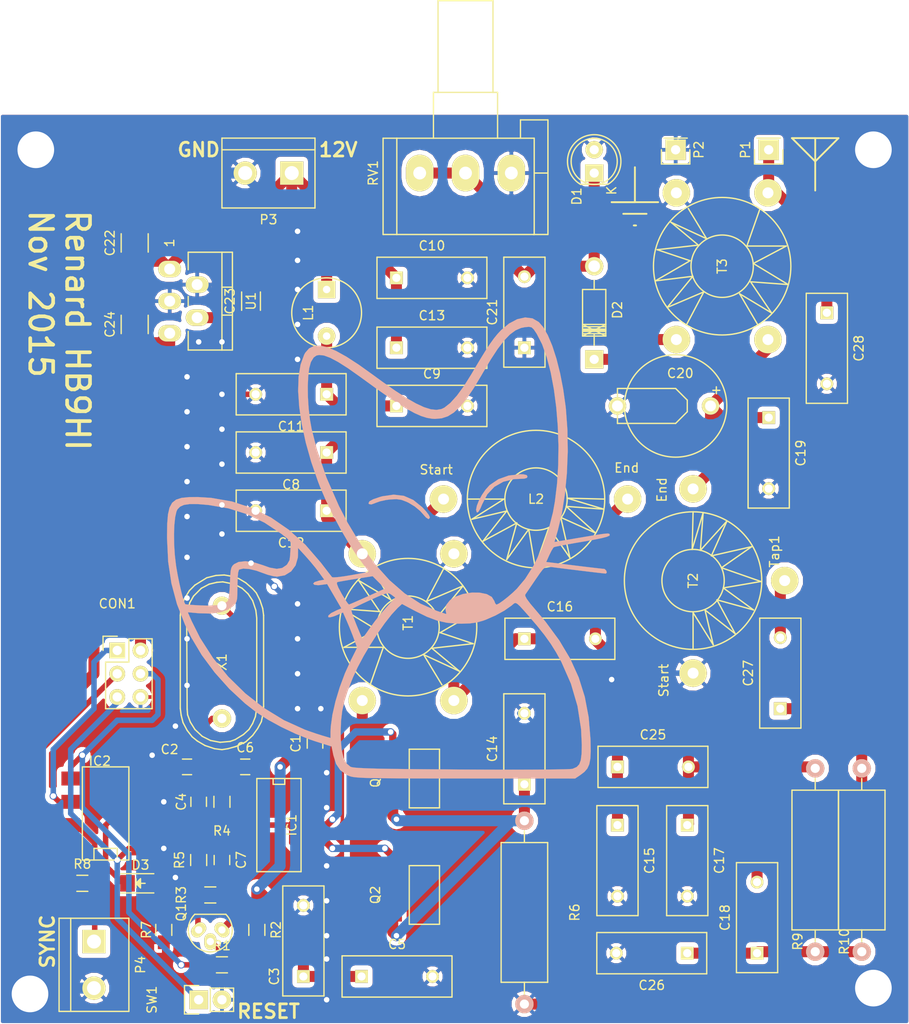
<source format=kicad_pcb>
(kicad_pcb (version 4) (host pcbnew "(2015-09-12 BZR 6188)-product")

  (general
    (links 123)
    (no_connects 0)
    (area 153.984999 27.713919 256.860002 141.925002)
    (thickness 1.6)
    (drawings 20)
    (tracks 351)
    (zones 0)
    (modules 61)
    (nets 32)
  )

  (page A4)
  (layers
    (0 F.Cu signal)
    (31 B.Cu signal)
    (32 B.Adhes user)
    (33 F.Adhes user)
    (34 B.Paste user)
    (35 F.Paste user)
    (36 B.SilkS user)
    (37 F.SilkS user)
    (38 B.Mask user)
    (39 F.Mask user)
    (40 Dwgs.User user)
    (41 Cmts.User user)
    (42 Eco1.User user)
    (43 Eco2.User user)
    (44 Edge.Cuts user)
    (45 Margin user)
    (46 B.CrtYd user)
    (47 F.CrtYd user)
    (48 B.Fab user)
    (49 F.Fab user)
  )

  (setup
    (last_trace_width 1.2)
    (user_trace_width 0.6)
    (user_trace_width 0.8)
    (trace_clearance 0.4)
    (zone_clearance 0.5)
    (zone_45_only no)
    (trace_min 0.2)
    (segment_width 0.2)
    (edge_width 0.15)
    (via_size 0.8)
    (via_drill 0.6)
    (via_min_size 0.4)
    (via_min_drill 0.3)
    (user_via 5 4)
    (uvia_size 0.3)
    (uvia_drill 0.1)
    (uvias_allowed no)
    (uvia_min_size 0.2)
    (uvia_min_drill 0.1)
    (pcb_text_width 0.3)
    (pcb_text_size 1.5 1.5)
    (mod_edge_width 0.15)
    (mod_text_size 1 1)
    (mod_text_width 0.15)
    (pad_size 1.524 1.524)
    (pad_drill 0.762)
    (pad_to_mask_clearance 0.2)
    (aux_axis_origin 0 0)
    (grid_origin 189.23 120.65)
    (visible_elements FFFFFF7F)
    (pcbplotparams
      (layerselection 0x020f0_80000001)
      (usegerberextensions false)
      (excludeedgelayer true)
      (linewidth 0.150000)
      (plotframeref false)
      (viasonmask false)
      (mode 1)
      (useauxorigin false)
      (hpglpennumber 1)
      (hpglpenspeed 20)
      (hpglpendiameter 15)
      (hpglpenoverlay 2)
      (psnegative false)
      (psa4output false)
      (plotreference true)
      (plotvalue true)
      (plotinvisibletext false)
      (padsonsilk false)
      (subtractmaskfromsilk false)
      (outputformat 1)
      (mirror false)
      (drillshape 0)
      (scaleselection 1)
      (outputdirectory out))
  )

  (net 0 "")
  (net 1 VCC)
  (net 2 GND)
  (net 3 "Net-(C2-Pad1)")
  (net 4 /schem-attiny/CPUCLK)
  (net 5 "Net-(C6-Pad1)")
  (net 6 "Net-(C7-Pad1)")
  (net 7 "Net-(C11-Pad1)")
  (net 8 "Net-(C15-Pad1)")
  (net 9 "Net-(C16-Pad2)")
  (net 10 "Net-(C18-Pad2)")
  (net 11 "Net-(C19-Pad1)")
  (net 12 "Net-(C21-Pad2)")
  (net 13 "Net-(C23-Pad1)")
  (net 14 "Net-(CON1-Pad1)")
  (net 15 /schem-attiny/PTT_n)
  (net 16 "Net-(CON1-Pad5)")
  (net 17 "Net-(D2-Pad1)")
  (net 18 "Net-(IC1-Pad12)")
  (net 19 "Net-(IC1-Pad11)")
  (net 20 "Net-(IC1-Pad10)")
  (net 21 "Net-(Q1-Pad2)")
  (net 22 "Net-(Q1-Pad3)")
  (net 23 /schem-attiny/SYNC_n)
  (net 24 "Net-(D3-Pad2)")
  (net 25 "Net-(D3-Pad1)")
  (net 26 /schem-attiny/3V3)
  (net 27 "Net-(C18-Pad1)")
  (net 28 "Net-(C27-Pad2)")
  (net 29 "Net-(C28-Pad1)")
  (net 30 /PA_EMITTER)
  (net 31 /PA_COLLECTOR)

  (net_class Default "This is the default net class."
    (clearance 0.4)
    (trace_width 1.2)
    (via_dia 0.8)
    (via_drill 0.6)
    (uvia_dia 0.3)
    (uvia_drill 0.1)
    (add_net /PA_COLLECTOR)
    (add_net /PA_EMITTER)
    (add_net /schem-attiny/3V3)
    (add_net /schem-attiny/CPUCLK)
    (add_net /schem-attiny/PTT_n)
    (add_net /schem-attiny/SYNC_n)
    (add_net GND)
    (add_net "Net-(C11-Pad1)")
    (add_net "Net-(C15-Pad1)")
    (add_net "Net-(C16-Pad2)")
    (add_net "Net-(C18-Pad1)")
    (add_net "Net-(C18-Pad2)")
    (add_net "Net-(C19-Pad1)")
    (add_net "Net-(C2-Pad1)")
    (add_net "Net-(C21-Pad2)")
    (add_net "Net-(C23-Pad1)")
    (add_net "Net-(C27-Pad2)")
    (add_net "Net-(C28-Pad1)")
    (add_net "Net-(C6-Pad1)")
    (add_net "Net-(C7-Pad1)")
    (add_net "Net-(CON1-Pad1)")
    (add_net "Net-(CON1-Pad5)")
    (add_net "Net-(D2-Pad1)")
    (add_net "Net-(D3-Pad1)")
    (add_net "Net-(D3-Pad2)")
    (add_net "Net-(IC1-Pad10)")
    (add_net "Net-(IC1-Pad11)")
    (add_net "Net-(IC1-Pad12)")
    (add_net "Net-(Q1-Pad2)")
    (add_net "Net-(Q1-Pad3)")
    (add_net VCC)
  )

  (module Capacitors_ThroughHole:C_Disc_D12_P7.75 (layer F.Cu) (tedit 563F1E64) (tstamp 55BB7E71)
    (at 189.23 134.62 90)
    (descr "Capacitor 12mm Disc, Pitch 7.75mm")
    (tags Capacitor)
    (path /539A206F)
    (fp_text reference C3 (at 0 -3.175 90) (layer F.SilkS)
      (effects (font (size 1 1) (thickness 0.15)))
    )
    (fp_text value 100nF (at 3.875 3.5 90) (layer F.Fab)
      (effects (font (size 1 1) (thickness 0.15)))
    )
    (fp_line (start -2.375 -2.5) (end 10.125 -2.5) (layer F.CrtYd) (width 0.05))
    (fp_line (start 10.125 -2.5) (end 10.125 2.5) (layer F.CrtYd) (width 0.05))
    (fp_line (start 10.125 2.5) (end -2.375 2.5) (layer F.CrtYd) (width 0.05))
    (fp_line (start -2.375 2.5) (end -2.375 -2.5) (layer F.CrtYd) (width 0.05))
    (fp_line (start -2.125 -2.25) (end 9.875 -2.25) (layer F.SilkS) (width 0.15))
    (fp_line (start 9.875 -2.25) (end 9.875 2.25) (layer F.SilkS) (width 0.15))
    (fp_line (start 9.875 2.25) (end -2.125 2.25) (layer F.SilkS) (width 0.15))
    (fp_line (start -2.125 2.25) (end -2.125 -2.25) (layer F.SilkS) (width 0.15))
    (pad 1 thru_hole rect (at 0 0 90) (size 1.4 1.4) (drill 0.9) (layers *.Cu *.Mask F.SilkS)
      (net 1 VCC))
    (pad 2 thru_hole circle (at 7.75 0 90) (size 1.4 1.4) (drill 0.9) (layers *.Cu *.Mask F.SilkS)
      (net 2 GND))
    (model Capacitors_ThroughHole.3dshapes/C_Disc_D12_P7.75.wrl
      (at (xyz 0.15255906 0 0))
      (scale (xyz 1 1 1))
      (rotate (xyz 0 0 0))
    )
  )

  (module Capacitors_ThroughHole:C_Disc_D12_P7.75 (layer F.Cu) (tedit 0) (tstamp 55BB7E7D)
    (at 195.58 134.62)
    (descr "Capacitor 12mm Disc, Pitch 7.75mm")
    (tags Capacitor)
    (path /539A2087)
    (fp_text reference C5 (at 3.875 -3.5) (layer F.SilkS)
      (effects (font (size 1 1) (thickness 0.15)))
    )
    (fp_text value 4u7 (at 3.875 3.5) (layer F.Fab)
      (effects (font (size 1 1) (thickness 0.15)))
    )
    (fp_line (start -2.375 -2.5) (end 10.125 -2.5) (layer F.CrtYd) (width 0.05))
    (fp_line (start 10.125 -2.5) (end 10.125 2.5) (layer F.CrtYd) (width 0.05))
    (fp_line (start 10.125 2.5) (end -2.375 2.5) (layer F.CrtYd) (width 0.05))
    (fp_line (start -2.375 2.5) (end -2.375 -2.5) (layer F.CrtYd) (width 0.05))
    (fp_line (start -2.125 -2.25) (end 9.875 -2.25) (layer F.SilkS) (width 0.15))
    (fp_line (start 9.875 -2.25) (end 9.875 2.25) (layer F.SilkS) (width 0.15))
    (fp_line (start 9.875 2.25) (end -2.125 2.25) (layer F.SilkS) (width 0.15))
    (fp_line (start -2.125 2.25) (end -2.125 -2.25) (layer F.SilkS) (width 0.15))
    (pad 1 thru_hole rect (at 0 0) (size 1.4 1.4) (drill 0.9) (layers *.Cu *.Mask F.SilkS)
      (net 1 VCC))
    (pad 2 thru_hole circle (at 7.75 0) (size 1.4 1.4) (drill 0.9) (layers *.Cu *.Mask F.SilkS)
      (net 2 GND))
    (model Capacitors_ThroughHole.3dshapes/C_Disc_D12_P7.75.wrl
      (at (xyz 0.15255906 0 0))
      (scale (xyz 1 1 1))
      (rotate (xyz 0 0 0))
    )
  )

  (module Capacitors_ThroughHole:C_Disc_D12_P7.75 (layer F.Cu) (tedit 0) (tstamp 55BB7E8F)
    (at 191.77 77.47 180)
    (descr "Capacitor 12mm Disc, Pitch 7.75mm")
    (tags Capacitor)
    (path /5399FBC9)
    (fp_text reference C8 (at 3.875 -3.5 180) (layer F.SilkS)
      (effects (font (size 1 1) (thickness 0.15)))
    )
    (fp_text value 100nF (at 3.875 3.5 180) (layer F.Fab)
      (effects (font (size 1 1) (thickness 0.15)))
    )
    (fp_line (start -2.375 -2.5) (end 10.125 -2.5) (layer F.CrtYd) (width 0.05))
    (fp_line (start 10.125 -2.5) (end 10.125 2.5) (layer F.CrtYd) (width 0.05))
    (fp_line (start 10.125 2.5) (end -2.375 2.5) (layer F.CrtYd) (width 0.05))
    (fp_line (start -2.375 2.5) (end -2.375 -2.5) (layer F.CrtYd) (width 0.05))
    (fp_line (start -2.125 -2.25) (end 9.875 -2.25) (layer F.SilkS) (width 0.15))
    (fp_line (start 9.875 -2.25) (end 9.875 2.25) (layer F.SilkS) (width 0.15))
    (fp_line (start 9.875 2.25) (end -2.125 2.25) (layer F.SilkS) (width 0.15))
    (fp_line (start -2.125 2.25) (end -2.125 -2.25) (layer F.SilkS) (width 0.15))
    (pad 1 thru_hole rect (at 0 0 180) (size 1.4 1.4) (drill 0.9) (layers *.Cu *.Mask F.SilkS)
      (net 7 "Net-(C11-Pad1)"))
    (pad 2 thru_hole circle (at 7.75 0 180) (size 1.4 1.4) (drill 0.9) (layers *.Cu *.Mask F.SilkS)
      (net 2 GND))
    (model Capacitors_ThroughHole.3dshapes/C_Disc_D12_P7.75.wrl
      (at (xyz 0.15255906 0 0))
      (scale (xyz 1 1 1))
      (rotate (xyz 0 0 0))
    )
  )

  (module Capacitors_ThroughHole:C_Disc_D12_P7.75 (layer F.Cu) (tedit 0) (tstamp 55BB7E95)
    (at 199.39 72.39)
    (descr "Capacitor 12mm Disc, Pitch 7.75mm")
    (tags Capacitor)
    (path /5399FBCF)
    (fp_text reference C9 (at 3.875 -3.5) (layer F.SilkS)
      (effects (font (size 1 1) (thickness 0.15)))
    )
    (fp_text value 100nF (at 3.875 3.5) (layer F.Fab)
      (effects (font (size 1 1) (thickness 0.15)))
    )
    (fp_line (start -2.375 -2.5) (end 10.125 -2.5) (layer F.CrtYd) (width 0.05))
    (fp_line (start 10.125 -2.5) (end 10.125 2.5) (layer F.CrtYd) (width 0.05))
    (fp_line (start 10.125 2.5) (end -2.375 2.5) (layer F.CrtYd) (width 0.05))
    (fp_line (start -2.375 2.5) (end -2.375 -2.5) (layer F.CrtYd) (width 0.05))
    (fp_line (start -2.125 -2.25) (end 9.875 -2.25) (layer F.SilkS) (width 0.15))
    (fp_line (start 9.875 -2.25) (end 9.875 2.25) (layer F.SilkS) (width 0.15))
    (fp_line (start 9.875 2.25) (end -2.125 2.25) (layer F.SilkS) (width 0.15))
    (fp_line (start -2.125 2.25) (end -2.125 -2.25) (layer F.SilkS) (width 0.15))
    (pad 1 thru_hole rect (at 0 0) (size 1.4 1.4) (drill 0.9) (layers *.Cu *.Mask F.SilkS)
      (net 7 "Net-(C11-Pad1)"))
    (pad 2 thru_hole circle (at 7.75 0) (size 1.4 1.4) (drill 0.9) (layers *.Cu *.Mask F.SilkS)
      (net 2 GND))
    (model Capacitors_ThroughHole.3dshapes/C_Disc_D12_P7.75.wrl
      (at (xyz 0.15255906 0 0))
      (scale (xyz 1 1 1))
      (rotate (xyz 0 0 0))
    )
  )

  (module Capacitors_ThroughHole:C_Disc_D12_P7.75 (layer F.Cu) (tedit 0) (tstamp 55BB7E9B)
    (at 199.39 58.42)
    (descr "Capacitor 12mm Disc, Pitch 7.75mm")
    (tags Capacitor)
    (path /53627898)
    (fp_text reference C10 (at 3.875 -3.5) (layer F.SilkS)
      (effects (font (size 1 1) (thickness 0.15)))
    )
    (fp_text value 100nF (at 3.875 3.5) (layer F.Fab)
      (effects (font (size 1 1) (thickness 0.15)))
    )
    (fp_line (start -2.375 -2.5) (end 10.125 -2.5) (layer F.CrtYd) (width 0.05))
    (fp_line (start 10.125 -2.5) (end 10.125 2.5) (layer F.CrtYd) (width 0.05))
    (fp_line (start 10.125 2.5) (end -2.375 2.5) (layer F.CrtYd) (width 0.05))
    (fp_line (start -2.375 2.5) (end -2.375 -2.5) (layer F.CrtYd) (width 0.05))
    (fp_line (start -2.125 -2.25) (end 9.875 -2.25) (layer F.SilkS) (width 0.15))
    (fp_line (start 9.875 -2.25) (end 9.875 2.25) (layer F.SilkS) (width 0.15))
    (fp_line (start 9.875 2.25) (end -2.125 2.25) (layer F.SilkS) (width 0.15))
    (fp_line (start -2.125 2.25) (end -2.125 -2.25) (layer F.SilkS) (width 0.15))
    (pad 1 thru_hole rect (at 0 0) (size 1.4 1.4) (drill 0.9) (layers *.Cu *.Mask F.SilkS)
      (net 1 VCC))
    (pad 2 thru_hole circle (at 7.75 0) (size 1.4 1.4) (drill 0.9) (layers *.Cu *.Mask F.SilkS)
      (net 2 GND))
    (model Capacitors_ThroughHole.3dshapes/C_Disc_D12_P7.75.wrl
      (at (xyz 0.15255906 0 0))
      (scale (xyz 1 1 1))
      (rotate (xyz 0 0 0))
    )
  )

  (module Capacitors_ThroughHole:C_Disc_D12_P7.75 (layer F.Cu) (tedit 0) (tstamp 55BB7EA1)
    (at 191.77 71.12 180)
    (descr "Capacitor 12mm Disc, Pitch 7.75mm")
    (tags Capacitor)
    (path /5399FBD5)
    (fp_text reference C11 (at 3.875 -3.5 180) (layer F.SilkS)
      (effects (font (size 1 1) (thickness 0.15)))
    )
    (fp_text value 100nF (at 3.875 3.5 180) (layer F.Fab)
      (effects (font (size 1 1) (thickness 0.15)))
    )
    (fp_line (start -2.375 -2.5) (end 10.125 -2.5) (layer F.CrtYd) (width 0.05))
    (fp_line (start 10.125 -2.5) (end 10.125 2.5) (layer F.CrtYd) (width 0.05))
    (fp_line (start 10.125 2.5) (end -2.375 2.5) (layer F.CrtYd) (width 0.05))
    (fp_line (start -2.375 2.5) (end -2.375 -2.5) (layer F.CrtYd) (width 0.05))
    (fp_line (start -2.125 -2.25) (end 9.875 -2.25) (layer F.SilkS) (width 0.15))
    (fp_line (start 9.875 -2.25) (end 9.875 2.25) (layer F.SilkS) (width 0.15))
    (fp_line (start 9.875 2.25) (end -2.125 2.25) (layer F.SilkS) (width 0.15))
    (fp_line (start -2.125 2.25) (end -2.125 -2.25) (layer F.SilkS) (width 0.15))
    (pad 1 thru_hole rect (at 0 0 180) (size 1.4 1.4) (drill 0.9) (layers *.Cu *.Mask F.SilkS)
      (net 7 "Net-(C11-Pad1)"))
    (pad 2 thru_hole circle (at 7.75 0 180) (size 1.4 1.4) (drill 0.9) (layers *.Cu *.Mask F.SilkS)
      (net 2 GND))
    (model Capacitors_ThroughHole.3dshapes/C_Disc_D12_P7.75.wrl
      (at (xyz 0.15255906 0 0))
      (scale (xyz 1 1 1))
      (rotate (xyz 0 0 0))
    )
  )

  (module Capacitors_ThroughHole:C_Disc_D12_P7.75 (layer F.Cu) (tedit 0) (tstamp 55BB7EA7)
    (at 191.77 83.82 180)
    (descr "Capacitor 12mm Disc, Pitch 7.75mm")
    (tags Capacitor)
    (path /5399FBDB)
    (fp_text reference C12 (at 3.875 -3.5 180) (layer F.SilkS)
      (effects (font (size 1 1) (thickness 0.15)))
    )
    (fp_text value 100nF (at 3.875 3.5 180) (layer F.Fab)
      (effects (font (size 1 1) (thickness 0.15)))
    )
    (fp_line (start -2.375 -2.5) (end 10.125 -2.5) (layer F.CrtYd) (width 0.05))
    (fp_line (start 10.125 -2.5) (end 10.125 2.5) (layer F.CrtYd) (width 0.05))
    (fp_line (start 10.125 2.5) (end -2.375 2.5) (layer F.CrtYd) (width 0.05))
    (fp_line (start -2.375 2.5) (end -2.375 -2.5) (layer F.CrtYd) (width 0.05))
    (fp_line (start -2.125 -2.25) (end 9.875 -2.25) (layer F.SilkS) (width 0.15))
    (fp_line (start 9.875 -2.25) (end 9.875 2.25) (layer F.SilkS) (width 0.15))
    (fp_line (start 9.875 2.25) (end -2.125 2.25) (layer F.SilkS) (width 0.15))
    (fp_line (start -2.125 2.25) (end -2.125 -2.25) (layer F.SilkS) (width 0.15))
    (pad 1 thru_hole rect (at 0 0 180) (size 1.4 1.4) (drill 0.9) (layers *.Cu *.Mask F.SilkS)
      (net 7 "Net-(C11-Pad1)"))
    (pad 2 thru_hole circle (at 7.75 0 180) (size 1.4 1.4) (drill 0.9) (layers *.Cu *.Mask F.SilkS)
      (net 2 GND))
    (model Capacitors_ThroughHole.3dshapes/C_Disc_D12_P7.75.wrl
      (at (xyz 0.15255906 0 0))
      (scale (xyz 1 1 1))
      (rotate (xyz 0 0 0))
    )
  )

  (module Capacitors_ThroughHole:C_Disc_D12_P7.75 (layer F.Cu) (tedit 0) (tstamp 55BB7EAD)
    (at 199.39 66.04)
    (descr "Capacitor 12mm Disc, Pitch 7.75mm")
    (tags Capacitor)
    (path /53627972)
    (fp_text reference C13 (at 3.875 -3.5) (layer F.SilkS)
      (effects (font (size 1 1) (thickness 0.15)))
    )
    (fp_text value 4u7 (at 3.875 3.5) (layer F.Fab)
      (effects (font (size 1 1) (thickness 0.15)))
    )
    (fp_line (start -2.375 -2.5) (end 10.125 -2.5) (layer F.CrtYd) (width 0.05))
    (fp_line (start 10.125 -2.5) (end 10.125 2.5) (layer F.CrtYd) (width 0.05))
    (fp_line (start 10.125 2.5) (end -2.375 2.5) (layer F.CrtYd) (width 0.05))
    (fp_line (start -2.375 2.5) (end -2.375 -2.5) (layer F.CrtYd) (width 0.05))
    (fp_line (start -2.125 -2.25) (end 9.875 -2.25) (layer F.SilkS) (width 0.15))
    (fp_line (start 9.875 -2.25) (end 9.875 2.25) (layer F.SilkS) (width 0.15))
    (fp_line (start 9.875 2.25) (end -2.125 2.25) (layer F.SilkS) (width 0.15))
    (fp_line (start -2.125 2.25) (end -2.125 -2.25) (layer F.SilkS) (width 0.15))
    (pad 1 thru_hole rect (at 0 0) (size 1.4 1.4) (drill 0.9) (layers *.Cu *.Mask F.SilkS)
      (net 1 VCC))
    (pad 2 thru_hole circle (at 7.75 0) (size 1.4 1.4) (drill 0.9) (layers *.Cu *.Mask F.SilkS)
      (net 2 GND))
    (model Capacitors_ThroughHole.3dshapes/C_Disc_D12_P7.75.wrl
      (at (xyz 0.15255906 0 0))
      (scale (xyz 1 1 1))
      (rotate (xyz 0 0 0))
    )
  )

  (module Capacitors_ThroughHole:C_Disc_D12_P7.75 (layer F.Cu) (tedit 0) (tstamp 55BB7EB3)
    (at 213.36 113.665 90)
    (descr "Capacitor 12mm Disc, Pitch 7.75mm")
    (tags Capacitor)
    (path /539A1B2C)
    (fp_text reference C14 (at 3.875 -3.5 90) (layer F.SilkS)
      (effects (font (size 1 1) (thickness 0.15)))
    )
    (fp_text value 0.1u (at 3.875 3.5 90) (layer F.Fab)
      (effects (font (size 1 1) (thickness 0.15)))
    )
    (fp_line (start -2.375 -2.5) (end 10.125 -2.5) (layer F.CrtYd) (width 0.05))
    (fp_line (start 10.125 -2.5) (end 10.125 2.5) (layer F.CrtYd) (width 0.05))
    (fp_line (start 10.125 2.5) (end -2.375 2.5) (layer F.CrtYd) (width 0.05))
    (fp_line (start -2.375 2.5) (end -2.375 -2.5) (layer F.CrtYd) (width 0.05))
    (fp_line (start -2.125 -2.25) (end 9.875 -2.25) (layer F.SilkS) (width 0.15))
    (fp_line (start 9.875 -2.25) (end 9.875 2.25) (layer F.SilkS) (width 0.15))
    (fp_line (start 9.875 2.25) (end -2.125 2.25) (layer F.SilkS) (width 0.15))
    (fp_line (start -2.125 2.25) (end -2.125 -2.25) (layer F.SilkS) (width 0.15))
    (pad 1 thru_hole rect (at 0 0 90) (size 1.4 1.4) (drill 0.9) (layers *.Cu *.Mask F.SilkS)
      (net 30 /PA_EMITTER))
    (pad 2 thru_hole circle (at 7.75 0 90) (size 1.4 1.4) (drill 0.9) (layers *.Cu *.Mask F.SilkS)
      (net 2 GND))
    (model Capacitors_ThroughHole.3dshapes/C_Disc_D12_P7.75.wrl
      (at (xyz 0.15255906 0 0))
      (scale (xyz 1 1 1))
      (rotate (xyz 0 0 0))
    )
  )

  (module Capacitors_ThroughHole:C_Disc_D12_P7.75 (layer F.Cu) (tedit 0) (tstamp 55BB7EB9)
    (at 223.52 118.11 270)
    (descr "Capacitor 12mm Disc, Pitch 7.75mm")
    (tags Capacitor)
    (path /539A0037)
    (fp_text reference C15 (at 3.875 -3.5 270) (layer F.SilkS)
      (effects (font (size 1 1) (thickness 0.15)))
    )
    (fp_text value 910pF (at 3.875 3.5 270) (layer F.Fab)
      (effects (font (size 1 1) (thickness 0.15)))
    )
    (fp_line (start -2.375 -2.5) (end 10.125 -2.5) (layer F.CrtYd) (width 0.05))
    (fp_line (start 10.125 -2.5) (end 10.125 2.5) (layer F.CrtYd) (width 0.05))
    (fp_line (start 10.125 2.5) (end -2.375 2.5) (layer F.CrtYd) (width 0.05))
    (fp_line (start -2.375 2.5) (end -2.375 -2.5) (layer F.CrtYd) (width 0.05))
    (fp_line (start -2.125 -2.25) (end 9.875 -2.25) (layer F.SilkS) (width 0.15))
    (fp_line (start 9.875 -2.25) (end 9.875 2.25) (layer F.SilkS) (width 0.15))
    (fp_line (start 9.875 2.25) (end -2.125 2.25) (layer F.SilkS) (width 0.15))
    (fp_line (start -2.125 2.25) (end -2.125 -2.25) (layer F.SilkS) (width 0.15))
    (pad 1 thru_hole rect (at 0 0 270) (size 1.4 1.4) (drill 0.9) (layers *.Cu *.Mask F.SilkS)
      (net 8 "Net-(C15-Pad1)"))
    (pad 2 thru_hole circle (at 7.75 0 270) (size 1.4 1.4) (drill 0.9) (layers *.Cu *.Mask F.SilkS)
      (net 2 GND))
    (model Capacitors_ThroughHole.3dshapes/C_Disc_D12_P7.75.wrl
      (at (xyz 0.15255906 0 0))
      (scale (xyz 1 1 1))
      (rotate (xyz 0 0 0))
    )
  )

  (module Capacitors_ThroughHole:C_Disc_D12_P7.75 (layer F.Cu) (tedit 0) (tstamp 55BB7EBF)
    (at 213.36 97.79)
    (descr "Capacitor 12mm Disc, Pitch 7.75mm")
    (tags Capacitor)
    (path /539A0091)
    (fp_text reference C16 (at 3.875 -3.5) (layer F.SilkS)
      (effects (font (size 1 1) (thickness 0.15)))
    )
    (fp_text value 220pF (at 3.875 3.5) (layer F.Fab)
      (effects (font (size 1 1) (thickness 0.15)))
    )
    (fp_line (start -2.375 -2.5) (end 10.125 -2.5) (layer F.CrtYd) (width 0.05))
    (fp_line (start 10.125 -2.5) (end 10.125 2.5) (layer F.CrtYd) (width 0.05))
    (fp_line (start 10.125 2.5) (end -2.375 2.5) (layer F.CrtYd) (width 0.05))
    (fp_line (start -2.375 2.5) (end -2.375 -2.5) (layer F.CrtYd) (width 0.05))
    (fp_line (start -2.125 -2.25) (end 9.875 -2.25) (layer F.SilkS) (width 0.15))
    (fp_line (start 9.875 -2.25) (end 9.875 2.25) (layer F.SilkS) (width 0.15))
    (fp_line (start 9.875 2.25) (end -2.125 2.25) (layer F.SilkS) (width 0.15))
    (fp_line (start -2.125 2.25) (end -2.125 -2.25) (layer F.SilkS) (width 0.15))
    (pad 1 thru_hole rect (at 0 0) (size 1.4 1.4) (drill 0.9) (layers *.Cu *.Mask F.SilkS)
      (net 8 "Net-(C15-Pad1)"))
    (pad 2 thru_hole circle (at 7.75 0) (size 1.4 1.4) (drill 0.9) (layers *.Cu *.Mask F.SilkS)
      (net 9 "Net-(C16-Pad2)"))
    (model Capacitors_ThroughHole.3dshapes/C_Disc_D12_P7.75.wrl
      (at (xyz 0.15255906 0 0))
      (scale (xyz 1 1 1))
      (rotate (xyz 0 0 0))
    )
  )

  (module Capacitors_ThroughHole:C_Disc_D12_P7.75 (layer F.Cu) (tedit 0) (tstamp 55BB7EC5)
    (at 231.14 118.11 270)
    (descr "Capacitor 12mm Disc, Pitch 7.75mm")
    (tags Capacitor)
    (path /539A0072)
    (fp_text reference C17 (at 3.875 -3.5 270) (layer F.SilkS)
      (effects (font (size 1 1) (thickness 0.15)))
    )
    (fp_text value 910pF (at 3.875 3.5 270) (layer F.Fab)
      (effects (font (size 1 1) (thickness 0.15)))
    )
    (fp_line (start -2.375 -2.5) (end 10.125 -2.5) (layer F.CrtYd) (width 0.05))
    (fp_line (start 10.125 -2.5) (end 10.125 2.5) (layer F.CrtYd) (width 0.05))
    (fp_line (start 10.125 2.5) (end -2.375 2.5) (layer F.CrtYd) (width 0.05))
    (fp_line (start -2.375 2.5) (end -2.375 -2.5) (layer F.CrtYd) (width 0.05))
    (fp_line (start -2.125 -2.25) (end 9.875 -2.25) (layer F.SilkS) (width 0.15))
    (fp_line (start 9.875 -2.25) (end 9.875 2.25) (layer F.SilkS) (width 0.15))
    (fp_line (start 9.875 2.25) (end -2.125 2.25) (layer F.SilkS) (width 0.15))
    (fp_line (start -2.125 2.25) (end -2.125 -2.25) (layer F.SilkS) (width 0.15))
    (pad 1 thru_hole rect (at 0 0 270) (size 1.4 1.4) (drill 0.9) (layers *.Cu *.Mask F.SilkS)
      (net 9 "Net-(C16-Pad2)"))
    (pad 2 thru_hole circle (at 7.75 0 270) (size 1.4 1.4) (drill 0.9) (layers *.Cu *.Mask F.SilkS)
      (net 2 GND))
    (model Capacitors_ThroughHole.3dshapes/C_Disc_D12_P7.75.wrl
      (at (xyz 0.15255906 0 0))
      (scale (xyz 1 1 1))
      (rotate (xyz 0 0 0))
    )
  )

  (module Capacitors_ThroughHole:C_Disc_D12_P7.75 (layer F.Cu) (tedit 0) (tstamp 55BB7ECB)
    (at 238.76 132.08 90)
    (descr "Capacitor 12mm Disc, Pitch 7.75mm")
    (tags Capacitor)
    (path /539A0CA0)
    (fp_text reference C18 (at 3.875 -3.5 90) (layer F.SilkS)
      (effects (font (size 1 1) (thickness 0.15)))
    )
    (fp_text value 400pF (at 3.875 3.5 90) (layer F.Fab)
      (effects (font (size 1 1) (thickness 0.15)))
    )
    (fp_line (start -2.375 -2.5) (end 10.125 -2.5) (layer F.CrtYd) (width 0.05))
    (fp_line (start 10.125 -2.5) (end 10.125 2.5) (layer F.CrtYd) (width 0.05))
    (fp_line (start 10.125 2.5) (end -2.375 2.5) (layer F.CrtYd) (width 0.05))
    (fp_line (start -2.375 2.5) (end -2.375 -2.5) (layer F.CrtYd) (width 0.05))
    (fp_line (start -2.125 -2.25) (end 9.875 -2.25) (layer F.SilkS) (width 0.15))
    (fp_line (start 9.875 -2.25) (end 9.875 2.25) (layer F.SilkS) (width 0.15))
    (fp_line (start 9.875 2.25) (end -2.125 2.25) (layer F.SilkS) (width 0.15))
    (fp_line (start -2.125 2.25) (end -2.125 -2.25) (layer F.SilkS) (width 0.15))
    (pad 1 thru_hole rect (at 0 0 90) (size 1.4 1.4) (drill 0.9) (layers *.Cu *.Mask F.SilkS)
      (net 27 "Net-(C18-Pad1)"))
    (pad 2 thru_hole circle (at 7.75 0 90) (size 1.4 1.4) (drill 0.9) (layers *.Cu *.Mask F.SilkS)
      (net 10 "Net-(C18-Pad2)"))
    (model Capacitors_ThroughHole.3dshapes/C_Disc_D12_P7.75.wrl
      (at (xyz 0.15255906 0 0))
      (scale (xyz 1 1 1))
      (rotate (xyz 0 0 0))
    )
  )

  (module Capacitors_ThroughHole:C_Disc_D12_P7.75 (layer F.Cu) (tedit 0) (tstamp 55BB7ED1)
    (at 240.03 73.66 270)
    (descr "Capacitor 12mm Disc, Pitch 7.75mm")
    (tags Capacitor)
    (path /539A0CBB)
    (fp_text reference C19 (at 3.875 -3.5 270) (layer F.SilkS)
      (effects (font (size 1 1) (thickness 0.15)))
    )
    (fp_text value 910pF (at 3.875 3.5 270) (layer F.Fab)
      (effects (font (size 1 1) (thickness 0.15)))
    )
    (fp_line (start -2.375 -2.5) (end 10.125 -2.5) (layer F.CrtYd) (width 0.05))
    (fp_line (start 10.125 -2.5) (end 10.125 2.5) (layer F.CrtYd) (width 0.05))
    (fp_line (start 10.125 2.5) (end -2.375 2.5) (layer F.CrtYd) (width 0.05))
    (fp_line (start -2.375 2.5) (end -2.375 -2.5) (layer F.CrtYd) (width 0.05))
    (fp_line (start -2.125 -2.25) (end 9.875 -2.25) (layer F.SilkS) (width 0.15))
    (fp_line (start 9.875 -2.25) (end 9.875 2.25) (layer F.SilkS) (width 0.15))
    (fp_line (start 9.875 2.25) (end -2.125 2.25) (layer F.SilkS) (width 0.15))
    (fp_line (start -2.125 2.25) (end -2.125 -2.25) (layer F.SilkS) (width 0.15))
    (pad 1 thru_hole rect (at 0 0 270) (size 1.4 1.4) (drill 0.9) (layers *.Cu *.Mask F.SilkS)
      (net 11 "Net-(C19-Pad1)"))
    (pad 2 thru_hole circle (at 7.75 0 270) (size 1.4 1.4) (drill 0.9) (layers *.Cu *.Mask F.SilkS)
      (net 2 GND))
    (model Capacitors_ThroughHole.3dshapes/C_Disc_D12_P7.75.wrl
      (at (xyz 0.15255906 0 0))
      (scale (xyz 1 1 1))
      (rotate (xyz 0 0 0))
    )
  )

  (module renard:CAP_VARIABLE (layer F.Cu) (tedit 55BB7932) (tstamp 55BB7EE0)
    (at 229.87 72.39)
    (path /539A0CD4)
    (fp_text reference C20 (at 0.508 -3.556) (layer F.SilkS)
      (effects (font (size 1 1) (thickness 0.15)))
    )
    (fp_text value CTRIM (at 0 3.556) (layer F.Fab)
      (effects (font (size 1 1) (thickness 0.15)))
    )
    (fp_text user + (at 4.445 -1.778) (layer F.SilkS)
      (effects (font (size 1 1) (thickness 0.15)))
    )
    (fp_circle (center 0 0) (end 0 -5.588) (layer F.SilkS) (width 0.15))
    (fp_line (start -6.35 1.905) (end 0 1.905) (layer F.SilkS) (width 0.15))
    (fp_line (start 0 1.905) (end 1.27 0.635) (layer F.SilkS) (width 0.15))
    (fp_line (start 1.27 0.635) (end 1.27 -0.635) (layer F.SilkS) (width 0.15))
    (fp_line (start 1.27 -0.635) (end 0 -1.905) (layer F.SilkS) (width 0.15))
    (fp_line (start 0 -1.905) (end -6.35 -1.905) (layer F.SilkS) (width 0.15))
    (fp_line (start -6.35 -1.905) (end -6.35 1.905) (layer F.SilkS) (width 0.15))
    (fp_line (start -5.715 0) (end -6.35 0) (layer F.SilkS) (width 0.15))
    (pad 2 thru_hole circle (at -6.35 0) (size 1.905 1.905) (drill 1.1938) (layers *.Cu *.Mask F.SilkS)
      (net 2 GND))
    (pad 1 thru_hole circle (at 3.81 0) (size 1.905 1.905) (drill 1.1938) (layers *.Cu *.Mask F.SilkS)
      (net 11 "Net-(C19-Pad1)"))
  )

  (module Capacitors_ThroughHole:C_Disc_D12_P7.75 (layer F.Cu) (tedit 0) (tstamp 55BB7EE6)
    (at 213.36 66.04 90)
    (descr "Capacitor 12mm Disc, Pitch 7.75mm")
    (tags Capacitor)
    (path /539A1196)
    (fp_text reference C21 (at 3.875 -3.5 90) (layer F.SilkS)
      (effects (font (size 1 1) (thickness 0.15)))
    )
    (fp_text value 0.1uF (at 3.875 3.5 90) (layer F.Fab)
      (effects (font (size 1 1) (thickness 0.15)))
    )
    (fp_line (start -2.375 -2.5) (end 10.125 -2.5) (layer F.CrtYd) (width 0.05))
    (fp_line (start 10.125 -2.5) (end 10.125 2.5) (layer F.CrtYd) (width 0.05))
    (fp_line (start 10.125 2.5) (end -2.375 2.5) (layer F.CrtYd) (width 0.05))
    (fp_line (start -2.375 2.5) (end -2.375 -2.5) (layer F.CrtYd) (width 0.05))
    (fp_line (start -2.125 -2.25) (end 9.875 -2.25) (layer F.SilkS) (width 0.15))
    (fp_line (start 9.875 -2.25) (end 9.875 2.25) (layer F.SilkS) (width 0.15))
    (fp_line (start 9.875 2.25) (end -2.125 2.25) (layer F.SilkS) (width 0.15))
    (fp_line (start -2.125 2.25) (end -2.125 -2.25) (layer F.SilkS) (width 0.15))
    (pad 1 thru_hole rect (at 0 0 90) (size 1.4 1.4) (drill 0.9) (layers *.Cu *.Mask F.SilkS)
      (net 2 GND))
    (pad 2 thru_hole circle (at 7.75 0 90) (size 1.4 1.4) (drill 0.9) (layers *.Cu *.Mask F.SilkS)
      (net 12 "Net-(C21-Pad2)"))
    (model Capacitors_ThroughHole.3dshapes/C_Disc_D12_P7.75.wrl
      (at (xyz 0.15255906 0 0))
      (scale (xyz 1 1 1))
      (rotate (xyz 0 0 0))
    )
  )

  (module Pin_Headers:Pin_Header_Straight_2x03 (layer F.Cu) (tedit 54EA0A4B) (tstamp 55BB7F02)
    (at 168.91 99.06)
    (descr "Through hole pin header")
    (tags "pin header")
    (path /53626AAA/539A2E37)
    (fp_text reference CON1 (at 0 -5.1) (layer F.SilkS)
      (effects (font (size 1 1) (thickness 0.15)))
    )
    (fp_text value AVR-ISP6 (at 0 -3.1) (layer F.Fab)
      (effects (font (size 1 1) (thickness 0.15)))
    )
    (fp_line (start -1.27 1.27) (end -1.27 6.35) (layer F.SilkS) (width 0.15))
    (fp_line (start -1.55 -1.55) (end 0 -1.55) (layer F.SilkS) (width 0.15))
    (fp_line (start -1.75 -1.75) (end -1.75 6.85) (layer F.CrtYd) (width 0.05))
    (fp_line (start 4.3 -1.75) (end 4.3 6.85) (layer F.CrtYd) (width 0.05))
    (fp_line (start -1.75 -1.75) (end 4.3 -1.75) (layer F.CrtYd) (width 0.05))
    (fp_line (start -1.75 6.85) (end 4.3 6.85) (layer F.CrtYd) (width 0.05))
    (fp_line (start 1.27 -1.27) (end 1.27 1.27) (layer F.SilkS) (width 0.15))
    (fp_line (start 1.27 1.27) (end -1.27 1.27) (layer F.SilkS) (width 0.15))
    (fp_line (start -1.27 6.35) (end 3.81 6.35) (layer F.SilkS) (width 0.15))
    (fp_line (start 3.81 6.35) (end 3.81 1.27) (layer F.SilkS) (width 0.15))
    (fp_line (start -1.55 -1.55) (end -1.55 0) (layer F.SilkS) (width 0.15))
    (fp_line (start 3.81 -1.27) (end 1.27 -1.27) (layer F.SilkS) (width 0.15))
    (fp_line (start 3.81 1.27) (end 3.81 -1.27) (layer F.SilkS) (width 0.15))
    (pad 1 thru_hole rect (at 0 0) (size 1.7272 1.7272) (drill 1.016) (layers *.Cu *.Mask F.SilkS)
      (net 14 "Net-(CON1-Pad1)"))
    (pad 2 thru_hole oval (at 2.54 0) (size 1.7272 1.7272) (drill 1.016) (layers *.Cu *.Mask F.SilkS)
      (net 26 /schem-attiny/3V3))
    (pad 3 thru_hole oval (at 0 2.54) (size 1.7272 1.7272) (drill 1.016) (layers *.Cu *.Mask F.SilkS)
      (net 23 /schem-attiny/SYNC_n))
    (pad 4 thru_hole oval (at 2.54 2.54) (size 1.7272 1.7272) (drill 1.016) (layers *.Cu *.Mask F.SilkS)
      (net 15 /schem-attiny/PTT_n))
    (pad 5 thru_hole oval (at 0 5.08) (size 1.7272 1.7272) (drill 1.016) (layers *.Cu *.Mask F.SilkS)
      (net 16 "Net-(CON1-Pad5)"))
    (pad 6 thru_hole oval (at 2.54 5.08) (size 1.7272 1.7272) (drill 1.016) (layers *.Cu *.Mask F.SilkS)
      (net 2 GND))
    (model Pin_Headers.3dshapes/Pin_Header_Straight_2x03.wrl
      (at (xyz 0.05 -0.1 0))
      (scale (xyz 1 1 1))
      (rotate (xyz 0 0 90))
    )
  )

  (module LEDs:LED-5MM (layer F.Cu) (tedit 563F1E3E) (tstamp 55BB7F08)
    (at 220.98 46.99 90)
    (descr "LED 5mm round vertical")
    (tags "LED 5mm round vertical")
    (path /539A12D0)
    (fp_text reference D1 (at -2.54 -1.905 90) (layer F.SilkS)
      (effects (font (size 1 1) (thickness 0.15)))
    )
    (fp_text value LED (at 1.524 -3.937 90) (layer F.Fab)
      (effects (font (size 1 1) (thickness 0.15)))
    )
    (fp_line (start -1.5 -1.55) (end -1.5 1.55) (layer F.CrtYd) (width 0.05))
    (fp_arc (start 1.3 0) (end -1.5 1.55) (angle -302) (layer F.CrtYd) (width 0.05))
    (fp_arc (start 1.27 0) (end -1.23 -1.5) (angle 297.5) (layer F.SilkS) (width 0.15))
    (fp_line (start -1.23 1.5) (end -1.23 -1.5) (layer F.SilkS) (width 0.15))
    (fp_circle (center 1.27 0) (end 0.97 -2.5) (layer F.SilkS) (width 0.15))
    (fp_text user K (at -1.905 1.905 90) (layer F.SilkS)
      (effects (font (size 1 1) (thickness 0.15)))
    )
    (pad 1 thru_hole rect (at 0 0 180) (size 2 1.9) (drill 1.00076) (layers *.Cu *.Mask F.SilkS)
      (net 12 "Net-(C21-Pad2)"))
    (pad 2 thru_hole circle (at 2.54 0 90) (size 1.9 1.9) (drill 1.00076) (layers *.Cu *.Mask F.SilkS)
      (net 2 GND))
    (model LEDs.3dshapes/LED-5MM.wrl
      (at (xyz 0.05 0 0))
      (scale (xyz 1 1 1))
      (rotate (xyz 0 0 90))
    )
  )

  (module Diodes_ThroughHole:Diode_DO-41_SOD81_Horizontal_RM10 (layer F.Cu) (tedit 552FFCCE) (tstamp 55BB7F0E)
    (at 220.98 67.31 90)
    (descr "Diode, DO-41, SOD81, Horizontal, RM 10mm,")
    (tags "Diode, DO-41, SOD81, Horizontal, RM 10mm, 1N4007, SB140,")
    (path /539A117E)
    (fp_text reference D2 (at 5.38734 2.53746 90) (layer F.SilkS)
      (effects (font (size 1 1) (thickness 0.15)))
    )
    (fp_text value 1N4148W (at 4.37134 -3.55854 90) (layer F.Fab)
      (effects (font (size 1 1) (thickness 0.15)))
    )
    (fp_line (start 7.62 -0.00254) (end 8.636 -0.00254) (layer F.SilkS) (width 0.15))
    (fp_line (start 2.794 -0.00254) (end 1.524 -0.00254) (layer F.SilkS) (width 0.15))
    (fp_line (start 3.048 -1.27254) (end 3.048 1.26746) (layer F.SilkS) (width 0.15))
    (fp_line (start 3.302 -1.27254) (end 3.302 1.26746) (layer F.SilkS) (width 0.15))
    (fp_line (start 3.556 -1.27254) (end 3.556 1.26746) (layer F.SilkS) (width 0.15))
    (fp_line (start 2.794 -1.27254) (end 2.794 1.26746) (layer F.SilkS) (width 0.15))
    (fp_line (start 3.81 -1.27254) (end 2.54 1.26746) (layer F.SilkS) (width 0.15))
    (fp_line (start 2.54 -1.27254) (end 3.81 1.26746) (layer F.SilkS) (width 0.15))
    (fp_line (start 3.81 -1.27254) (end 3.81 1.26746) (layer F.SilkS) (width 0.15))
    (fp_line (start 3.175 -1.27254) (end 3.175 1.26746) (layer F.SilkS) (width 0.15))
    (fp_line (start 2.54 1.26746) (end 2.54 -1.27254) (layer F.SilkS) (width 0.15))
    (fp_line (start 2.54 -1.27254) (end 7.62 -1.27254) (layer F.SilkS) (width 0.15))
    (fp_line (start 7.62 -1.27254) (end 7.62 1.26746) (layer F.SilkS) (width 0.15))
    (fp_line (start 7.62 1.26746) (end 2.54 1.26746) (layer F.SilkS) (width 0.15))
    (pad 2 thru_hole circle (at 10.16 -0.00254 270) (size 1.99898 1.99898) (drill 1.27) (layers *.Cu *.Mask F.SilkS)
      (net 12 "Net-(C21-Pad2)"))
    (pad 1 thru_hole rect (at 0 -0.00254 270) (size 1.99898 1.99898) (drill 1.00076) (layers *.Cu *.Mask F.SilkS)
      (net 17 "Net-(D2-Pad1)"))
  )

  (module SMD_Packages:SOIC-14_N (layer F.Cu) (tedit 0) (tstamp 55BB7F20)
    (at 186.69 118.11 270)
    (descr "Module CMS SOJ 14 pins Large")
    (tags "CMS SOJ")
    (path /53622950)
    (attr smd)
    (fp_text reference IC1 (at 0 -1.27 270) (layer F.SilkS)
      (effects (font (size 1 1) (thickness 0.15)))
    )
    (fp_text value 4011D (at 0 1.27 270) (layer F.Fab)
      (effects (font (size 1 1) (thickness 0.15)))
    )
    (fp_line (start 5.08 -2.286) (end 5.08 2.54) (layer F.SilkS) (width 0.15))
    (fp_line (start 5.08 2.54) (end -5.08 2.54) (layer F.SilkS) (width 0.15))
    (fp_line (start -5.08 2.54) (end -5.08 -2.286) (layer F.SilkS) (width 0.15))
    (fp_line (start -5.08 -2.286) (end 5.08 -2.286) (layer F.SilkS) (width 0.15))
    (fp_line (start -5.08 -0.508) (end -4.445 -0.508) (layer F.SilkS) (width 0.15))
    (fp_line (start -4.445 -0.508) (end -4.445 0.762) (layer F.SilkS) (width 0.15))
    (fp_line (start -4.445 0.762) (end -5.08 0.762) (layer F.SilkS) (width 0.15))
    (pad 1 smd rect (at -3.81 3.302 270) (size 0.508 1.143) (layers F.Cu F.Paste F.Mask)
      (net 5 "Net-(C6-Pad1)"))
    (pad 2 smd rect (at -2.54 3.302 270) (size 0.508 1.143) (layers F.Cu F.Paste F.Mask)
      (net 5 "Net-(C6-Pad1)"))
    (pad 3 smd rect (at -1.27 3.302 270) (size 0.508 1.143) (layers F.Cu F.Paste F.Mask)
      (net 4 /schem-attiny/CPUCLK))
    (pad 4 smd rect (at 0 3.302 270) (size 0.508 1.143) (layers F.Cu F.Paste F.Mask)
      (net 18 "Net-(IC1-Pad12)"))
    (pad 5 smd rect (at 1.27 3.302 270) (size 0.508 1.143) (layers F.Cu F.Paste F.Mask)
      (net 4 /schem-attiny/CPUCLK))
    (pad 6 smd rect (at 2.54 3.302 270) (size 0.508 1.143) (layers F.Cu F.Paste F.Mask)
      (net 6 "Net-(C7-Pad1)"))
    (pad 7 smd rect (at 3.81 3.302 270) (size 0.508 1.143) (layers F.Cu F.Paste F.Mask)
      (net 2 GND))
    (pad 8 smd rect (at 3.81 -3.048 270) (size 0.508 1.143) (layers F.Cu F.Paste F.Mask)
      (net 18 "Net-(IC1-Pad12)"))
    (pad 9 smd rect (at 2.54 -3.048 270) (size 0.508 1.143) (layers F.Cu F.Paste F.Mask)
      (net 18 "Net-(IC1-Pad12)"))
    (pad 11 smd rect (at 0 -3.048 270) (size 0.508 1.143) (layers F.Cu F.Paste F.Mask)
      (net 19 "Net-(IC1-Pad11)"))
    (pad 12 smd rect (at -1.27 -3.048 270) (size 0.508 1.143) (layers F.Cu F.Paste F.Mask)
      (net 18 "Net-(IC1-Pad12)"))
    (pad 13 smd rect (at -2.54 -3.048 270) (size 0.508 1.143) (layers F.Cu F.Paste F.Mask)
      (net 18 "Net-(IC1-Pad12)"))
    (pad 14 smd rect (at -3.81 -3.048 270) (size 0.508 1.143) (layers F.Cu F.Paste F.Mask)
      (net 1 VCC))
    (pad 10 smd rect (at 1.27 -3.048 270) (size 0.508 1.143) (layers F.Cu F.Paste F.Mask)
      (net 20 "Net-(IC1-Pad10)"))
    (model SMD_Packages.3dshapes/SOIC-14_N.wrl
      (at (xyz 0 0 0))
      (scale (xyz 0.5 0.4 0.5))
      (rotate (xyz 0 0 0))
    )
  )

  (module SMD_Packages:DIP-8_SMD (layer F.Cu) (tedit 563F1E75) (tstamp 55BB7F2C)
    (at 167.64 116.84 90)
    (descr "DIP-8_300 smd shape")
    (tags "smd cms 8dip")
    (path /53626AAA/53626B11)
    (attr smd)
    (fp_text reference IC2 (at 5.715 -0.635 180) (layer F.SilkS)
      (effects (font (size 1 1) (thickness 0.15)))
    )
    (fp_text value ATTINY25-SS (at 0 0.762 90) (layer F.Fab)
      (effects (font (size 1 1) (thickness 0.15)))
    )
    (fp_line (start -5.08 -2.54) (end -5.08 2.54) (layer F.SilkS) (width 0.15))
    (fp_line (start -5.08 2.54) (end 5.08 2.54) (layer F.SilkS) (width 0.15))
    (fp_line (start 5.08 2.54) (end 5.08 -2.54) (layer F.SilkS) (width 0.15))
    (fp_line (start 5.08 -2.54) (end -5.08 -2.54) (layer F.SilkS) (width 0.15))
    (fp_line (start -5.08 -1.27) (end -3.81 -1.27) (layer F.SilkS) (width 0.15))
    (fp_line (start -3.81 -1.27) (end -3.81 1.27) (layer F.SilkS) (width 0.15))
    (fp_line (start -3.81 1.27) (end -5.08 1.27) (layer F.SilkS) (width 0.15))
    (pad 1 smd rect (at -3.81 3.81 90) (size 1.524 2.032) (layers F.Cu F.Paste F.Mask)
      (net 16 "Net-(CON1-Pad5)"))
    (pad 2 smd rect (at -1.27 3.81 90) (size 1.524 2.032) (layers F.Cu F.Paste F.Mask)
      (net 4 /schem-attiny/CPUCLK))
    (pad 3 smd rect (at 1.27 3.81 90) (size 1.524 2.032) (layers F.Cu F.Paste F.Mask)
      (net 25 "Net-(D3-Pad1)"))
    (pad 4 smd rect (at 3.81 3.81 90) (size 1.524 2.032) (layers F.Cu F.Paste F.Mask)
      (net 2 GND))
    (pad 5 smd rect (at 3.81 -3.81 90) (size 1.524 2.032) (layers F.Cu F.Paste F.Mask)
      (net 15 /schem-attiny/PTT_n))
    (pad 6 smd rect (at 1.27 -3.81 90) (size 1.524 2.032) (layers F.Cu F.Paste F.Mask)
      (net 14 "Net-(CON1-Pad1)"))
    (pad 7 smd rect (at -1.27 -3.81 90) (size 1.524 2.032) (layers F.Cu F.Paste F.Mask)
      (net 23 /schem-attiny/SYNC_n))
    (pad 8 smd rect (at -3.81 -3.81 90) (size 1.524 2.032) (layers F.Cu F.Paste F.Mask)
      (net 26 /schem-attiny/3V3))
    (model SMD_Packages.3dshapes/DIP-8_SMD.wrl
      (at (xyz 0 0 0))
      (scale (xyz 1 0.5 0.8))
      (rotate (xyz 0 0 0))
    )
  )

  (module Inductors:INDUCTOR_V (layer F.Cu) (tedit 0) (tstamp 55BB7F32)
    (at 191.77 62.23 270)
    (descr "Inductor (vertical)")
    (tags INDUCTOR)
    (path /5399F83D)
    (fp_text reference L1 (at 0 1.99898 270) (layer F.SilkS)
      (effects (font (size 1 1) (thickness 0.15)))
    )
    (fp_text value RFC (at 0.09906 -1.99898 270) (layer F.Fab)
      (effects (font (size 1 1) (thickness 0.15)))
    )
    (fp_circle (center 0 0) (end 3.81 0) (layer F.SilkS) (width 0.15))
    (pad 1 thru_hole rect (at -2.54 0 270) (size 1.905 1.905) (drill 0.8128) (layers *.Cu *.Mask F.SilkS)
      (net 1 VCC))
    (pad 2 thru_hole circle (at 2.54 0 270) (size 1.905 1.905) (drill 0.8128) (layers *.Cu *.Mask F.SilkS)
      (net 7 "Net-(C11-Pad1)"))
    (model Inductors.3dshapes/INDUCTOR_V.wrl
      (at (xyz 0 0 0))
      (scale (xyz 2 2 2))
      (rotate (xyz 0 0 0))
    )
  )

  (module Choke_Toroid_ThroughHole:Choke_Toroid_horizontal_Diameter14mm_Amidon-T50 (layer F.Cu) (tedit 0) (tstamp 55BB7F38)
    (at 214.63 82.55)
    (descr "Choke, Inductance, Toroid, horizontal, laying, Diameter 14mm, Amidon T50,")
    (tags "Choke, Inductance, Toroid, horizontal, laying, Diameter 14mm, Amidon T50,")
    (path /539A0043)
    (fp_text reference L2 (at 0 0) (layer F.SilkS)
      (effects (font (size 1 1) (thickness 0.15)))
    )
    (fp_text value 20t (at 0 10.16) (layer F.Fab)
      (effects (font (size 1 1) (thickness 0.15)))
    )
    (fp_line (start -7.50062 0) (end -3.50012 0) (layer F.SilkS) (width 0.15))
    (fp_line (start -3.50012 0) (end -7.00024 2.19964) (layer F.SilkS) (width 0.15))
    (fp_line (start -7.00024 2.19964) (end -3.2004 1.30048) (layer F.SilkS) (width 0.15))
    (fp_line (start -3.2004 1.30048) (end -5.79882 4.59994) (layer F.SilkS) (width 0.15))
    (fp_line (start -5.79882 4.59994) (end -2.10058 2.60096) (layer F.SilkS) (width 0.15))
    (fp_line (start -2.10058 2.60096) (end -3.2004 6.59892) (layer F.SilkS) (width 0.15))
    (fp_line (start -3.2004 6.59892) (end -0.8001 3.29946) (layer F.SilkS) (width 0.15))
    (fp_line (start -0.8001 3.29946) (end -0.09906 7.39902) (layer F.SilkS) (width 0.15))
    (fp_line (start -0.09906 7.39902) (end 1.39954 3.0988) (layer F.SilkS) (width 0.15))
    (fp_line (start 1.39954 3.0988) (end 3.70078 6.4008) (layer F.SilkS) (width 0.15))
    (fp_line (start 3.70078 6.4008) (end 2.70002 1.99898) (layer F.SilkS) (width 0.15))
    (fp_line (start 2.70002 1.99898) (end 6.49986 3.70078) (layer F.SilkS) (width 0.15))
    (fp_line (start 6.49986 3.70078) (end 3.29946 0.8001) (layer F.SilkS) (width 0.15))
    (fp_line (start 3.29946 0.8001) (end 7.39902 1.09982) (layer F.SilkS) (width 0.15))
    (fp_line (start 7.39902 1.09982) (end 3.40106 -0.09906) (layer F.SilkS) (width 0.15))
    (fp_line (start 3.40106 -0.09906) (end 7.50062 0) (layer F.SilkS) (width 0.15))
    (fp_circle (center 0 0) (end 3.40106 0) (layer F.SilkS) (width 0.15))
    (fp_circle (center 0 0) (end 7.50062 0) (layer F.SilkS) (width 0.15))
    (fp_text user End (at 9.90092 -3.40106) (layer F.SilkS)
      (effects (font (size 1 1) (thickness 0.15)))
    )
    (fp_text user Start (at -10.89914 -3.2004) (layer F.SilkS)
      (effects (font (size 1 1) (thickness 0.15)))
    )
    (pad 1 thru_hole circle (at -10.09904 0) (size 2.99974 2.99974) (drill 1.19888) (layers *.Cu *.Mask F.SilkS)
      (net 8 "Net-(C15-Pad1)"))
    (pad 2 thru_hole circle (at 9.99998 0) (size 2.99974 2.99974) (drill 1.19888) (layers *.Cu *.Mask F.SilkS)
      (net 9 "Net-(C16-Pad2)"))
  )

  (module Socket_Strips:Socket_Strip_Straight_1x01 (layer F.Cu) (tedit 563F2372) (tstamp 55BB7F3D)
    (at 240.03 44.45 90)
    (descr "Through hole socket strip")
    (tags "socket strip")
    (path /539A0E4C)
    (fp_text reference P1 (at 0 -2.54 90) (layer F.SilkS)
      (effects (font (size 1 1) (thickness 0.15)))
    )
    (fp_text value ANT_P (at -5.08 -3.175 90) (layer F.Fab)
      (effects (font (size 1 1) (thickness 0.15)))
    )
    (fp_line (start -1.75 -1.75) (end -1.75 1.75) (layer F.CrtYd) (width 0.05))
    (fp_line (start 1.75 -1.75) (end 1.75 1.75) (layer F.CrtYd) (width 0.05))
    (fp_line (start -1.75 -1.75) (end 1.75 -1.75) (layer F.CrtYd) (width 0.05))
    (fp_line (start -1.75 1.75) (end 1.75 1.75) (layer F.CrtYd) (width 0.05))
    (fp_line (start 1.27 1.27) (end 1.27 -1.27) (layer F.SilkS) (width 0.15))
    (fp_line (start -1.55 -1.55) (end 0 -1.55) (layer F.SilkS) (width 0.15))
    (fp_line (start -1.55 -1.55) (end -1.55 1.55) (layer F.SilkS) (width 0.15))
    (fp_line (start -1.55 1.55) (end 0 1.55) (layer F.SilkS) (width 0.15))
    (pad 1 thru_hole rect (at 0 0 90) (size 2.2352 2.2352) (drill 1.016) (layers *.Cu *.Mask F.SilkS)
      (net 29 "Net-(C28-Pad1)"))
    (model Socket_Strips.3dshapes/Socket_Strip_Straight_1x01.wrl
      (at (xyz 0 0 0))
      (scale (xyz 1 1 1))
      (rotate (xyz 0 0 180))
    )
  )

  (module Socket_Strips:Socket_Strip_Straight_1x01 (layer F.Cu) (tedit 563F2370) (tstamp 55BB7F42)
    (at 229.87 44.45 90)
    (descr "Through hole socket strip")
    (tags "socket strip")
    (path /539A0E5F)
    (fp_text reference P2 (at 0 2.54 90) (layer F.SilkS)
      (effects (font (size 1 1) (thickness 0.15)))
    )
    (fp_text value ANT_N (at -5.08 3.175 90) (layer F.Fab)
      (effects (font (size 1 1) (thickness 0.15)))
    )
    (fp_line (start -1.75 -1.75) (end -1.75 1.75) (layer F.CrtYd) (width 0.05))
    (fp_line (start 1.75 -1.75) (end 1.75 1.75) (layer F.CrtYd) (width 0.05))
    (fp_line (start -1.75 -1.75) (end 1.75 -1.75) (layer F.CrtYd) (width 0.05))
    (fp_line (start -1.75 1.75) (end 1.75 1.75) (layer F.CrtYd) (width 0.05))
    (fp_line (start 1.27 1.27) (end 1.27 -1.27) (layer F.SilkS) (width 0.15))
    (fp_line (start -1.55 -1.55) (end 0 -1.55) (layer F.SilkS) (width 0.15))
    (fp_line (start -1.55 -1.55) (end -1.55 1.55) (layer F.SilkS) (width 0.15))
    (fp_line (start -1.55 1.55) (end 0 1.55) (layer F.SilkS) (width 0.15))
    (pad 1 thru_hole rect (at 0 0 90) (size 2.2352 2.2352) (drill 1.016) (layers *.Cu *.Mask F.SilkS)
      (net 2 GND))
    (model Socket_Strips.3dshapes/Socket_Strip_Straight_1x01.wrl
      (at (xyz 0 0 0))
      (scale (xyz 1 1 1))
      (rotate (xyz 0 0 180))
    )
  )

  (module Housings_TO-92:TO-92_Molded_Narrow_Oval (layer F.Cu) (tedit 563F1E6B) (tstamp 55BB7F49)
    (at 180.34 129.54 180)
    (descr "TO-92 leads molded, narrow, oval pads, drill 0.8mm (see NXP sot054_po.pdf)")
    (tags "to-92 sc-43 sc-43a sot54 PA33 transistor")
    (path /536272F0)
    (fp_text reference Q1 (at 4.445 1.905 270) (layer F.SilkS)
      (effects (font (size 1 1) (thickness 0.15)))
    )
    (fp_text value 2N2907 (at 0 3 360) (layer F.Fab)
      (effects (font (size 1 1) (thickness 0.15)))
    )
    (fp_line (start -1.4 1.95) (end -1.4 -2.65) (layer F.CrtYd) (width 0.05))
    (fp_line (start -1.4 1.95) (end 3.95 1.95) (layer F.CrtYd) (width 0.05))
    (fp_line (start -0.43 1.7) (end 2.97 1.7) (layer F.SilkS) (width 0.15))
    (fp_arc (start 1.27 0) (end 1.27 -2.4) (angle -135) (layer F.SilkS) (width 0.15))
    (fp_arc (start 1.27 0) (end 1.27 -2.4) (angle 135) (layer F.SilkS) (width 0.15))
    (fp_line (start -1.4 -2.65) (end 3.95 -2.65) (layer F.CrtYd) (width 0.05))
    (fp_line (start 3.95 1.95) (end 3.95 -2.65) (layer F.CrtYd) (width 0.05))
    (pad 2 thru_hole oval (at 1.27 -1.27 270) (size 1.80086 1.30048) (drill 0.8) (layers *.Cu *.Mask F.SilkS)
      (net 21 "Net-(Q1-Pad2)"))
    (pad 1 thru_hole oval (at 0 0 225) (size 1.30048 1.80086) (drill 0.8) (layers *.Cu *.Mask F.SilkS)
      (net 1 VCC))
    (pad 3 thru_hole oval (at 2.54 0 225) (size 1.80086 1.30048) (drill 0.8) (layers *.Cu *.Mask F.SilkS)
      (net 22 "Net-(Q1-Pad3)"))
    (model Housings_TO-92.3dshapes/TO-92_Molded_Narrow_Oval.wrl
      (at (xyz 0.05 0 0))
      (scale (xyz 1 1 1))
      (rotate (xyz 0 0 -90))
    )
  )

  (module Resistors_ThroughHole:Resistor_Horizontal_RM20mm (layer F.Cu) (tedit 53F56317) (tstamp 55BB7F7B)
    (at 213.36 127.635 270)
    (descr "Resistor, Axial, RM 20mm,")
    (tags "Resistor, Axial, RM 20mm,")
    (path /539A1B1D)
    (fp_text reference R6 (at 0 -5.4991 270) (layer F.SilkS)
      (effects (font (size 1 1) (thickness 0.15)))
    )
    (fp_text value 4R7 (at 0 5.00126 270) (layer F.Fab)
      (effects (font (size 1 1) (thickness 0.15)))
    )
    (fp_line (start -7.62 -2.54) (end -7.62 2.54) (layer F.SilkS) (width 0.15))
    (fp_line (start -7.62 2.54) (end 7.62 2.54) (layer F.SilkS) (width 0.15))
    (fp_line (start 7.62 2.54) (end 7.62 0) (layer F.SilkS) (width 0.15))
    (fp_line (start 7.62 0) (end 7.62 -2.54) (layer F.SilkS) (width 0.15))
    (fp_line (start 7.62 -2.54) (end -7.62 -2.54) (layer F.SilkS) (width 0.15))
    (fp_line (start 8.89 0) (end 7.62 0) (layer F.SilkS) (width 0.15))
    (fp_line (start -8.89 0) (end -7.62 0) (layer F.SilkS) (width 0.15))
    (pad 1 thru_hole circle (at -10 0 270) (size 1.99898 1.99898) (drill 1.00076) (layers *.Cu *.SilkS *.Mask)
      (net 30 /PA_EMITTER))
    (pad 2 thru_hole circle (at 10 0 270) (size 1.99898 1.99898) (drill 1.00076) (layers *.Cu *.SilkS *.Mask)
      (net 2 GND))
    (model Resistors_ThroughHole.3dshapes/Resistor_Horizontal_RM20mm.wrl
      (at (xyz 0 0 0))
      (scale (xyz 0.4 0.4 0.4))
      (rotate (xyz 0 0 0))
    )
  )

  (module Potentiometers:Potentiometer_Alps-RK16-single_largePads (layer F.Cu) (tedit 563F2368) (tstamp 55BB7F82)
    (at 201.93 46.99 90)
    (descr "Potentiometer, Alps, RK16, single, large Pads, RevA, 30 July 2010,")
    (tags "Potentiometer, Alps, RK16, single, large Pads, RevA, 30 July 2010,")
    (path /539A11ED)
    (fp_text reference RV1 (at 0 -5.08 90) (layer F.SilkS)
      (effects (font (size 1 1) (thickness 0.15)))
    )
    (fp_text value 2k (at 0 16.43126 90) (layer F.Fab)
      (effects (font (size 1 1) (thickness 0.15)))
    )
    (fp_line (start 0 14.00048) (end -6.70052 14.00048) (layer F.SilkS) (width 0.15))
    (fp_line (start -6.70052 14.00048) (end -6.70052 12.40028) (layer F.SilkS) (width 0.15))
    (fp_line (start 3.79984 -2.49936) (end 3.79984 -3.99796) (layer F.SilkS) (width 0.15))
    (fp_line (start 3.79984 -3.99796) (end -6.70052 -3.99796) (layer F.SilkS) (width 0.15))
    (fp_line (start -6.70052 -3.99796) (end -6.70052 -2.49936) (layer F.SilkS) (width 0.15))
    (fp_line (start 3.79984 11.00074) (end 5.79882 11.00074) (layer F.SilkS) (width 0.15))
    (fp_line (start 5.79882 11.00074) (end 5.79882 14.00048) (layer F.SilkS) (width 0.15))
    (fp_line (start 5.79882 14.00048) (end 0 14.00048) (layer F.SilkS) (width 0.15))
    (fp_line (start 0 14.00048) (end 0 12.50188) (layer F.SilkS) (width 0.15))
    (fp_line (start 8.8011 2.00152) (end 18.80108 2.00152) (layer F.SilkS) (width 0.15))
    (fp_line (start 18.80108 2.00152) (end 18.80108 8.001) (layer F.SilkS) (width 0.15))
    (fp_line (start 18.80108 8.001) (end 8.8011 8.001) (layer F.SilkS) (width 0.15))
    (fp_line (start 3.79984 1.50114) (end 8.8011 1.50114) (layer F.SilkS) (width 0.15))
    (fp_line (start 8.8011 1.50114) (end 8.8011 8.50138) (layer F.SilkS) (width 0.15))
    (fp_line (start 8.8011 8.50138) (end 3.79984 8.50138) (layer F.SilkS) (width 0.15))
    (fp_line (start 3.79984 -2.49936) (end -6.70052 -2.49936) (layer F.SilkS) (width 0.15))
    (fp_line (start -6.70052 -2.49936) (end -6.70052 12.50188) (layer F.SilkS) (width 0.15))
    (fp_line (start -6.70052 12.50188) (end 3.79984 12.50188) (layer F.SilkS) (width 0.15))
    (fp_line (start 3.79984 12.50188) (end 3.79984 -2.49936) (layer F.SilkS) (width 0.15))
    (pad 2 thru_hole oval (at 0 5.00126 90) (size 4.0005 2.99974) (drill 1.39954) (layers *.Cu *.Mask F.SilkS)
      (net 12 "Net-(C21-Pad2)"))
    (pad 3 thru_hole oval (at 0 10.00252 90) (size 4.0005 2.99974) (drill 1.39954) (layers *.Cu *.Mask F.SilkS)
      (net 2 GND))
    (pad 1 thru_hole oval (at 0 0 90) (size 4.0005 2.99974) (drill 1.39954) (layers *.Cu *.Mask F.SilkS)
      (net 12 "Net-(C21-Pad2)"))
  )

  (module Choke_Toroid_ThroughHole:Transformer_Toroid_Horizontal_Diameter14mm_Amidon-T50 (layer F.Cu) (tedit 563F0601) (tstamp 55BB7F90)
    (at 200.66 96.52 270)
    (descr "Transformer, Toroid, horizontal, laying, Diameter 14mm, Amidon T50,")
    (tags "Transformer, Toroid, horizontal, laying, Diameter 14mm, Amidon T50,")
    (path /5399FF59)
    (fp_text reference T1 (at -0.48 0 270) (layer F.SilkS)
      (effects (font (size 1 1) (thickness 0.15)))
    )
    (fp_text value 2t/2t (at 0 8.89 270) (layer F.Fab)
      (effects (font (size 1 1) (thickness 0.15)))
    )
    (fp_line (start -6.4008 3.8989) (end -2.99974 1.89992) (layer F.SilkS) (width 0.15))
    (fp_line (start -2.99974 1.89992) (end -5.10032 5.40004) (layer F.SilkS) (width 0.15))
    (fp_line (start -5.10032 5.40004) (end -1.69926 3.0988) (layer F.SilkS) (width 0.15))
    (fp_line (start -1.69926 3.0988) (end -1.99898 7.2009) (layer F.SilkS) (width 0.15))
    (fp_line (start -1.99898 7.2009) (end 0.29972 3.40106) (layer F.SilkS) (width 0.15))
    (fp_line (start 0.29972 3.40106) (end 2.19964 7.00024) (layer F.SilkS) (width 0.15))
    (fp_line (start 2.19964 7.00024) (end 2.19964 2.70002) (layer F.SilkS) (width 0.15))
    (fp_line (start 2.19964 2.70002) (end 5.90042 4.0005) (layer F.SilkS) (width 0.15))
    (fp_line (start 5.90042 4.0005) (end 6.20014 4.09956) (layer F.SilkS) (width 0.15))
    (fp_line (start -6.4008 -3.8989) (end -2.79908 -1.99898) (layer F.SilkS) (width 0.15))
    (fp_line (start -2.79908 -1.99898) (end -4.50088 -5.99948) (layer F.SilkS) (width 0.15))
    (fp_line (start -4.50088 -5.99948) (end -1.09982 -3.2004) (layer F.SilkS) (width 0.15))
    (fp_line (start -1.09982 -3.2004) (end -1.6002 -7.29996) (layer F.SilkS) (width 0.15))
    (fp_line (start -1.6002 -7.29996) (end 0.59944 -3.50012) (layer F.SilkS) (width 0.15))
    (fp_line (start 0.59944 -3.50012) (end 1.80086 -7.0993) (layer F.SilkS) (width 0.15))
    (fp_line (start 1.80086 -7.0993) (end 2.30124 -2.60096) (layer F.SilkS) (width 0.15))
    (fp_line (start 2.30124 -2.60096) (end 4.8006 -5.6007) (layer F.SilkS) (width 0.15))
    (fp_line (start 4.8006 -5.6007) (end 2.99974 -1.69926) (layer F.SilkS) (width 0.15))
    (fp_line (start 2.99974 -1.69926) (end 6.2992 -3.70078) (layer F.SilkS) (width 0.15))
    (fp_circle (center 0 0) (end 3.40106 0) (layer F.SilkS) (width 0.15))
    (fp_circle (center 0 0) (end 7.50062 0) (layer F.SilkS) (width 0.15))
    (pad 1 thru_hole circle (at -8.001 5.00126 270) (size 2.99974 2.99974) (drill 1.19888) (layers *.Cu *.Mask F.SilkS)
      (net 7 "Net-(C11-Pad1)"))
    (pad 2 thru_hole circle (at 8.001 5.00126 270) (size 2.99974 2.99974) (drill 1.19888) (layers *.Cu *.Mask F.SilkS)
      (net 31 /PA_COLLECTOR))
    (pad 3 thru_hole circle (at -8.001 -5.00126 270) (size 2.99974 2.99974) (drill 1.19888) (layers *.Cu *.Mask F.SilkS)
      (net 2 GND))
    (pad 4 thru_hole circle (at 8.001 -5.00126 270) (size 2.99974 2.99974) (drill 1.19888) (layers *.Cu *.Mask F.SilkS)
      (net 8 "Net-(C15-Pad1)"))
  )

  (module Choke_Toroid_ThroughHole:Autotransformer_Toroid_Horizontal_1Tap_Diameter14mm_Amidon-T50 (layer F.Cu) (tedit 563F1E98) (tstamp 55BB7F97)
    (at 231.775 91.44 90)
    (descr "Choke, Inductance, Autotransformer, Toroid, horizontal, laying, 1 Tap, Diameter 14mm, Amidon T50,")
    (tags "Choke, Inductance, Autotransformer, Toroid, horizontal, laying, 1 Tap, Diameter 14mm, Amidon T50,")
    (path /539A0B35)
    (fp_text reference T2 (at 0 0 90) (layer F.SilkS)
      (effects (font (size 1 1) (thickness 0.15)))
    )
    (fp_text value "65t/3t T80-2" (at 0 13.97 90) (layer F.Fab)
      (effects (font (size 1 1) (thickness 0.15)))
    )
    (fp_line (start -7.50062 0) (end -3.50012 0) (layer F.SilkS) (width 0.15))
    (fp_line (start -3.50012 0) (end -7.00024 2.19964) (layer F.SilkS) (width 0.15))
    (fp_line (start -7.00024 2.19964) (end -3.2004 1.30048) (layer F.SilkS) (width 0.15))
    (fp_line (start -3.2004 1.30048) (end -5.79882 4.59994) (layer F.SilkS) (width 0.15))
    (fp_line (start -5.79882 4.59994) (end -2.10058 2.60096) (layer F.SilkS) (width 0.15))
    (fp_line (start -2.10058 2.60096) (end -3.2004 6.59892) (layer F.SilkS) (width 0.15))
    (fp_line (start -3.2004 6.59892) (end -0.8001 3.29946) (layer F.SilkS) (width 0.15))
    (fp_line (start -0.8001 3.29946) (end -0.09906 7.39902) (layer F.SilkS) (width 0.15))
    (fp_line (start -0.09906 7.39902) (end 1.39954 3.0988) (layer F.SilkS) (width 0.15))
    (fp_line (start 1.39954 3.0988) (end 3.70078 6.4008) (layer F.SilkS) (width 0.15))
    (fp_line (start 3.70078 6.4008) (end 2.70002 1.99898) (layer F.SilkS) (width 0.15))
    (fp_line (start 2.70002 1.99898) (end 6.49986 3.70078) (layer F.SilkS) (width 0.15))
    (fp_line (start 6.49986 3.70078) (end 3.29946 0.8001) (layer F.SilkS) (width 0.15))
    (fp_line (start 3.29946 0.8001) (end 7.39902 1.09982) (layer F.SilkS) (width 0.15))
    (fp_line (start 7.39902 1.09982) (end 3.40106 -0.09906) (layer F.SilkS) (width 0.15))
    (fp_line (start 3.40106 -0.09906) (end 7.50062 0) (layer F.SilkS) (width 0.15))
    (fp_circle (center 0 0) (end 3.40106 0) (layer F.SilkS) (width 0.15))
    (fp_circle (center 0 0) (end 7.50062 0) (layer F.SilkS) (width 0.15))
    (fp_text user Tap1 (at 3.175 8.89 90) (layer F.SilkS)
      (effects (font (size 1 1) (thickness 0.15)))
    )
    (fp_text user End (at 9.90092 -3.40106 90) (layer F.SilkS)
      (effects (font (size 1 1) (thickness 0.15)))
    )
    (fp_text user Start (at -10.89914 -3.2004 90) (layer F.SilkS)
      (effects (font (size 1 1) (thickness 0.15)))
    )
    (pad 1 thru_hole circle (at -10.09904 0 90) (size 2.99974 2.99974) (drill 1.19888) (layers *.Cu *.Mask F.SilkS)
      (net 2 GND))
    (pad 2 thru_hole circle (at 0 9.99998 90) (size 2.99974 2.99974) (drill 1.19888) (layers *.Cu *.Mask F.SilkS)
      (net 28 "Net-(C27-Pad2)"))
    (pad 3 thru_hole circle (at 9.99998 0 90) (size 2.99974 2.99974) (drill 1.19888) (layers *.Cu *.Mask F.SilkS)
      (net 11 "Net-(C19-Pad1)"))
  )

  (module Choke_Toroid_ThroughHole:Transformer_Toroid_Horizontal_Diameter14mm_Amidon-T50 (layer F.Cu) (tedit 0) (tstamp 55BB7F9F)
    (at 234.95 57.15 90)
    (descr "Transformer, Toroid, horizontal, laying, Diameter 14mm, Amidon T50,")
    (tags "Transformer, Toroid, horizontal, laying, Diameter 14mm, Amidon T50,")
    (path /539A0D5E)
    (fp_text reference T3 (at 0 0 90) (layer F.SilkS)
      (effects (font (size 1 1) (thickness 0.15)))
    )
    (fp_text value 2t/2t (at 0 13.97 90) (layer F.Fab)
      (effects (font (size 1 1) (thickness 0.15)))
    )
    (fp_line (start -6.4008 3.8989) (end -2.99974 1.89992) (layer F.SilkS) (width 0.15))
    (fp_line (start -2.99974 1.89992) (end -5.10032 5.40004) (layer F.SilkS) (width 0.15))
    (fp_line (start -5.10032 5.40004) (end -1.69926 3.0988) (layer F.SilkS) (width 0.15))
    (fp_line (start -1.69926 3.0988) (end -1.99898 7.2009) (layer F.SilkS) (width 0.15))
    (fp_line (start -1.99898 7.2009) (end 0.29972 3.40106) (layer F.SilkS) (width 0.15))
    (fp_line (start 0.29972 3.40106) (end 2.19964 7.00024) (layer F.SilkS) (width 0.15))
    (fp_line (start 2.19964 7.00024) (end 2.19964 2.70002) (layer F.SilkS) (width 0.15))
    (fp_line (start 2.19964 2.70002) (end 5.90042 4.0005) (layer F.SilkS) (width 0.15))
    (fp_line (start 5.90042 4.0005) (end 6.20014 4.09956) (layer F.SilkS) (width 0.15))
    (fp_line (start -6.4008 -3.8989) (end -2.79908 -1.99898) (layer F.SilkS) (width 0.15))
    (fp_line (start -2.79908 -1.99898) (end -4.50088 -5.99948) (layer F.SilkS) (width 0.15))
    (fp_line (start -4.50088 -5.99948) (end -1.09982 -3.2004) (layer F.SilkS) (width 0.15))
    (fp_line (start -1.09982 -3.2004) (end -1.6002 -7.29996) (layer F.SilkS) (width 0.15))
    (fp_line (start -1.6002 -7.29996) (end 0.59944 -3.50012) (layer F.SilkS) (width 0.15))
    (fp_line (start 0.59944 -3.50012) (end 1.80086 -7.0993) (layer F.SilkS) (width 0.15))
    (fp_line (start 1.80086 -7.0993) (end 2.30124 -2.60096) (layer F.SilkS) (width 0.15))
    (fp_line (start 2.30124 -2.60096) (end 4.8006 -5.6007) (layer F.SilkS) (width 0.15))
    (fp_line (start 4.8006 -5.6007) (end 2.99974 -1.69926) (layer F.SilkS) (width 0.15))
    (fp_line (start 2.99974 -1.69926) (end 6.2992 -3.70078) (layer F.SilkS) (width 0.15))
    (fp_circle (center 0 0) (end 3.40106 0) (layer F.SilkS) (width 0.15))
    (fp_circle (center 0 0) (end 7.50062 0) (layer F.SilkS) (width 0.15))
    (pad 1 thru_hole circle (at -8.001 5.00126 90) (size 2.99974 2.99974) (drill 1.19888) (layers *.Cu *.Mask F.SilkS)
      (net 11 "Net-(C19-Pad1)"))
    (pad 2 thru_hole circle (at 8.001 5.00126 90) (size 2.99974 2.99974) (drill 1.19888) (layers *.Cu *.Mask F.SilkS)
      (net 29 "Net-(C28-Pad1)"))
    (pad 3 thru_hole circle (at -8.001 -5.00126 90) (size 2.99974 2.99974) (drill 1.19888) (layers *.Cu *.Mask F.SilkS)
      (net 17 "Net-(D2-Pad1)"))
    (pad 4 thru_hole circle (at 8.001 -5.00126 90) (size 2.99974 2.99974) (drill 1.19888) (layers *.Cu *.Mask F.SilkS)
      (net 2 GND))
  )

  (module Pentawatts:Pentawatt_Neutral_Staggered_Verical_TO220-5-T05D (layer F.Cu) (tedit 0) (tstamp 55BB7FA8)
    (at 178.435 60.96 270)
    (descr "Pentawatt, Neutral, Staggered, Verical, TO220-5, T05D,")
    (tags "Pentawatt, Neutral, Staggered, Verical, TO220-5, T05D,")
    (path /53626AAA/539A22F7)
    (fp_text reference U1 (at 0 -5.08 270) (layer F.SilkS)
      (effects (font (size 1 1) (thickness 0.15)))
    )
    (fp_text value LD3985G33R (at 1.27 7.62 270) (layer F.Fab)
      (effects (font (size 1 1) (thickness 0.15)))
    )
    (fp_text user 1 (at -6.35 3.81 270) (layer F.SilkS)
      (effects (font (size 1 1) (thickness 0.15)))
    )
    (fp_line (start 3.302 1.778) (end 5.334 1.778) (layer F.SilkS) (width 0.15))
    (fp_line (start -0.508 1.778) (end 0.508 1.778) (layer F.SilkS) (width 0.15))
    (fp_line (start -5.334 1.778) (end -3.429 1.778) (layer F.SilkS) (width 0.15))
    (fp_line (start -1.524 -3.048) (end -1.524 -1.905) (layer F.SilkS) (width 0.15))
    (fp_line (start 1.524 -3.048) (end 1.524 -1.905) (layer F.SilkS) (width 0.15))
    (fp_line (start 5.334 -1.905) (end 5.334 1.778) (layer F.SilkS) (width 0.15))
    (fp_line (start -5.334 1.778) (end -5.334 -1.905) (layer F.SilkS) (width 0.15))
    (fp_line (start 5.334 -3.048) (end 5.334 -1.905) (layer F.SilkS) (width 0.15))
    (fp_line (start 5.334 -1.905) (end -5.334 -1.905) (layer F.SilkS) (width 0.15))
    (fp_line (start -5.334 -1.905) (end -5.334 -3.048) (layer F.SilkS) (width 0.15))
    (fp_line (start 0 -3.048) (end -5.334 -3.048) (layer F.SilkS) (width 0.15))
    (fp_line (start 0 -3.048) (end 5.334 -3.048) (layer F.SilkS) (width 0.15))
    (pad 3 thru_hole oval (at 0 3.79984) (size 2.49936 1.80086) (drill 1.19888) (layers *.Cu *.Mask F.SilkS)
      (net 2 GND))
    (pad 1 thru_hole oval (at -3.50012 3.79984) (size 2.49936 1.80086) (drill 1.19888) (layers *.Cu *.Mask F.SilkS)
      (net 1 VCC))
    (pad 5 thru_hole oval (at 3.50012 3.79984) (size 2.49936 1.80086) (drill 1.19888) (layers *.Cu *.Mask F.SilkS)
      (net 26 /schem-attiny/3V3))
    (pad 4 thru_hole oval (at 1.80086 0.8001) (size 2.49936 1.80086) (drill 1.19888) (layers *.Cu *.Mask F.SilkS)
      (net 13 "Net-(C23-Pad1)"))
    (pad 2 thru_hole oval (at -1.80086 0.8001) (size 2.49936 1.80086) (drill 1.19888) (layers *.Cu *.Mask F.SilkS)
      (net 2 GND))
    (model Pentawatts.3dshapes/Pentawatt_Neutral_Staggered_Verical_TO220-5-T05D.wrl
      (at (xyz 0 0 0))
      (scale (xyz 0.3937 0.3937 0.3937))
      (rotate (xyz 0 0 0))
    )
  )

  (module Crystals:Crystal_HC51-U_Vertical (layer F.Cu) (tedit 563F05E9) (tstamp 55BB7FAE)
    (at 180.34 100.33 90)
    (descr "Crystal, Quarz, HC51/U, vertical, stehend,")
    (tags "Crystal, Quarz, HC51/U, vertical, stehend,")
    (path /536265CC)
    (fp_text reference X1 (at 0 0 90) (layer F.SilkS)
      (effects (font (size 1 1) (thickness 0.15)))
    )
    (fp_text value 3.579545MHz (at 0 6.35 90) (layer F.Fab)
      (effects (font (size 1 1) (thickness 0.15)))
    )
    (fp_line (start -5.15112 -3.79984) (end 5.04952 -3.85064) (layer F.SilkS) (width 0.15))
    (fp_line (start 5.04952 -3.85064) (end 5.64896 -3.74904) (layer F.SilkS) (width 0.15))
    (fp_line (start 5.64896 -3.74904) (end 6.49986 -3.50012) (layer F.SilkS) (width 0.15))
    (fp_line (start 6.49986 -3.50012) (end 7.2009 -3.0988) (layer F.SilkS) (width 0.15))
    (fp_line (start 7.2009 -3.0988) (end 8.04926 -2.25044) (layer F.SilkS) (width 0.15))
    (fp_line (start 8.04926 -2.25044) (end 8.49884 -1.39954) (layer F.SilkS) (width 0.15))
    (fp_line (start 8.49884 -1.39954) (end 8.6995 -0.55118) (layer F.SilkS) (width 0.15))
    (fp_line (start 8.6995 -0.55118) (end 8.7503 0.09906) (layer F.SilkS) (width 0.15))
    (fp_line (start 8.7503 0.09906) (end 8.49884 1.34874) (layer F.SilkS) (width 0.15))
    (fp_line (start 8.49884 1.34874) (end 8.04926 2.19964) (layer F.SilkS) (width 0.15))
    (fp_line (start 8.04926 2.19964) (end 7.44982 2.84988) (layer F.SilkS) (width 0.15))
    (fp_line (start 7.44982 2.84988) (end 6.70052 3.35026) (layer F.SilkS) (width 0.15))
    (fp_line (start 6.70052 3.35026) (end 5.64896 3.70078) (layer F.SilkS) (width 0.15))
    (fp_line (start 5.64896 3.70078) (end 4.8006 3.79984) (layer F.SilkS) (width 0.15))
    (fp_line (start 4.8006 3.79984) (end -5.00126 3.79984) (layer F.SilkS) (width 0.15))
    (fp_line (start -5.00126 3.79984) (end -5.95122 3.64998) (layer F.SilkS) (width 0.15))
    (fp_line (start -5.95122 3.64998) (end -6.70052 3.35026) (layer F.SilkS) (width 0.15))
    (fp_line (start -6.70052 3.35026) (end -7.35076 2.94894) (layer F.SilkS) (width 0.15))
    (fp_line (start -7.35076 2.94894) (end -7.8994 2.3495) (layer F.SilkS) (width 0.15))
    (fp_line (start -7.8994 2.3495) (end -8.45058 1.45034) (layer F.SilkS) (width 0.15))
    (fp_line (start -8.45058 1.45034) (end -8.65124 0.89916) (layer F.SilkS) (width 0.15))
    (fp_line (start -8.65124 0.89916) (end -8.7503 -0.20066) (layer F.SilkS) (width 0.15))
    (fp_line (start -8.7503 -0.20066) (end -8.54964 -1.24968) (layer F.SilkS) (width 0.15))
    (fp_line (start -8.54964 -1.24968) (end -8.10006 -2.14884) (layer F.SilkS) (width 0.15))
    (fp_line (start -8.10006 -2.14884) (end -7.35076 -2.94894) (layer F.SilkS) (width 0.15))
    (fp_line (start -7.35076 -2.94894) (end -6.55066 -3.44932) (layer F.SilkS) (width 0.15))
    (fp_line (start -6.55066 -3.44932) (end -5.75056 -3.74904) (layer F.SilkS) (width 0.15))
    (fp_line (start -5.75056 -3.74904) (end -5.10032 -3.79984) (layer F.SilkS) (width 0.15))
    (fp_line (start 5.10032 4.54914) (end -4.84886 4.54914) (layer F.SilkS) (width 0.15))
    (fp_line (start -4.84886 4.54914) (end -5.5499 4.50088) (layer F.SilkS) (width 0.15))
    (fp_line (start -5.5499 4.50088) (end -6.49986 4.30022) (layer F.SilkS) (width 0.15))
    (fp_line (start -6.49986 4.30022) (end -7.24916 3.8989) (layer F.SilkS) (width 0.15))
    (fp_line (start -7.24916 3.8989) (end -8.001 3.35026) (layer F.SilkS) (width 0.15))
    (fp_line (start -8.001 3.35026) (end -8.6995 2.60096) (layer F.SilkS) (width 0.15))
    (fp_line (start -8.6995 2.60096) (end -9.19988 1.5494) (layer F.SilkS) (width 0.15))
    (fp_line (start -9.19988 1.5494) (end -9.4488 0.65024) (layer F.SilkS) (width 0.15))
    (fp_line (start -9.4488 0.65024) (end -9.5504 0) (layer F.SilkS) (width 0.15))
    (fp_line (start -9.5504 0) (end -9.4488 -0.8001) (layer F.SilkS) (width 0.15))
    (fp_line (start -9.4488 -0.8001) (end -9.10082 -1.84912) (layer F.SilkS) (width 0.15))
    (fp_line (start -9.10082 -1.84912) (end -8.60044 -2.70002) (layer F.SilkS) (width 0.15))
    (fp_line (start -8.60044 -2.70002) (end -8.15086 -3.2512) (layer F.SilkS) (width 0.15))
    (fp_line (start -8.15086 -3.2512) (end -7.44982 -3.79984) (layer F.SilkS) (width 0.15))
    (fp_line (start -7.44982 -3.79984) (end -6.59892 -4.24942) (layer F.SilkS) (width 0.15))
    (fp_line (start -6.59892 -4.24942) (end -5.79882 -4.45008) (layer F.SilkS) (width 0.15))
    (fp_line (start -5.79882 -4.45008) (end -5.04952 -4.54914) (layer F.SilkS) (width 0.15))
    (fp_line (start -5.04952 -4.54914) (end 5.10032 -4.54914) (layer F.SilkS) (width 0.15))
    (fp_line (start 5.10032 -4.54914) (end 6.05028 -4.45008) (layer F.SilkS) (width 0.15))
    (fp_line (start 6.05028 -4.45008) (end 6.90118 -4.09956) (layer F.SilkS) (width 0.15))
    (fp_line (start 6.90118 -4.09956) (end 7.80034 -3.55092) (layer F.SilkS) (width 0.15))
    (fp_line (start 7.80034 -3.55092) (end 8.39978 -2.94894) (layer F.SilkS) (width 0.15))
    (fp_line (start 8.39978 -2.94894) (end 9.19988 -1.651) (layer F.SilkS) (width 0.15))
    (fp_line (start 9.19988 -1.651) (end 9.4488 -0.65024) (layer F.SilkS) (width 0.15))
    (fp_line (start 9.4488 -0.65024) (end 9.4996 0.24892) (layer F.SilkS) (width 0.15))
    (fp_line (start 9.4996 0.24892) (end 9.34974 1.15062) (layer F.SilkS) (width 0.15))
    (fp_line (start 9.34974 1.15062) (end 9.10082 1.84912) (layer F.SilkS) (width 0.15))
    (fp_line (start 9.10082 1.84912) (end 8.65124 2.60096) (layer F.SilkS) (width 0.15))
    (fp_line (start 8.65124 2.60096) (end 8.001 3.35026) (layer F.SilkS) (width 0.15))
    (fp_line (start 8.001 3.35026) (end 7.54888 3.74904) (layer F.SilkS) (width 0.15))
    (fp_line (start 7.54888 3.74904) (end 6.74878 4.15036) (layer F.SilkS) (width 0.15))
    (fp_line (start 6.74878 4.15036) (end 5.84962 4.45008) (layer F.SilkS) (width 0.15))
    (fp_line (start 5.84962 4.45008) (end 5.10032 4.54914) (layer F.SilkS) (width 0.15))
    (pad 1 thru_hole circle (at -6.14934 0 90) (size 1.99898 1.99898) (drill 1.00076) (layers *.Cu *.Mask F.SilkS)
      (net 3 "Net-(C2-Pad1)"))
    (pad 2 thru_hole circle (at 6.14934 0 90) (size 1.99898 1.99898) (drill 1.00076) (layers *.Cu *.Mask F.SilkS)
      (net 5 "Net-(C6-Pad1)"))
  )

  (module renard:SOT223 (layer F.Cu) (tedit 56220A4D) (tstamp 56220CC9)
    (at 199.39 125.73 270)
    (path /53627FE6)
    (fp_text reference Q2 (at 0 2.3 270) (layer F.SilkS)
      (effects (font (size 1 1) (thickness 0.15)))
    )
    (fp_text value BCP54-16 (at 0 -3 270) (layer F.Fab)
      (effects (font (size 1 1) (thickness 0.15)))
    )
    (fp_line (start -3.2 -4.7) (end 3.2 -4.7) (layer F.SilkS) (width 0.15))
    (fp_line (start 3.2 -4.7) (end 3.2 -1.4) (layer F.SilkS) (width 0.15))
    (fp_line (start 3.2 -1.4) (end -3.2 -1.4) (layer F.SilkS) (width 0.15))
    (fp_line (start -3.2 -1.4) (end -3.2 -4.7) (layer F.SilkS) (width 0.15))
    (pad 3 smd rect (at 0 -6.6 270) (size 3.6 2.4) (layers F.Cu F.Paste F.Mask)
      (net 31 /PA_COLLECTOR))
    (pad 1 smd rect (at 2.3 0.4 270) (size 1.2 2) (layers F.Cu F.Paste F.Mask)
      (net 30 /PA_EMITTER))
    (pad 3 smd rect (at 0 0.4 270) (size 1.2 2) (layers F.Cu F.Paste F.Mask)
      (net 31 /PA_COLLECTOR))
    (pad 2 smd rect (at -2.3 0.4 270) (size 1.2 2) (layers F.Cu F.Paste F.Mask)
      (net 20 "Net-(IC1-Pad10)"))
  )

  (module renard:SOT223 (layer F.Cu) (tedit 56220A4D) (tstamp 56220CD4)
    (at 199.39 113.03 270)
    (path /53628011)
    (fp_text reference Q3 (at 0 2.3 270) (layer F.SilkS)
      (effects (font (size 1 1) (thickness 0.15)))
    )
    (fp_text value BCP54-16 (at 0 -3 270) (layer F.Fab)
      (effects (font (size 1 1) (thickness 0.15)))
    )
    (fp_line (start -3.2 -4.7) (end 3.2 -4.7) (layer F.SilkS) (width 0.15))
    (fp_line (start 3.2 -4.7) (end 3.2 -1.4) (layer F.SilkS) (width 0.15))
    (fp_line (start 3.2 -1.4) (end -3.2 -1.4) (layer F.SilkS) (width 0.15))
    (fp_line (start -3.2 -1.4) (end -3.2 -4.7) (layer F.SilkS) (width 0.15))
    (pad 3 smd rect (at 0 -6.6 270) (size 3.6 2.4) (layers F.Cu F.Paste F.Mask)
      (net 31 /PA_COLLECTOR))
    (pad 1 smd rect (at 2.3 0.4 270) (size 1.2 2) (layers F.Cu F.Paste F.Mask)
      (net 30 /PA_EMITTER))
    (pad 3 smd rect (at 0 0.4 270) (size 1.2 2) (layers F.Cu F.Paste F.Mask)
      (net 31 /PA_COLLECTOR))
    (pad 2 smd rect (at -2.3 0.4 270) (size 1.2 2) (layers F.Cu F.Paste F.Mask)
      (net 19 "Net-(IC1-Pad11)"))
  )

  (module Capacitors_SMD:C_1210_HandSoldering (layer F.Cu) (tedit 541A9C39) (tstamp 56220E7D)
    (at 170.815 54.61 90)
    (descr "Capacitor SMD 1210, hand soldering")
    (tags "capacitor 1210")
    (path /53626AAA/539A2349)
    (attr smd)
    (fp_text reference C22 (at 0 -2.7 90) (layer F.SilkS)
      (effects (font (size 1 1) (thickness 0.15)))
    )
    (fp_text value 2.2uF (at 0 2.7 90) (layer F.Fab)
      (effects (font (size 1 1) (thickness 0.15)))
    )
    (fp_line (start -3.3 -1.6) (end 3.3 -1.6) (layer F.CrtYd) (width 0.05))
    (fp_line (start -3.3 1.6) (end 3.3 1.6) (layer F.CrtYd) (width 0.05))
    (fp_line (start -3.3 -1.6) (end -3.3 1.6) (layer F.CrtYd) (width 0.05))
    (fp_line (start 3.3 -1.6) (end 3.3 1.6) (layer F.CrtYd) (width 0.05))
    (fp_line (start 1 -1.475) (end -1 -1.475) (layer F.SilkS) (width 0.15))
    (fp_line (start -1 1.475) (end 1 1.475) (layer F.SilkS) (width 0.15))
    (pad 1 smd rect (at -2 0 90) (size 2 2.5) (layers F.Cu F.Paste F.Mask)
      (net 1 VCC))
    (pad 2 smd rect (at 2 0 90) (size 2 2.5) (layers F.Cu F.Paste F.Mask)
      (net 2 GND))
    (model Capacitors_SMD.3dshapes/C_1210_HandSoldering.wrl
      (at (xyz 0 0 0))
      (scale (xyz 1 1 1))
      (rotate (xyz 0 0 0))
    )
  )

  (module Capacitors_SMD:C_1206_HandSoldering (layer F.Cu) (tedit 541A9C03) (tstamp 56220E82)
    (at 183.515 60.96 90)
    (descr "Capacitor SMD 1206, hand soldering")
    (tags "capacitor 1206")
    (path /53626AAA/539A23B0)
    (attr smd)
    (fp_text reference C23 (at 0 -2.3 90) (layer F.SilkS)
      (effects (font (size 1 1) (thickness 0.15)))
    )
    (fp_text value 10nF (at 0 2.3 90) (layer F.Fab)
      (effects (font (size 1 1) (thickness 0.15)))
    )
    (fp_line (start -3.3 -1.15) (end 3.3 -1.15) (layer F.CrtYd) (width 0.05))
    (fp_line (start -3.3 1.15) (end 3.3 1.15) (layer F.CrtYd) (width 0.05))
    (fp_line (start -3.3 -1.15) (end -3.3 1.15) (layer F.CrtYd) (width 0.05))
    (fp_line (start 3.3 -1.15) (end 3.3 1.15) (layer F.CrtYd) (width 0.05))
    (fp_line (start 1 -1.025) (end -1 -1.025) (layer F.SilkS) (width 0.15))
    (fp_line (start -1 1.025) (end 1 1.025) (layer F.SilkS) (width 0.15))
    (pad 1 smd rect (at -2 0 90) (size 2 1.6) (layers F.Cu F.Paste F.Mask)
      (net 13 "Net-(C23-Pad1)"))
    (pad 2 smd rect (at 2 0 90) (size 2 1.6) (layers F.Cu F.Paste F.Mask)
      (net 2 GND))
    (model Capacitors_SMD.3dshapes/C_1206_HandSoldering.wrl
      (at (xyz 0 0 0))
      (scale (xyz 1 1 1))
      (rotate (xyz 0 0 0))
    )
  )

  (module Capacitors_SMD:C_1210_HandSoldering (layer F.Cu) (tedit 541A9C39) (tstamp 56220E87)
    (at 170.815 63.5 90)
    (descr "Capacitor SMD 1210, hand soldering")
    (tags "capacitor 1210")
    (path /53626AAA/539A239E)
    (attr smd)
    (fp_text reference C24 (at 0 -2.7 90) (layer F.SilkS)
      (effects (font (size 1 1) (thickness 0.15)))
    )
    (fp_text value 2.2uF (at 0 2.7 90) (layer F.Fab)
      (effects (font (size 1 1) (thickness 0.15)))
    )
    (fp_line (start -3.3 -1.6) (end 3.3 -1.6) (layer F.CrtYd) (width 0.05))
    (fp_line (start -3.3 1.6) (end 3.3 1.6) (layer F.CrtYd) (width 0.05))
    (fp_line (start -3.3 -1.6) (end -3.3 1.6) (layer F.CrtYd) (width 0.05))
    (fp_line (start 3.3 -1.6) (end 3.3 1.6) (layer F.CrtYd) (width 0.05))
    (fp_line (start 1 -1.475) (end -1 -1.475) (layer F.SilkS) (width 0.15))
    (fp_line (start -1 1.475) (end 1 1.475) (layer F.SilkS) (width 0.15))
    (pad 1 smd rect (at -2 0 90) (size 2 2.5) (layers F.Cu F.Paste F.Mask)
      (net 26 /schem-attiny/3V3))
    (pad 2 smd rect (at 2 0 90) (size 2 2.5) (layers F.Cu F.Paste F.Mask)
      (net 2 GND))
    (model Capacitors_SMD.3dshapes/C_1210_HandSoldering.wrl
      (at (xyz 0 0 0))
      (scale (xyz 1 1 1))
      (rotate (xyz 0 0 0))
    )
  )

  (module LEDs:LED-1206 (layer F.Cu) (tedit 55BDE2E8) (tstamp 56220E91)
    (at 171.45 124.46)
    (descr "LED 1206 smd package")
    (tags "LED1206 SMD")
    (path /53626AAA/5623510D)
    (attr smd)
    (fp_text reference D3 (at 0 -2) (layer F.SilkS)
      (effects (font (size 1 1) (thickness 0.15)))
    )
    (fp_text value LED (at 0 2) (layer F.Fab)
      (effects (font (size 1 1) (thickness 0.15)))
    )
    (fp_line (start -2.15 1.05) (end 1.45 1.05) (layer F.SilkS) (width 0.15))
    (fp_line (start -2.15 -1.05) (end 1.45 -1.05) (layer F.SilkS) (width 0.15))
    (fp_line (start -0.1 -0.3) (end -0.1 0.3) (layer F.SilkS) (width 0.15))
    (fp_line (start -0.1 0.3) (end -0.4 0) (layer F.SilkS) (width 0.15))
    (fp_line (start -0.4 0) (end -0.2 -0.2) (layer F.SilkS) (width 0.15))
    (fp_line (start -0.2 -0.2) (end -0.2 0.05) (layer F.SilkS) (width 0.15))
    (fp_line (start -0.2 0.05) (end -0.25 0) (layer F.SilkS) (width 0.15))
    (fp_line (start -0.5 -0.5) (end -0.5 0.5) (layer F.SilkS) (width 0.15))
    (fp_line (start 0 0) (end 0.5 0) (layer F.SilkS) (width 0.15))
    (fp_line (start -0.5 0) (end 0 -0.5) (layer F.SilkS) (width 0.15))
    (fp_line (start 0 -0.5) (end 0 0.5) (layer F.SilkS) (width 0.15))
    (fp_line (start 0 0.5) (end -0.5 0) (layer F.SilkS) (width 0.15))
    (fp_line (start 2.5 -1.25) (end -2.5 -1.25) (layer F.CrtYd) (width 0.05))
    (fp_line (start -2.5 -1.25) (end -2.5 1.25) (layer F.CrtYd) (width 0.05))
    (fp_line (start -2.5 1.25) (end 2.5 1.25) (layer F.CrtYd) (width 0.05))
    (fp_line (start 2.5 1.25) (end 2.5 -1.25) (layer F.CrtYd) (width 0.05))
    (pad 2 smd rect (at 1.41986 0 180) (size 1.59766 1.80086) (layers F.Cu F.Paste F.Mask)
      (net 24 "Net-(D3-Pad2)"))
    (pad 1 smd rect (at -1.41986 0 180) (size 1.59766 1.80086) (layers F.Cu F.Paste F.Mask)
      (net 25 "Net-(D3-Pad1)"))
  )

  (module Connect:bornier2 (layer F.Cu) (tedit 0) (tstamp 56220E97)
    (at 185.42 46.99 180)
    (descr "Bornier d'alimentation 2 pins")
    (tags DEV)
    (path /56230699)
    (fp_text reference P3 (at 0 -5.08 180) (layer F.SilkS)
      (effects (font (size 1 1) (thickness 0.15)))
    )
    (fp_text value CONN_01X02 (at 0 5.08 180) (layer F.Fab)
      (effects (font (size 1 1) (thickness 0.15)))
    )
    (fp_line (start 5.08 2.54) (end -5.08 2.54) (layer F.SilkS) (width 0.15))
    (fp_line (start 5.08 3.81) (end 5.08 -3.81) (layer F.SilkS) (width 0.15))
    (fp_line (start 5.08 -3.81) (end -5.08 -3.81) (layer F.SilkS) (width 0.15))
    (fp_line (start -5.08 -3.81) (end -5.08 3.81) (layer F.SilkS) (width 0.15))
    (fp_line (start -5.08 3.81) (end 5.08 3.81) (layer F.SilkS) (width 0.15))
    (pad 1 thru_hole rect (at -2.54 0 180) (size 2.54 2.54) (drill 1.524) (layers *.Cu *.Mask F.SilkS)
      (net 1 VCC))
    (pad 2 thru_hole circle (at 2.54 0 180) (size 2.54 2.54) (drill 1.524) (layers *.Cu *.Mask F.SilkS)
      (net 2 GND))
    (model Connect.3dshapes/bornier2.wrl
      (at (xyz 0 0 0))
      (scale (xyz 1 1 1))
      (rotate (xyz 0 0 0))
    )
  )

  (module Resistors_SMD:R_0805_HandSoldering (layer F.Cu) (tedit 563F1E6D) (tstamp 56220EA3)
    (at 173.99 129.54 270)
    (descr "Resistor SMD 0805, hand soldering")
    (tags "resistor 0805")
    (path /53626AAA/562355A2)
    (attr smd)
    (fp_text reference R7 (at 0 1.905 270) (layer F.SilkS)
      (effects (font (size 1 1) (thickness 0.15)))
    )
    (fp_text value R (at 0 2.1 270) (layer F.Fab)
      (effects (font (size 1 1) (thickness 0.15)))
    )
    (fp_line (start -2.4 -1) (end 2.4 -1) (layer F.CrtYd) (width 0.05))
    (fp_line (start -2.4 1) (end 2.4 1) (layer F.CrtYd) (width 0.05))
    (fp_line (start -2.4 -1) (end -2.4 1) (layer F.CrtYd) (width 0.05))
    (fp_line (start 2.4 -1) (end 2.4 1) (layer F.CrtYd) (width 0.05))
    (fp_line (start 0.6 0.875) (end -0.6 0.875) (layer F.SilkS) (width 0.15))
    (fp_line (start -0.6 -0.875) (end 0.6 -0.875) (layer F.SilkS) (width 0.15))
    (pad 1 smd rect (at -1.35 0 270) (size 1.5 1.3) (layers F.Cu F.Paste F.Mask)
      (net 24 "Net-(D3-Pad2)"))
    (pad 2 smd rect (at 1.35 0 270) (size 1.5 1.3) (layers F.Cu F.Paste F.Mask)
      (net 2 GND))
    (model Resistors_SMD.3dshapes/R_0805_HandSoldering.wrl
      (at (xyz 0 0 0))
      (scale (xyz 1 1 1))
      (rotate (xyz 0 0 0))
    )
  )

  (module Resistors_SMD:R_0805_HandSoldering (layer F.Cu) (tedit 54189DEE) (tstamp 56220EA9)
    (at 165.1 124.46)
    (descr "Resistor SMD 0805, hand soldering")
    (tags "resistor 0805")
    (path /53626AAA/56238D67)
    (attr smd)
    (fp_text reference R8 (at 0 -2.1) (layer F.SilkS)
      (effects (font (size 1 1) (thickness 0.15)))
    )
    (fp_text value 2k (at 0 2.1) (layer F.Fab)
      (effects (font (size 1 1) (thickness 0.15)))
    )
    (fp_line (start -2.4 -1) (end 2.4 -1) (layer F.CrtYd) (width 0.05))
    (fp_line (start -2.4 1) (end 2.4 1) (layer F.CrtYd) (width 0.05))
    (fp_line (start -2.4 -1) (end -2.4 1) (layer F.CrtYd) (width 0.05))
    (fp_line (start 2.4 -1) (end 2.4 1) (layer F.CrtYd) (width 0.05))
    (fp_line (start 0.6 0.875) (end -0.6 0.875) (layer F.SilkS) (width 0.15))
    (fp_line (start -0.6 -0.875) (end 0.6 -0.875) (layer F.SilkS) (width 0.15))
    (pad 1 smd rect (at -1.35 0) (size 1.5 1.3) (layers F.Cu F.Paste F.Mask)
      (net 26 /schem-attiny/3V3))
    (pad 2 smd rect (at 1.35 0) (size 1.5 1.3) (layers F.Cu F.Paste F.Mask)
      (net 23 /schem-attiny/SYNC_n))
    (model Resistors_SMD.3dshapes/R_0805_HandSoldering.wrl
      (at (xyz 0 0 0))
      (scale (xyz 1 1 1))
      (rotate (xyz 0 0 0))
    )
  )

  (module Connect:bornier2 (layer F.Cu) (tedit 0) (tstamp 56220F50)
    (at 166.37 133.35 270)
    (descr "Bornier d'alimentation 2 pins")
    (tags DEV)
    (path /5623AD3C)
    (fp_text reference P4 (at 0 -5.08 270) (layer F.SilkS)
      (effects (font (size 1 1) (thickness 0.15)))
    )
    (fp_text value CONN_01X02 (at 0 5.08 270) (layer F.Fab)
      (effects (font (size 1 1) (thickness 0.15)))
    )
    (fp_line (start 5.08 2.54) (end -5.08 2.54) (layer F.SilkS) (width 0.15))
    (fp_line (start 5.08 3.81) (end 5.08 -3.81) (layer F.SilkS) (width 0.15))
    (fp_line (start 5.08 -3.81) (end -5.08 -3.81) (layer F.SilkS) (width 0.15))
    (fp_line (start -5.08 -3.81) (end -5.08 3.81) (layer F.SilkS) (width 0.15))
    (fp_line (start -5.08 3.81) (end 5.08 3.81) (layer F.SilkS) (width 0.15))
    (pad 1 thru_hole rect (at -2.54 0 270) (size 2.54 2.54) (drill 1.524) (layers *.Cu *.Mask F.SilkS)
      (net 23 /schem-attiny/SYNC_n))
    (pad 2 thru_hole circle (at 2.54 0 270) (size 2.54 2.54) (drill 1.524) (layers *.Cu *.Mask F.SilkS)
      (net 2 GND))
    (model Connect.3dshapes/bornier2.wrl
      (at (xyz 0 0 0))
      (scale (xyz 1 1 1))
      (rotate (xyz 0 0 0))
    )
  )

  (module Capacitors_SMD:C_0805_HandSoldering (layer F.Cu) (tedit 541A9B8D) (tstamp 56221051)
    (at 190.5 109.22 90)
    (descr "Capacitor SMD 0805, hand soldering")
    (tags "capacitor 0805")
    (path /5362780F)
    (attr smd)
    (fp_text reference C1 (at 0 -2.1 90) (layer F.SilkS)
      (effects (font (size 1 1) (thickness 0.15)))
    )
    (fp_text value 100nF (at 0 2.1 90) (layer F.Fab)
      (effects (font (size 1 1) (thickness 0.15)))
    )
    (fp_line (start -2.3 -1) (end 2.3 -1) (layer F.CrtYd) (width 0.05))
    (fp_line (start -2.3 1) (end 2.3 1) (layer F.CrtYd) (width 0.05))
    (fp_line (start -2.3 -1) (end -2.3 1) (layer F.CrtYd) (width 0.05))
    (fp_line (start 2.3 -1) (end 2.3 1) (layer F.CrtYd) (width 0.05))
    (fp_line (start 0.5 -0.85) (end -0.5 -0.85) (layer F.SilkS) (width 0.15))
    (fp_line (start -0.5 0.85) (end 0.5 0.85) (layer F.SilkS) (width 0.15))
    (pad 1 smd rect (at -1.25 0 90) (size 1.5 1.25) (layers F.Cu F.Paste F.Mask)
      (net 1 VCC))
    (pad 2 smd rect (at 1.25 0 90) (size 1.5 1.25) (layers F.Cu F.Paste F.Mask)
      (net 2 GND))
    (model Capacitors_SMD.3dshapes/C_0805_HandSoldering.wrl
      (at (xyz 0 0 0))
      (scale (xyz 1 1 1))
      (rotate (xyz 0 0 0))
    )
  )

  (module Capacitors_SMD:C_0805_HandSoldering (layer F.Cu) (tedit 563F1E4E) (tstamp 56221056)
    (at 176.53 111.76 180)
    (descr "Capacitor SMD 0805, hand soldering")
    (tags "capacitor 0805")
    (path /5362667B)
    (attr smd)
    (fp_text reference C2 (at 1.905 1.905 180) (layer F.SilkS)
      (effects (font (size 1 1) (thickness 0.15)))
    )
    (fp_text value 33pF (at 0 2.1 180) (layer F.Fab)
      (effects (font (size 1 1) (thickness 0.15)))
    )
    (fp_line (start -2.3 -1) (end 2.3 -1) (layer F.CrtYd) (width 0.05))
    (fp_line (start -2.3 1) (end 2.3 1) (layer F.CrtYd) (width 0.05))
    (fp_line (start -2.3 -1) (end -2.3 1) (layer F.CrtYd) (width 0.05))
    (fp_line (start 2.3 -1) (end 2.3 1) (layer F.CrtYd) (width 0.05))
    (fp_line (start 0.5 -0.85) (end -0.5 -0.85) (layer F.SilkS) (width 0.15))
    (fp_line (start -0.5 0.85) (end 0.5 0.85) (layer F.SilkS) (width 0.15))
    (pad 1 smd rect (at -1.25 0 180) (size 1.5 1.25) (layers F.Cu F.Paste F.Mask)
      (net 3 "Net-(C2-Pad1)"))
    (pad 2 smd rect (at 1.25 0 180) (size 1.5 1.25) (layers F.Cu F.Paste F.Mask)
      (net 2 GND))
    (model Capacitors_SMD.3dshapes/C_0805_HandSoldering.wrl
      (at (xyz 0 0 0))
      (scale (xyz 1 1 1))
      (rotate (xyz 0 0 0))
    )
  )

  (module Capacitors_SMD:C_0805_HandSoldering (layer F.Cu) (tedit 563F1E51) (tstamp 5622105B)
    (at 177.8 115.57 270)
    (descr "Capacitor SMD 0805, hand soldering")
    (tags "capacitor 0805")
    (path /53626699)
    (attr smd)
    (fp_text reference C4 (at 0 1.905 270) (layer F.SilkS)
      (effects (font (size 1 1) (thickness 0.15)))
    )
    (fp_text value 33pF (at 0 2.1 270) (layer F.Fab)
      (effects (font (size 1 1) (thickness 0.15)))
    )
    (fp_line (start -2.3 -1) (end 2.3 -1) (layer F.CrtYd) (width 0.05))
    (fp_line (start -2.3 1) (end 2.3 1) (layer F.CrtYd) (width 0.05))
    (fp_line (start -2.3 -1) (end -2.3 1) (layer F.CrtYd) (width 0.05))
    (fp_line (start 2.3 -1) (end 2.3 1) (layer F.CrtYd) (width 0.05))
    (fp_line (start 0.5 -0.85) (end -0.5 -0.85) (layer F.SilkS) (width 0.15))
    (fp_line (start -0.5 0.85) (end 0.5 0.85) (layer F.SilkS) (width 0.15))
    (pad 1 smd rect (at -1.25 0 270) (size 1.5 1.25) (layers F.Cu F.Paste F.Mask)
      (net 3 "Net-(C2-Pad1)"))
    (pad 2 smd rect (at 1.25 0 270) (size 1.5 1.25) (layers F.Cu F.Paste F.Mask)
      (net 4 /schem-attiny/CPUCLK))
    (model Capacitors_SMD.3dshapes/C_0805_HandSoldering.wrl
      (at (xyz 0 0 0))
      (scale (xyz 1 1 1))
      (rotate (xyz 0 0 0))
    )
  )

  (module Capacitors_SMD:C_0805_HandSoldering (layer F.Cu) (tedit 541A9B8D) (tstamp 56221060)
    (at 182.88 111.76)
    (descr "Capacitor SMD 0805, hand soldering")
    (tags "capacitor 0805")
    (path /5362668A)
    (attr smd)
    (fp_text reference C6 (at 0 -2.1) (layer F.SilkS)
      (effects (font (size 1 1) (thickness 0.15)))
    )
    (fp_text value 33pF (at 0 2.1) (layer F.Fab)
      (effects (font (size 1 1) (thickness 0.15)))
    )
    (fp_line (start -2.3 -1) (end 2.3 -1) (layer F.CrtYd) (width 0.05))
    (fp_line (start -2.3 1) (end 2.3 1) (layer F.CrtYd) (width 0.05))
    (fp_line (start -2.3 -1) (end -2.3 1) (layer F.CrtYd) (width 0.05))
    (fp_line (start 2.3 -1) (end 2.3 1) (layer F.CrtYd) (width 0.05))
    (fp_line (start 0.5 -0.85) (end -0.5 -0.85) (layer F.SilkS) (width 0.15))
    (fp_line (start -0.5 0.85) (end 0.5 0.85) (layer F.SilkS) (width 0.15))
    (pad 1 smd rect (at -1.25 0) (size 1.5 1.25) (layers F.Cu F.Paste F.Mask)
      (net 5 "Net-(C6-Pad1)"))
    (pad 2 smd rect (at 1.25 0) (size 1.5 1.25) (layers F.Cu F.Paste F.Mask)
      (net 2 GND))
    (model Capacitors_SMD.3dshapes/C_0805_HandSoldering.wrl
      (at (xyz 0 0 0))
      (scale (xyz 1 1 1))
      (rotate (xyz 0 0 0))
    )
  )

  (module Capacitors_SMD:C_0805_HandSoldering (layer F.Cu) (tedit 541A9B8D) (tstamp 56221065)
    (at 180.34 121.92 270)
    (descr "Capacitor SMD 0805, hand soldering")
    (tags "capacitor 0805")
    (path /536268A8)
    (attr smd)
    (fp_text reference C7 (at 0 -2.1 270) (layer F.SilkS)
      (effects (font (size 1 1) (thickness 0.15)))
    )
    (fp_text value 22nF (at 0 2.1 270) (layer F.Fab)
      (effects (font (size 1 1) (thickness 0.15)))
    )
    (fp_line (start -2.3 -1) (end 2.3 -1) (layer F.CrtYd) (width 0.05))
    (fp_line (start -2.3 1) (end 2.3 1) (layer F.CrtYd) (width 0.05))
    (fp_line (start -2.3 -1) (end -2.3 1) (layer F.CrtYd) (width 0.05))
    (fp_line (start 2.3 -1) (end 2.3 1) (layer F.CrtYd) (width 0.05))
    (fp_line (start 0.5 -0.85) (end -0.5 -0.85) (layer F.SilkS) (width 0.15))
    (fp_line (start -0.5 0.85) (end 0.5 0.85) (layer F.SilkS) (width 0.15))
    (pad 1 smd rect (at -1.25 0 270) (size 1.5 1.25) (layers F.Cu F.Paste F.Mask)
      (net 6 "Net-(C7-Pad1)"))
    (pad 2 smd rect (at 1.25 0 270) (size 1.5 1.25) (layers F.Cu F.Paste F.Mask)
      (net 2 GND))
    (model Capacitors_SMD.3dshapes/C_0805_HandSoldering.wrl
      (at (xyz 0 0 0))
      (scale (xyz 1 1 1))
      (rotate (xyz 0 0 0))
    )
  )

  (module Resistors_SMD:R_0805_HandSoldering (layer F.Cu) (tedit 54189DEE) (tstamp 5622106A)
    (at 180.34 133.35)
    (descr "Resistor SMD 0805, hand soldering")
    (tags "resistor 0805")
    (path /53627716)
    (attr smd)
    (fp_text reference R1 (at 0 -2.1) (layer F.SilkS)
      (effects (font (size 1 1) (thickness 0.15)))
    )
    (fp_text value R (at 0 2.1) (layer F.Fab)
      (effects (font (size 1 1) (thickness 0.15)))
    )
    (fp_line (start -2.4 -1) (end 2.4 -1) (layer F.CrtYd) (width 0.05))
    (fp_line (start -2.4 1) (end 2.4 1) (layer F.CrtYd) (width 0.05))
    (fp_line (start -2.4 -1) (end -2.4 1) (layer F.CrtYd) (width 0.05))
    (fp_line (start 2.4 -1) (end 2.4 1) (layer F.CrtYd) (width 0.05))
    (fp_line (start 0.6 0.875) (end -0.6 0.875) (layer F.SilkS) (width 0.15))
    (fp_line (start -0.6 -0.875) (end 0.6 -0.875) (layer F.SilkS) (width 0.15))
    (pad 1 smd rect (at -1.35 0) (size 1.5 1.3) (layers F.Cu F.Paste F.Mask)
      (net 15 /schem-attiny/PTT_n))
    (pad 2 smd rect (at 1.35 0) (size 1.5 1.3) (layers F.Cu F.Paste F.Mask)
      (net 21 "Net-(Q1-Pad2)"))
    (model Resistors_SMD.3dshapes/R_0805_HandSoldering.wrl
      (at (xyz 0 0 0))
      (scale (xyz 1 1 1))
      (rotate (xyz 0 0 0))
    )
  )

  (module Resistors_SMD:R_0805_HandSoldering (layer F.Cu) (tedit 54189DEE) (tstamp 5622106F)
    (at 184.15 129.54 270)
    (descr "Resistor SMD 0805, hand soldering")
    (tags "resistor 0805")
    (path /53627698)
    (attr smd)
    (fp_text reference R2 (at 0 -2.1 270) (layer F.SilkS)
      (effects (font (size 1 1) (thickness 0.15)))
    )
    (fp_text value 4k7 (at 0 2.1 270) (layer F.Fab)
      (effects (font (size 1 1) (thickness 0.15)))
    )
    (fp_line (start -2.4 -1) (end 2.4 -1) (layer F.CrtYd) (width 0.05))
    (fp_line (start -2.4 1) (end 2.4 1) (layer F.CrtYd) (width 0.05))
    (fp_line (start -2.4 -1) (end -2.4 1) (layer F.CrtYd) (width 0.05))
    (fp_line (start 2.4 -1) (end 2.4 1) (layer F.CrtYd) (width 0.05))
    (fp_line (start 0.6 0.875) (end -0.6 0.875) (layer F.SilkS) (width 0.15))
    (fp_line (start -0.6 -0.875) (end 0.6 -0.875) (layer F.SilkS) (width 0.15))
    (pad 1 smd rect (at -1.35 0 270) (size 1.5 1.3) (layers F.Cu F.Paste F.Mask)
      (net 1 VCC))
    (pad 2 smd rect (at 1.35 0 270) (size 1.5 1.3) (layers F.Cu F.Paste F.Mask)
      (net 21 "Net-(Q1-Pad2)"))
    (model Resistors_SMD.3dshapes/R_0805_HandSoldering.wrl
      (at (xyz 0 0 0))
      (scale (xyz 1 1 1))
      (rotate (xyz 0 0 0))
    )
  )

  (module Resistors_SMD:R_0805_HandSoldering (layer F.Cu) (tedit 563F1E60) (tstamp 56221074)
    (at 179.07 125.73)
    (descr "Resistor SMD 0805, hand soldering")
    (tags "resistor 0805")
    (path /53627360)
    (attr smd)
    (fp_text reference R3 (at -3.175 0 90) (layer F.SilkS)
      (effects (font (size 1 1) (thickness 0.15)))
    )
    (fp_text value R (at 0 2.1) (layer F.Fab)
      (effects (font (size 1 1) (thickness 0.15)))
    )
    (fp_line (start -2.4 -1) (end 2.4 -1) (layer F.CrtYd) (width 0.05))
    (fp_line (start -2.4 1) (end 2.4 1) (layer F.CrtYd) (width 0.05))
    (fp_line (start -2.4 -1) (end -2.4 1) (layer F.CrtYd) (width 0.05))
    (fp_line (start 2.4 -1) (end 2.4 1) (layer F.CrtYd) (width 0.05))
    (fp_line (start 0.6 0.875) (end -0.6 0.875) (layer F.SilkS) (width 0.15))
    (fp_line (start -0.6 -0.875) (end 0.6 -0.875) (layer F.SilkS) (width 0.15))
    (pad 1 smd rect (at -1.35 0) (size 1.5 1.3) (layers F.Cu F.Paste F.Mask)
      (net 22 "Net-(Q1-Pad3)"))
    (pad 2 smd rect (at 1.35 0) (size 1.5 1.3) (layers F.Cu F.Paste F.Mask)
      (net 2 GND))
    (model Resistors_SMD.3dshapes/R_0805_HandSoldering.wrl
      (at (xyz 0 0 0))
      (scale (xyz 1 1 1))
      (rotate (xyz 0 0 0))
    )
  )

  (module Resistors_SMD:R_0805_HandSoldering (layer F.Cu) (tedit 563F1E59) (tstamp 56221079)
    (at 180.34 115.57 270)
    (descr "Resistor SMD 0805, hand soldering")
    (tags "resistor 0805")
    (path /5362666C)
    (attr smd)
    (fp_text reference R4 (at 3.175 0 360) (layer F.SilkS)
      (effects (font (size 1 1) (thickness 0.15)))
    )
    (fp_text value 1M (at 0 2.1 270) (layer F.Fab)
      (effects (font (size 1 1) (thickness 0.15)))
    )
    (fp_line (start -2.4 -1) (end 2.4 -1) (layer F.CrtYd) (width 0.05))
    (fp_line (start -2.4 1) (end 2.4 1) (layer F.CrtYd) (width 0.05))
    (fp_line (start -2.4 -1) (end -2.4 1) (layer F.CrtYd) (width 0.05))
    (fp_line (start 2.4 -1) (end 2.4 1) (layer F.CrtYd) (width 0.05))
    (fp_line (start 0.6 0.875) (end -0.6 0.875) (layer F.SilkS) (width 0.15))
    (fp_line (start -0.6 -0.875) (end 0.6 -0.875) (layer F.SilkS) (width 0.15))
    (pad 1 smd rect (at -1.35 0 270) (size 1.5 1.3) (layers F.Cu F.Paste F.Mask)
      (net 5 "Net-(C6-Pad1)"))
    (pad 2 smd rect (at 1.35 0 270) (size 1.5 1.3) (layers F.Cu F.Paste F.Mask)
      (net 4 /schem-attiny/CPUCLK))
    (model Resistors_SMD.3dshapes/R_0805_HandSoldering.wrl
      (at (xyz 0 0 0))
      (scale (xyz 1 1 1))
      (rotate (xyz 0 0 0))
    )
  )

  (module Resistors_SMD:R_0805_HandSoldering (layer F.Cu) (tedit 54189DEE) (tstamp 5622107E)
    (at 177.8 121.92 90)
    (descr "Resistor SMD 0805, hand soldering")
    (tags "resistor 0805")
    (path /536268C6)
    (attr smd)
    (fp_text reference R5 (at 0 -2.1 90) (layer F.SilkS)
      (effects (font (size 1 1) (thickness 0.15)))
    )
    (fp_text value 22k (at 0 2.1 90) (layer F.Fab)
      (effects (font (size 1 1) (thickness 0.15)))
    )
    (fp_line (start -2.4 -1) (end 2.4 -1) (layer F.CrtYd) (width 0.05))
    (fp_line (start -2.4 1) (end 2.4 1) (layer F.CrtYd) (width 0.05))
    (fp_line (start -2.4 -1) (end -2.4 1) (layer F.CrtYd) (width 0.05))
    (fp_line (start 2.4 -1) (end 2.4 1) (layer F.CrtYd) (width 0.05))
    (fp_line (start 0.6 0.875) (end -0.6 0.875) (layer F.SilkS) (width 0.15))
    (fp_line (start -0.6 -0.875) (end 0.6 -0.875) (layer F.SilkS) (width 0.15))
    (pad 1 smd rect (at -1.35 0 90) (size 1.5 1.3) (layers F.Cu F.Paste F.Mask)
      (net 22 "Net-(Q1-Pad3)"))
    (pad 2 smd rect (at 1.35 0 90) (size 1.5 1.3) (layers F.Cu F.Paste F.Mask)
      (net 6 "Net-(C7-Pad1)"))
    (model Resistors_SMD.3dshapes/R_0805_HandSoldering.wrl
      (at (xyz 0 0 0))
      (scale (xyz 1 1 1))
      (rotate (xyz 0 0 0))
    )
  )

  (module Pin_Headers:Pin_Header_Straight_1x02 (layer F.Cu) (tedit 54EA090C) (tstamp 562284DC)
    (at 177.8 137.16 90)
    (descr "Through hole pin header")
    (tags "pin header")
    (path /53626AAA/539A251F)
    (fp_text reference SW1 (at 0 -5.1 90) (layer F.SilkS)
      (effects (font (size 1 1) (thickness 0.15)))
    )
    (fp_text value RESET (at 0 -3.1 90) (layer F.Fab)
      (effects (font (size 1 1) (thickness 0.15)))
    )
    (fp_line (start 1.27 1.27) (end 1.27 3.81) (layer F.SilkS) (width 0.15))
    (fp_line (start 1.55 -1.55) (end 1.55 0) (layer F.SilkS) (width 0.15))
    (fp_line (start -1.75 -1.75) (end -1.75 4.3) (layer F.CrtYd) (width 0.05))
    (fp_line (start 1.75 -1.75) (end 1.75 4.3) (layer F.CrtYd) (width 0.05))
    (fp_line (start -1.75 -1.75) (end 1.75 -1.75) (layer F.CrtYd) (width 0.05))
    (fp_line (start -1.75 4.3) (end 1.75 4.3) (layer F.CrtYd) (width 0.05))
    (fp_line (start 1.27 1.27) (end -1.27 1.27) (layer F.SilkS) (width 0.15))
    (fp_line (start -1.55 0) (end -1.55 -1.55) (layer F.SilkS) (width 0.15))
    (fp_line (start -1.55 -1.55) (end 1.55 -1.55) (layer F.SilkS) (width 0.15))
    (fp_line (start -1.27 1.27) (end -1.27 3.81) (layer F.SilkS) (width 0.15))
    (fp_line (start -1.27 3.81) (end 1.27 3.81) (layer F.SilkS) (width 0.15))
    (pad 1 thru_hole rect (at 0 0 90) (size 2.032 2.032) (drill 1.016) (layers *.Cu *.Mask F.SilkS)
      (net 16 "Net-(CON1-Pad5)"))
    (pad 2 thru_hole oval (at 0 2.54 90) (size 2.032 2.032) (drill 1.016) (layers *.Cu *.Mask F.SilkS)
      (net 2 GND))
    (model Pin_Headers.3dshapes/Pin_Header_Straight_1x02.wrl
      (at (xyz 0 -0.05 0))
      (scale (xyz 1 1 1))
      (rotate (xyz 0 0 90))
    )
  )

  (module renard:renardeau (layer B.Cu) (tedit 0) (tstamp 563F1795)
    (at 198.12 87.63 180)
    (fp_text reference G*** (at 0 0 180) (layer B.SilkS) hide
      (effects (font (thickness 0.3)) (justify mirror))
    )
    (fp_text value LOGO (at 0.75 0 180) (layer B.SilkS) hide
      (effects (font (thickness 0.3)) (justify mirror))
    )
    (fp_poly (pts (xy -14.453745 24.70085) (xy -13.555068 24.22446) (xy -12.686612 23.497208) (xy -12.300976 23.084565)
      (xy -11.908451 22.601673) (xy -11.479878 22.00535) (xy -10.986096 21.252414) (xy -10.397944 20.299684)
      (xy -9.686261 19.103978) (xy -9.463987 18.725065) (xy -8.648273 17.423129) (xy -7.870228 16.362524)
      (xy -7.149123 15.565663) (xy -6.504225 15.054962) (xy -6.175322 14.899569) (xy -5.645044 14.81053)
      (xy -5.021361 14.875548) (xy -4.280859 15.10631) (xy -3.400122 15.514507) (xy -2.355736 16.111827)
      (xy -1.124285 16.90996) (xy 0.317645 17.920595) (xy 1.27 18.616402) (xy 2.828871 19.730473)
      (xy 4.172656 20.603096) (xy 5.318507 21.239316) (xy 6.283577 21.64418) (xy 7.085016 21.822736)
      (xy 7.739978 21.780029) (xy 8.265616 21.521106) (xy 8.679081 21.051015) (xy 8.802884 20.832799)
      (xy 9.195612 19.751099) (xy 9.41386 18.415577) (xy 9.461696 16.860189) (xy 9.343185 15.118891)
      (xy 9.062394 13.225641) (xy 8.62339 11.214394) (xy 8.030239 9.119108) (xy 7.287006 6.973737)
      (xy 7.078666 6.434666) (xy 6.444236 4.954757) (xy 5.684335 3.389663) (xy 4.844247 1.820069)
      (xy 3.969258 0.326656) (xy 3.104654 -1.009893) (xy 2.29572 -2.108893) (xy 2.255241 -2.159)
      (xy 1.946627 -2.552304) (xy 1.762333 -2.813702) (xy 1.737048 -2.878667) (xy 1.920081 -2.906905)
      (xy 2.367551 -2.983638) (xy 3.01067 -3.096894) (xy 3.722664 -3.224254) (xy 4.49044 -3.349877)
      (xy 5.132517 -3.431187) (xy 5.578261 -3.460824) (xy 5.754401 -3.435921) (xy 5.89878 -3.253238)
      (xy 6.20136 -2.863793) (xy 6.614164 -2.329498) (xy 6.97531 -1.860464) (xy 8.659269 0.087312)
      (xy 8.848852 0.258656) (xy 10.230039 0.258656) (xy 10.233121 0.086784) (xy 10.29195 -0.297581)
      (xy 10.324762 -0.831158) (xy 10.327021 -0.981364) (xy 10.401948 -1.58726) (xy 10.659811 -2.033852)
      (xy 10.744969 -2.124364) (xy 11.211741 -2.43636) (xy 11.798525 -2.526774) (xy 12.55324 -2.395465)
      (xy 13.344774 -2.116667) (xy 14.324549 -1.808261) (xy 15.2225 -1.695981) (xy 15.972298 -1.781963)
      (xy 16.448907 -2.01679) (xy 16.631192 -2.191846) (xy 16.751975 -2.412252) (xy 16.827388 -2.751041)
      (xy 16.873565 -3.281248) (xy 16.906642 -4.075907) (xy 16.907151 -4.091123) (xy 16.947755 -4.843685)
      (xy 17.010684 -5.478764) (xy 17.086166 -5.914009) (xy 17.140113 -6.054343) (xy 17.524992 -6.317884)
      (xy 18.174721 -6.478592) (xy 19.111214 -6.539989) (xy 20.046176 -6.521598) (xy 20.761595 -6.483203)
      (xy 21.338945 -6.440683) (xy 21.702253 -6.400282) (xy 21.787278 -6.378499) (xy 21.903918 -6.13256)
      (xy 22.060769 -5.624107) (xy 22.240964 -4.924452) (xy 22.427641 -4.104903) (xy 22.603934 -3.236771)
      (xy 22.752978 -2.391365) (xy 22.7952 -2.116667) (xy 22.923655 -1.004796) (xy 22.995041 0.139657)
      (xy 23.011049 1.250805) (xy 22.97337 2.262762) (xy 22.883695 3.109639) (xy 22.743714 3.725551)
      (xy 22.639459 3.952032) (xy 22.350455 4.252105) (xy 21.919362 4.444382) (xy 21.299931 4.535488)
      (xy 20.44591 4.532044) (xy 19.311048 4.440676) (xy 19.262434 4.435628) (xy 17.077045 4.069137)
      (xy 15.051077 3.431926) (xy 13.126864 2.501229) (xy 11.293767 1.289562) (xy 10.709926 0.832255)
      (xy 10.369844 0.505055) (xy 10.230039 0.258656) (xy 8.848852 0.258656) (xy 10.480811 1.733603)
      (xy 12.431718 3.074018) (xy 14.503774 4.104164) (xy 16.688761 4.81965) (xy 18.978464 5.216085)
      (xy 20.369645 5.298449) (xy 21.391491 5.293623) (xy 22.18877 5.212466) (xy 22.7886 5.018838)
      (xy 23.2181 4.6766) (xy 23.50439 4.149611) (xy 23.67459 3.401731) (xy 23.755818 2.396822)
      (xy 23.775195 1.098742) (xy 23.773799 0.762) (xy 23.64953 -1.770463) (xy 23.296612 -4.118699)
      (xy 22.694766 -6.365458) (xy 21.823708 -8.593492) (xy 21.132408 -10.015525) (xy 19.982843 -11.940948)
      (xy 18.57043 -13.83916) (xy 16.966551 -15.628321) (xy 15.242588 -17.226588) (xy 14.00731 -18.184606)
      (xy 12.755864 -18.988792) (xy 11.292271 -19.787815) (xy 9.738581 -20.521656) (xy 8.216842 -21.130295)
      (xy 7.577435 -21.346577) (xy 5.812732 -21.903843) (xy 5.613093 -22.870399) (xy 5.317981 -23.811044)
      (xy 4.852295 -24.49802) (xy 4.171528 -24.991984) (xy 3.992642 -25.078888) (xy 3.844996 -25.139234)
      (xy 3.670491 -25.191342) (xy 3.444619 -25.235823) (xy 3.142873 -25.273287) (xy 2.740744 -25.304347)
      (xy 2.213723 -25.329613) (xy 1.537304 -25.349696) (xy 0.686978 -25.365207) (xy -0.361763 -25.376757)
      (xy -1.633427 -25.384957) (xy -3.152522 -25.390418) (xy -4.943556 -25.393751) (xy -7.031037 -25.395568)
      (xy -8.737959 -25.396281) (xy -20.777917 -25.4) (xy -21.353292 -25.015625) (xy -21.795842 -24.678304)
      (xy -22.113634 -24.309272) (xy -22.323057 -23.850036) (xy -22.440501 -23.242104) (xy -22.482354 -22.426983)
      (xy -22.471389 -21.743837) (xy -21.505334 -21.743837) (xy -21.481875 -22.708004) (xy -21.396277 -23.391865)
      (xy -21.225708 -23.851493) (xy -20.947334 -24.142961) (xy -20.538322 -24.32234) (xy -20.444854 -24.348146)
      (xy -20.187731 -24.370612) (xy -19.621054 -24.389887) (xy -18.773923 -24.405812) (xy -17.675436 -24.418222)
      (xy -16.354693 -24.426958) (xy -14.840793 -24.431857) (xy -13.162836 -24.432757) (xy -11.34992 -24.429498)
      (xy -9.431145 -24.421916) (xy -8.302775 -24.415609) (xy -5.950292 -24.399917) (xy -3.914699 -24.383626)
      (xy -2.174218 -24.366188) (xy -0.707073 -24.347059) (xy 0.508513 -24.325692) (xy 1.494318 -24.301543)
      (xy 2.272119 -24.274064) (xy 2.863691 -24.242711) (xy 3.290814 -24.206938) (xy 3.575263 -24.166199)
      (xy 3.738815 -24.119948) (xy 3.752284 -24.113527) (xy 4.1867 -23.748194) (xy 4.502552 -23.143511)
      (xy 4.70659 -22.275438) (xy 4.805565 -21.119934) (xy 4.817542 -20.32) (xy 4.776007 -19.119851)
      (xy 4.647713 -18.034476) (xy 4.410319 -16.964971) (xy 4.041481 -15.812432) (xy 3.518856 -14.477955)
      (xy 3.47296 -14.36807) (xy 2.954941 -13.251215) (xy 2.306228 -12.036439) (xy 1.769567 -11.128043)
      (xy 3.020107 -11.128043) (xy 3.691818 -12.464355) (xy 4.349256 -13.911013) (xy 4.921933 -15.443027)
      (xy 5.386838 -16.979387) (xy 5.720965 -18.439083) (xy 5.901303 -19.741104) (xy 5.926666 -20.333054)
      (xy 5.926666 -20.979079) (xy 6.815666 -20.715925) (xy 7.489393 -20.502482) (xy 8.264492 -20.237066)
      (xy 8.726664 -20.068984) (xy 11.013293 -19.034824) (xy 13.19415 -17.703059) (xy 15.234135 -16.107294)
      (xy 17.098146 -14.281135) (xy 18.751084 -12.258187) (xy 20.157847 -10.072055) (xy 21.073769 -8.247846)
      (xy 21.50739 -7.267024) (xy 20.274425 -7.378753) (xy 19.058625 -7.407484) (xy 17.989522 -7.271496)
      (xy 17.124237 -6.982797) (xy 16.563077 -6.598463) (xy 16.345879 -6.364033) (xy 16.207256 -6.131936)
      (xy 16.129607 -5.821897) (xy 16.095331 -5.353644) (xy 16.086828 -4.646904) (xy 16.086666 -4.425686)
      (xy 16.067274 -3.553697) (xy 16.011349 -2.947097) (xy 15.922266 -2.638021) (xy 15.896141 -2.611569)
      (xy 15.45401 -2.501916) (xy 14.799459 -2.546401) (xy 14.015565 -2.733709) (xy 13.423031 -2.948442)
      (xy 12.776112 -3.17926) (xy 12.156654 -3.338026) (xy 11.763622 -3.386667) (xy 10.914864 -3.234969)
      (xy 10.224937 -2.809725) (xy 9.737052 -2.155706) (xy 9.494421 -1.317687) (xy 9.475613 -1.016)
      (xy 9.467293 -0.254) (xy 8.616295 -1.185334) (xy 8.087904 -1.788352) (xy 7.558868 -2.431796)
      (xy 7.189755 -2.914285) (xy 6.614211 -3.711903) (xy 7.201772 -3.82213) (xy 7.665868 -3.969644)
      (xy 7.819965 -4.139271) (xy 7.683281 -4.273671) (xy 7.275032 -4.315506) (xy 7.043635 -4.293979)
      (xy 6.297938 -4.19177) (xy 5.522719 -5.516076) (xy 4.747501 -6.840382) (xy 5.283091 -7.065581)
      (xy 5.869397 -7.36051) (xy 6.164149 -7.623589) (xy 6.173841 -7.800376) (xy 5.982476 -7.822078)
      (xy 5.59208 -7.719619) (xy 5.325007 -7.616146) (xy 4.563935 -7.289912) (xy 4.152688 -8.219814)
      (xy 3.849356 -8.937645) (xy 3.531479 -9.737903) (xy 3.380775 -10.138879) (xy 3.020107 -11.128043)
      (xy 1.769567 -11.128043) (xy 1.569683 -10.789705) (xy 0.788169 -9.576977) (xy 0.00455 -8.464219)
      (xy -0.738312 -7.517393) (xy -1.397553 -6.802465) (xy -1.512308 -6.696054) (xy -1.881897 -6.364775)
      (xy -3.353949 -7.147733) (xy -4.594694 -7.756475) (xy -5.689319 -8.166858) (xy -6.74308 -8.407472)
      (xy -7.861232 -8.506904) (xy -8.382 -8.513407) (xy -9.298142 -8.481819) (xy -10.027179 -8.382315)
      (xy -10.717875 -8.19042) (xy -11.027561 -8.078199) (xy -12.092231 -7.613792) (xy -13.066717 -7.078599)
      (xy -13.842247 -6.53389) (xy -13.978498 -6.416014) (xy -14.134098 -6.289909) (xy -14.280323 -6.254518)
      (xy -14.465126 -6.343685) (xy -14.736457 -6.591256) (xy -15.142266 -7.031077) (xy -15.627501 -7.579936)
      (xy -16.629815 -8.747134) (xy -17.438884 -9.760754) (xy -18.10961 -10.697692) (xy -18.696894 -11.634846)
      (xy -19.255638 -12.649112) (xy -19.279689 -12.695296) (xy -20.317845 -15.052406) (xy -21.036502 -17.503978)
      (xy -21.428685 -20.021658) (xy -21.505334 -21.743837) (xy -22.471389 -21.743837) (xy -22.465006 -21.34618)
      (xy -22.455453 -21.082) (xy -22.255767 -18.705357) (xy -21.834164 -16.486211) (xy -21.17195 -14.380519)
      (xy -20.250431 -12.344238) (xy -19.050913 -10.333324) (xy -17.554699 -8.303736) (xy -16.499672 -7.050604)
      (xy -15.884583 -6.325892) (xy -15.49974 -5.810361) (xy -15.329269 -5.480551) (xy -15.337558 -5.333269)
      (xy -15.494695 -5.107581) (xy -15.793466 -4.672016) (xy -16.185598 -4.097109) (xy -16.478961 -3.665491)
      (xy -16.932919 -3.009816) (xy -17.254768 -2.592346) (xy -17.494298 -2.36561) (xy -17.701296 -2.282139)
      (xy -17.918295 -2.293188) (xy -18.200886 -2.333792) (xy -18.737026 -2.403823) (xy -19.459834 -2.495147)
      (xy -20.302433 -2.599629) (xy -21.197942 -2.709134) (xy -22.079483 -2.815526) (xy -22.880177 -2.910671)
      (xy -23.533144 -2.986434) (xy -23.971505 -3.034679) (xy -24.123651 -3.048) (xy -24.23733 -2.945552)
      (xy -24.183238 -2.734513) (xy -24.018682 -2.559344) (xy -23.918334 -2.530452) (xy -23.659678 -2.507211)
      (xy -23.125502 -2.448642) (xy -22.376297 -2.361741) (xy -21.472555 -2.253505) (xy -20.623997 -2.149452)
      (xy -17.625994 -1.778) (xy -17.965569 -1.020696) (xy -18.193912 -0.559013) (xy -18.391115 -0.240081)
      (xy -18.459876 -0.167763) (xy -18.669992 -0.110063) (xy -19.157568 -0.008971) (xy -19.865756 0.124734)
      (xy -20.737709 0.28027) (xy -21.583971 0.424735) (xy -22.793915 0.637645) (xy -23.679296 0.817737)
      (xy -24.252321 0.967944) (xy -24.525203 1.091198) (xy -24.553334 1.138135) (xy -24.546885 1.234778)
      (xy -24.498289 1.298789) (xy -24.363675 1.326612) (xy -24.09917 1.314691) (xy -23.660904 1.259471)
      (xy -23.005004 1.157396) (xy -22.087598 1.00491) (xy -21.328443 0.876769) (xy -18.526886 0.403342)
      (xy -18.896411 1.683338) (xy -19.337897 3.547108) (xy -19.668027 5.652321) (xy -19.881812 7.918889)
      (xy -19.97426 10.266725) (xy -19.965005 10.90839) (xy -18.959039 10.90839) (xy -18.933081 8.800767)
      (xy -18.80297 6.745274) (xy -18.564346 4.789869) (xy -18.358328 3.640666) (xy -17.833113 1.583863)
      (xy -17.133899 -0.349029) (xy -16.286013 -2.104426) (xy -15.314784 -3.628748) (xy -14.417756 -4.695943)
      (xy -13.947775 -5.145785) (xy -13.416215 -5.602765) (xy -12.897975 -6.00856) (xy -12.467955 -6.304843)
      (xy -12.201052 -6.433289) (xy -12.184951 -6.434667) (xy -12.053478 -6.291961) (xy -11.958192 -6.031498)
      (xy -11.680652 -5.591231) (xy -11.128602 -5.283163) (xy -10.345661 -5.123343) (xy -9.479556 -5.119527)
      (xy -8.523187 -5.272752) (xy -7.714643 -5.56613) (xy -7.098926 -5.968148) (xy -6.72104 -6.447292)
      (xy -6.625987 -6.972048) (xy -6.650155 -7.100874) (xy -6.706136 -7.378739) (xy -6.699323 -7.450667)
      (xy -6.530276 -7.400113) (xy -6.132375 -7.268483) (xy -5.667205 -7.110121) (xy -3.883013 -6.319902)
      (xy -2.882237 -5.669282) (xy -1.140857 -5.669282) (xy -0.152128 -6.748306) (xy 0.447961 -7.442973)
      (xy 1.082917 -8.240373) (xy 1.618399 -8.971589) (xy 1.632847 -8.992674) (xy 1.999597 -9.518934)
      (xy 2.286574 -9.910954) (xy 2.447583 -10.106401) (xy 2.46578 -10.116676) (xy 2.541849 -9.952625)
      (xy 2.716199 -9.545665) (xy 2.958859 -8.96633) (xy 3.117418 -8.583188) (xy 3.374825 -7.926469)
      (xy 3.561303 -7.387677) (xy 3.652087 -7.04202) (xy 3.651712 -6.960539) (xy 3.474712 -6.844756)
      (xy 3.049624 -6.62279) (xy 2.438097 -6.325414) (xy 1.701779 -5.983402) (xy 1.618317 -5.945511)
      (xy 0.810694 -5.582381) (xy 0.25057 -5.34509) (xy -0.122588 -5.218726) (xy -0.369314 -5.188376)
      (xy -0.550142 -5.239129) (xy -0.725606 -5.356072) (xy -0.737639 -5.365135) (xy -1.140857 -5.669282)
      (xy -2.882237 -5.669282) (xy -2.15929 -5.199284) (xy -1.565773 -4.681726) (xy -0.020079 -4.681726)
      (xy 1.89496 -5.544569) (xy 2.634698 -5.875294) (xy 3.259289 -6.14969) (xy 3.705814 -6.340461)
      (xy 3.911357 -6.420309) (xy 3.9151 -6.42104) (xy 4.042357 -6.291407) (xy 4.288333 -5.934651)
      (xy 4.60673 -5.419392) (xy 4.711335 -5.240911) (xy 5.069318 -4.573794) (xy 5.232437 -4.148724)
      (xy 5.1989 -3.980539) (xy 4.956118 -3.928069) (xy 4.456711 -3.837674) (xy 3.778766 -3.723046)
      (xy 3.162078 -3.623373) (xy 1.328824 -3.332823) (xy -0.020079 -4.681726) (xy -1.565773 -4.681726)
      (xy -0.499197 -3.751653) (xy 1.094108 -1.980391) (xy 2.617466 0.111116) (xy 4.067717 2.519485)
      (xy 5.001484 4.318) (xy 6.369371 7.429947) (xy 7.433066 10.55481) (xy 7.982291 12.7)
      (xy 8.178761 13.796367) (xy 8.31543 14.989881) (xy 8.391722 16.211032) (xy 8.407061 17.390309)
      (xy 8.360871 18.458201) (xy 8.252576 19.345198) (xy 8.0816 19.981787) (xy 8.043333 20.066)
      (xy 7.76758 20.518248) (xy 7.468173 20.734171) (xy 7.168643 20.795328) (xy 6.646635 20.742058)
      (xy 5.959654 20.489267) (xy 5.089415 20.027156) (xy 4.017633 19.345927) (xy 2.72602 18.435782)
      (xy 2.619215 18.357607) (xy 1.039713 17.211569) (xy -0.307865 16.264574) (xy -1.452874 15.500191)
      (xy -2.424669 14.901992) (xy -3.252606 14.453548) (xy -3.96604 14.138428) (xy -4.594326 13.940203)
      (xy -5.16682 13.842444) (xy -5.478742 13.825387) (xy -6.202078 13.886781) (xy -6.880553 14.109608)
      (xy -7.540529 14.519121) (xy -8.208368 15.140568) (xy -8.910433 15.999201) (xy -9.673086 17.12027)
      (xy -10.52269 18.529025) (xy -10.685346 18.812399) (xy -11.551827 20.27712) (xy -12.320369 21.451074)
      (xy -13.014403 22.359664) (xy -13.657358 23.028295) (xy -14.272667 23.48237) (xy -14.883759 23.747295)
      (xy -15.316194 23.833201) (xy -15.746954 23.86798) (xy -16.024746 23.808623) (xy -16.256324 23.593147)
      (xy -16.548442 23.159564) (xy -16.590507 23.093289) (xy -17.171602 21.963462) (xy -17.67905 20.550088)
      (xy -18.108492 18.901119) (xy -18.45557 17.064511) (xy -18.715925 15.088217) (xy -18.885201 13.020192)
      (xy -18.959039 10.90839) (xy -19.965005 10.90839) (xy -19.940379 12.61574) (xy -19.775181 14.885847)
      (xy -19.739353 15.209544) (xy -19.476572 17.071139) (xy -19.138626 18.815139) (xy -18.737522 20.403855)
      (xy -18.285266 21.799598) (xy -17.793865 22.964679) (xy -17.275325 23.86141) (xy -16.814247 24.391506)
      (xy -16.119627 24.792236) (xy -15.320695 24.89273) (xy -14.453745 24.70085)) (layer B.SilkS) (width 0.01))
    (fp_poly (pts (xy 0.259389 5.388371) (xy 0.519599 5.316722) (xy 1.261813 5.064038) (xy 1.678414 4.837123)
      (xy 1.780819 4.628503) (xy 1.719966 4.5309) (xy 1.460002 4.493393) (xy 1.018203 4.655605)
      (xy 1.000774 4.66454) (xy 0.519723 4.837426) (xy -0.132645 4.978989) (xy -0.621533 5.040333)
      (xy -1.295326 5.066741) (xy -1.816454 4.993693) (xy -2.364407 4.787828) (xy -2.611725 4.670416)
      (xy -3.271876 4.269122) (xy -3.862221 3.777246) (xy -4.071103 3.547032) (xy -4.494055 3.071014)
      (xy -4.772085 2.892013) (xy -4.901311 3.011982) (xy -4.910667 3.124603) (xy -4.797577 3.360918)
      (xy -4.500816 3.745916) (xy -4.084151 4.197044) (xy -4.075914 4.205293) (xy -3.112924 4.98168)
      (xy -2.087687 5.433227) (xy -0.972737 5.566576) (xy 0.259389 5.388371)) (layer B.SilkS) (width 0.01))
    (fp_poly (pts (xy -13.527826 7.648846) (xy -12.399653 7.246922) (xy -11.45949 6.612866) (xy -11.4331 6.588778)
      (xy -10.997225 6.107344) (xy -10.60105 5.530141) (xy -10.275657 4.926243) (xy -10.052123 4.364725)
      (xy -9.96153 3.914661) (xy -10.034956 3.645126) (xy -10.092849 3.610062) (xy -10.242952 3.720566)
      (xy -10.448046 4.073916) (xy -10.63785 4.526588) (xy -11.190158 5.596943) (xy -11.964839 6.417517)
      (xy -12.940664 6.973802) (xy -14.096403 7.251288) (xy -14.668624 7.281333) (xy -15.223016 7.30512)
      (xy -15.50502 7.388335) (xy -15.578667 7.535333) (xy -15.48501 7.697706) (xy -15.162659 7.775218)
      (xy -14.762735 7.789333) (xy -13.527826 7.648846)) (layer B.SilkS) (width 0.01))
  )

  (module Capacitors_ThroughHole:C_Disc_D12_P7.75 (layer F.Cu) (tedit 0) (tstamp 563F1ADD)
    (at 223.52 111.76)
    (descr "Capacitor 12mm Disc, Pitch 7.75mm")
    (tags Capacitor)
    (path /563F68EF)
    (fp_text reference C25 (at 3.875 -3.5) (layer F.SilkS)
      (effects (font (size 1 1) (thickness 0.15)))
    )
    (fp_text value 220pF (at 3.875 3.5) (layer F.Fab)
      (effects (font (size 1 1) (thickness 0.15)))
    )
    (fp_line (start -2.375 -2.5) (end 10.125 -2.5) (layer F.CrtYd) (width 0.05))
    (fp_line (start 10.125 -2.5) (end 10.125 2.5) (layer F.CrtYd) (width 0.05))
    (fp_line (start 10.125 2.5) (end -2.375 2.5) (layer F.CrtYd) (width 0.05))
    (fp_line (start -2.375 2.5) (end -2.375 -2.5) (layer F.CrtYd) (width 0.05))
    (fp_line (start -2.125 -2.25) (end 9.875 -2.25) (layer F.SilkS) (width 0.15))
    (fp_line (start 9.875 -2.25) (end 9.875 2.25) (layer F.SilkS) (width 0.15))
    (fp_line (start 9.875 2.25) (end -2.125 2.25) (layer F.SilkS) (width 0.15))
    (fp_line (start -2.125 2.25) (end -2.125 -2.25) (layer F.SilkS) (width 0.15))
    (pad 1 thru_hole rect (at 0 0) (size 1.4 1.4) (drill 0.9) (layers *.Cu *.Mask F.SilkS)
      (net 8 "Net-(C15-Pad1)"))
    (pad 2 thru_hole circle (at 7.75 0) (size 1.4 1.4) (drill 0.9) (layers *.Cu *.Mask F.SilkS)
      (net 9 "Net-(C16-Pad2)"))
    (model Capacitors_ThroughHole.3dshapes/C_Disc_D12_P7.75.wrl
      (at (xyz 0.15255906 0 0))
      (scale (xyz 1 1 1))
      (rotate (xyz 0 0 0))
    )
  )

  (module Capacitors_ThroughHole:C_Disc_D12_P7.75 (layer F.Cu) (tedit 0) (tstamp 563F1AEB)
    (at 231.14 132.08 180)
    (descr "Capacitor 12mm Disc, Pitch 7.75mm")
    (tags Capacitor)
    (path /563F70E8)
    (fp_text reference C26 (at 3.875 -3.5 180) (layer F.SilkS)
      (effects (font (size 1 1) (thickness 0.15)))
    )
    (fp_text value 910pF (at 3.875 3.5 180) (layer F.Fab)
      (effects (font (size 1 1) (thickness 0.15)))
    )
    (fp_line (start -2.375 -2.5) (end 10.125 -2.5) (layer F.CrtYd) (width 0.05))
    (fp_line (start 10.125 -2.5) (end 10.125 2.5) (layer F.CrtYd) (width 0.05))
    (fp_line (start 10.125 2.5) (end -2.375 2.5) (layer F.CrtYd) (width 0.05))
    (fp_line (start -2.375 2.5) (end -2.375 -2.5) (layer F.CrtYd) (width 0.05))
    (fp_line (start -2.125 -2.25) (end 9.875 -2.25) (layer F.SilkS) (width 0.15))
    (fp_line (start 9.875 -2.25) (end 9.875 2.25) (layer F.SilkS) (width 0.15))
    (fp_line (start 9.875 2.25) (end -2.125 2.25) (layer F.SilkS) (width 0.15))
    (fp_line (start -2.125 2.25) (end -2.125 -2.25) (layer F.SilkS) (width 0.15))
    (pad 1 thru_hole rect (at 0 0 180) (size 1.4 1.4) (drill 0.9) (layers *.Cu *.Mask F.SilkS)
      (net 27 "Net-(C18-Pad1)"))
    (pad 2 thru_hole circle (at 7.75 0 180) (size 1.4 1.4) (drill 0.9) (layers *.Cu *.Mask F.SilkS)
      (net 2 GND))
    (model Capacitors_ThroughHole.3dshapes/C_Disc_D12_P7.75.wrl
      (at (xyz 0.15255906 0 0))
      (scale (xyz 1 1 1))
      (rotate (xyz 0 0 0))
    )
  )

  (module Capacitors_ThroughHole:C_Disc_D12_P7.75 (layer F.Cu) (tedit 0) (tstamp 563F1AF9)
    (at 241.3 105.41 90)
    (descr "Capacitor 12mm Disc, Pitch 7.75mm")
    (tags Capacitor)
    (path /563F6822)
    (fp_text reference C27 (at 3.875 -3.5 90) (layer F.SilkS)
      (effects (font (size 1 1) (thickness 0.15)))
    )
    (fp_text value 400pF (at 3.875 3.5 90) (layer F.Fab)
      (effects (font (size 1 1) (thickness 0.15)))
    )
    (fp_line (start -2.375 -2.5) (end 10.125 -2.5) (layer F.CrtYd) (width 0.05))
    (fp_line (start 10.125 -2.5) (end 10.125 2.5) (layer F.CrtYd) (width 0.05))
    (fp_line (start 10.125 2.5) (end -2.375 2.5) (layer F.CrtYd) (width 0.05))
    (fp_line (start -2.375 2.5) (end -2.375 -2.5) (layer F.CrtYd) (width 0.05))
    (fp_line (start -2.125 -2.25) (end 9.875 -2.25) (layer F.SilkS) (width 0.15))
    (fp_line (start 9.875 -2.25) (end 9.875 2.25) (layer F.SilkS) (width 0.15))
    (fp_line (start 9.875 2.25) (end -2.125 2.25) (layer F.SilkS) (width 0.15))
    (fp_line (start -2.125 2.25) (end -2.125 -2.25) (layer F.SilkS) (width 0.15))
    (pad 1 thru_hole rect (at 0 0 90) (size 1.4 1.4) (drill 0.9) (layers *.Cu *.Mask F.SilkS)
      (net 10 "Net-(C18-Pad2)"))
    (pad 2 thru_hole circle (at 7.75 0 90) (size 1.4 1.4) (drill 0.9) (layers *.Cu *.Mask F.SilkS)
      (net 28 "Net-(C27-Pad2)"))
    (model Capacitors_ThroughHole.3dshapes/C_Disc_D12_P7.75.wrl
      (at (xyz 0.15255906 0 0))
      (scale (xyz 1 1 1))
      (rotate (xyz 0 0 0))
    )
  )

  (module Capacitors_ThroughHole:C_Disc_D12_P7.75 (layer F.Cu) (tedit 0) (tstamp 563F1B07)
    (at 246.38 62.23 270)
    (descr "Capacitor 12mm Disc, Pitch 7.75mm")
    (tags Capacitor)
    (path /563F790C)
    (fp_text reference C28 (at 3.875 -3.5 270) (layer F.SilkS)
      (effects (font (size 1 1) (thickness 0.15)))
    )
    (fp_text value 910pF (at 3.875 3.5 270) (layer F.Fab)
      (effects (font (size 1 1) (thickness 0.15)))
    )
    (fp_line (start -2.375 -2.5) (end 10.125 -2.5) (layer F.CrtYd) (width 0.05))
    (fp_line (start 10.125 -2.5) (end 10.125 2.5) (layer F.CrtYd) (width 0.05))
    (fp_line (start 10.125 2.5) (end -2.375 2.5) (layer F.CrtYd) (width 0.05))
    (fp_line (start -2.375 2.5) (end -2.375 -2.5) (layer F.CrtYd) (width 0.05))
    (fp_line (start -2.125 -2.25) (end 9.875 -2.25) (layer F.SilkS) (width 0.15))
    (fp_line (start 9.875 -2.25) (end 9.875 2.25) (layer F.SilkS) (width 0.15))
    (fp_line (start 9.875 2.25) (end -2.125 2.25) (layer F.SilkS) (width 0.15))
    (fp_line (start -2.125 2.25) (end -2.125 -2.25) (layer F.SilkS) (width 0.15))
    (pad 1 thru_hole rect (at 0 0 270) (size 1.4 1.4) (drill 0.9) (layers *.Cu *.Mask F.SilkS)
      (net 29 "Net-(C28-Pad1)"))
    (pad 2 thru_hole circle (at 7.75 0 270) (size 1.4 1.4) (drill 0.9) (layers *.Cu *.Mask F.SilkS)
      (net 2 GND))
    (model Capacitors_ThroughHole.3dshapes/C_Disc_D12_P7.75.wrl
      (at (xyz 0.15255906 0 0))
      (scale (xyz 1 1 1))
      (rotate (xyz 0 0 0))
    )
  )

  (module Resistors_ThroughHole:Resistor_Horizontal_RM20mm (layer F.Cu) (tedit 563F1E91) (tstamp 563F1B14)
    (at 245.11 121.92 90)
    (descr "Resistor, Axial, RM 20mm,")
    (tags "Resistor, Axial, RM 20mm,")
    (path /563F6D74)
    (fp_text reference R9 (at -8.89 -1.905 90) (layer F.SilkS)
      (effects (font (size 1 1) (thickness 0.15)))
    )
    (fp_text value 0 (at 0 5.00126 90) (layer F.Fab)
      (effects (font (size 1 1) (thickness 0.15)))
    )
    (fp_line (start -7.62 -2.54) (end -7.62 2.54) (layer F.SilkS) (width 0.15))
    (fp_line (start -7.62 2.54) (end 7.62 2.54) (layer F.SilkS) (width 0.15))
    (fp_line (start 7.62 2.54) (end 7.62 0) (layer F.SilkS) (width 0.15))
    (fp_line (start 7.62 0) (end 7.62 -2.54) (layer F.SilkS) (width 0.15))
    (fp_line (start 7.62 -2.54) (end -7.62 -2.54) (layer F.SilkS) (width 0.15))
    (fp_line (start 8.89 0) (end 7.62 0) (layer F.SilkS) (width 0.15))
    (fp_line (start -8.89 0) (end -7.62 0) (layer F.SilkS) (width 0.15))
    (pad 1 thru_hole circle (at -10 0 90) (size 1.99898 1.99898) (drill 1.00076) (layers *.Cu *.SilkS *.Mask)
      (net 27 "Net-(C18-Pad1)"))
    (pad 2 thru_hole circle (at 10 0 90) (size 1.99898 1.99898) (drill 1.00076) (layers *.Cu *.SilkS *.Mask)
      (net 9 "Net-(C16-Pad2)"))
    (model Resistors_ThroughHole.3dshapes/Resistor_Horizontal_RM20mm.wrl
      (at (xyz 0 0 0))
      (scale (xyz 0.4 0.4 0.4))
      (rotate (xyz 0 0 0))
    )
  )

  (module Resistors_ThroughHole:Resistor_Horizontal_RM20mm (layer F.Cu) (tedit 563F1E8D) (tstamp 563F1B21)
    (at 250.19 121.92 270)
    (descr "Resistor, Axial, RM 20mm,")
    (tags "Resistor, Axial, RM 20mm,")
    (path /563F7D21)
    (fp_text reference R10 (at 8.89 1.905 270) (layer F.SilkS)
      (effects (font (size 1 1) (thickness 0.15)))
    )
    (fp_text value 0 (at 0 5.00126 270) (layer F.Fab)
      (effects (font (size 1 1) (thickness 0.15)))
    )
    (fp_line (start -7.62 -2.54) (end -7.62 2.54) (layer F.SilkS) (width 0.15))
    (fp_line (start -7.62 2.54) (end 7.62 2.54) (layer F.SilkS) (width 0.15))
    (fp_line (start 7.62 2.54) (end 7.62 0) (layer F.SilkS) (width 0.15))
    (fp_line (start 7.62 0) (end 7.62 -2.54) (layer F.SilkS) (width 0.15))
    (fp_line (start 7.62 -2.54) (end -7.62 -2.54) (layer F.SilkS) (width 0.15))
    (fp_line (start 8.89 0) (end 7.62 0) (layer F.SilkS) (width 0.15))
    (fp_line (start -8.89 0) (end -7.62 0) (layer F.SilkS) (width 0.15))
    (pad 1 thru_hole circle (at -10 0 270) (size 1.99898 1.99898) (drill 1.00076) (layers *.Cu *.SilkS *.Mask)
      (net 10 "Net-(C18-Pad2)"))
    (pad 2 thru_hole circle (at 10 0 270) (size 1.99898 1.99898) (drill 1.00076) (layers *.Cu *.SilkS *.Mask)
      (net 27 "Net-(C18-Pad1)"))
    (model Resistors_ThroughHole.3dshapes/Resistor_Horizontal_RM20mm.wrl
      (at (xyz 0 0 0))
      (scale (xyz 0.4 0.4 0.4))
      (rotate (xyz 0 0 0))
    )
  )

  (gr_line (start 255.27 40.64) (end 156.21 40.64) (angle 90) (layer Margin) (width 0.2))
  (gr_line (start 255.27 139.7) (end 255.27 40.64) (angle 90) (layer Margin) (width 0.2))
  (gr_line (start 156.21 139.7) (end 255.27 139.7) (angle 90) (layer Margin) (width 0.2))
  (gr_line (start 156.21 40.64) (end 156.21 139.7) (angle 90) (layer Margin) (width 0.2))
  (gr_line (start 225.425 52.705) (end 225.552 52.705) (angle 90) (layer F.SilkS) (width 0.2) (tstamp 563F231F))
  (gr_line (start 225.298 52.705) (end 225.425 52.705) (angle 90) (layer F.SilkS) (width 0.2))
  (gr_line (start 224.155 51.435) (end 226.695 51.435) (angle 90) (layer F.SilkS) (width 0.2))
  (gr_line (start 222.885 50.165) (end 227.965 50.165) (angle 90) (layer F.SilkS) (width 0.2))
  (gr_line (start 225.425 50.165) (end 222.885 50.165) (angle 90) (layer F.SilkS) (width 0.2))
  (gr_line (start 225.425 46.355) (end 225.425 50.165) (angle 90) (layer F.SilkS) (width 0.2))
  (gr_line (start 245.11 43.18) (end 245.11 48.895) (angle 90) (layer F.SilkS) (width 0.2))
  (gr_line (start 242.57 43.18) (end 245.11 43.18) (angle 90) (layer F.SilkS) (width 0.2))
  (gr_line (start 245.11 45.72) (end 242.57 43.18) (angle 90) (layer F.SilkS) (width 0.2))
  (gr_line (start 247.65 43.18) (end 245.11 45.72) (angle 90) (layer F.SilkS) (width 0.2))
  (gr_line (start 242.57 43.18) (end 247.65 43.18) (angle 90) (layer F.SilkS) (width 0.2))
  (gr_text GND (at 177.8 44.45) (layer F.SilkS)
    (effects (font (size 1.5 1.5) (thickness 0.3)))
  )
  (gr_text 12V (at 193.04 44.45) (layer F.SilkS)
    (effects (font (size 1.5 1.5) (thickness 0.3)))
  )
  (gr_text "Renard HB9HI\nNov 2015" (at 162.56 50.8 270) (layer F.SilkS)
    (effects (font (size 2.5 2.5) (thickness 0.4)) (justify left))
  )
  (gr_text SYNC (at 161.29 130.81 90) (layer F.SilkS)
    (effects (font (size 1.5 1.5) (thickness 0.3)))
  )
  (gr_text RESET (at 185.42 138.43) (layer F.SilkS)
    (effects (font (size 1.5 1.5) (thickness 0.3)))
  )

  (via (at 186.055 92.075) (size 0.8) (drill 0.6) (layers F.Cu B.Cu) (net 0))
  (segment (start 186.055 52.705) (end 186.055 65.405) (width 1.2) (layer F.Cu) (net 1))
  (segment (start 187.96 50.8) (end 186.055 52.705) (width 1.2) (layer F.Cu) (net 1) (tstamp 563F1F5E))
  (segment (start 187.98 110.47) (end 186.055 108.545) (width 1.2) (layer F.Cu) (net 1) (tstamp 563F1F81))
  (segment (start 187.96 50.8) (end 187.96 46.99) (width 1.2) (layer F.Cu) (net 1))
  (segment (start 186.055 95.25) (end 186.055 108.545) (width 1.2) (layer F.Cu) (net 1) (tstamp 563F2047))
  (segment (start 178.435 87.63) (end 186.055 95.25) (width 1.2) (layer F.Cu) (net 1) (tstamp 563F2043))
  (segment (start 178.435 69.85) (end 178.435 87.63) (width 1.2) (layer F.Cu) (net 1) (tstamp 563F203B))
  (segment (start 180.34 67.945) (end 178.435 69.85) (width 1.2) (layer F.Cu) (net 1) (tstamp 563F203A))
  (segment (start 183.515 67.945) (end 180.34 67.945) (width 1.2) (layer F.Cu) (net 1) (tstamp 563F2035))
  (segment (start 186.055 65.405) (end 183.515 67.945) (width 1.2) (layer F.Cu) (net 1) (tstamp 563F2033))
  (segment (start 191.77 59.69) (end 191.77 50.8) (width 1.2) (layer F.Cu) (net 1))
  (segment (start 191.77 50.8) (end 187.96 46.99) (width 1.2) (layer F.Cu) (net 1) (tstamp 563F0796))
  (segment (start 174.63516 57.45988) (end 174.63516 57.13984) (width 1.2) (layer F.Cu) (net 1))
  (segment (start 174.63516 57.13984) (end 178.435 53.34) (width 1.2) (layer F.Cu) (net 1) (tstamp 563F0770))
  (segment (start 178.435 53.34) (end 181.61 53.34) (width 1.2) (layer F.Cu) (net 1) (tstamp 563F077A))
  (segment (start 181.61 53.34) (end 187.96 46.99) (width 1.2) (layer F.Cu) (net 1) (tstamp 563F077B))
  (segment (start 170.815 56.61) (end 173.78528 56.61) (width 1.2) (layer F.Cu) (net 1))
  (segment (start 173.78528 56.61) (end 174.63516 57.45988) (width 1.2) (layer F.Cu) (net 1) (tstamp 56228EDD))
  (segment (start 184.15 128.19) (end 181.69 128.19) (width 0.8) (layer F.Cu) (net 1))
  (segment (start 181.69 128.19) (end 180.34 129.54) (width 0.8) (layer F.Cu) (net 1) (tstamp 56228E17))
  (segment (start 189.23 134.62) (end 189.23 130.175) (width 1.2) (layer F.Cu) (net 1))
  (segment (start 189.23 130.175) (end 184.15 125.095) (width 1.2) (layer F.Cu) (net 1) (tstamp 56228E08))
  (segment (start 195.58 134.62) (end 189.23 134.62) (width 1.2) (layer F.Cu) (net 1))
  (segment (start 190.5 110.47) (end 187.98 110.47) (width 1.2) (layer F.Cu) (net 1))
  (segment (start 187.98 110.47) (end 186.69 111.76) (width 1.2) (layer F.Cu) (net 1) (tstamp 56228DF3))
  (via (at 184.15 125.095) (size 0.8) (drill 0.6) (layers F.Cu B.Cu) (net 1))
  (segment (start 186.69 122.555) (end 184.15 125.095) (width 1.2) (layer B.Cu) (net 1) (tstamp 56228DF8))
  (segment (start 186.69 111.76) (end 186.69 122.555) (width 1.2) (layer B.Cu) (net 1) (tstamp 56228DF7))
  (via (at 186.69 111.76) (size 0.8) (drill 0.6) (layers F.Cu B.Cu) (net 1))
  (segment (start 184.15 125.095) (end 184.15 128.19) (width 1.2) (layer F.Cu) (net 1) (tstamp 56228DFD))
  (segment (start 190.5 110.47) (end 189.738 111.232) (width 0.8) (layer F.Cu) (net 1))
  (segment (start 189.738 111.232) (end 189.738 114.3) (width 0.8) (layer F.Cu) (net 1) (tstamp 56228D26))
  (segment (start 187.96 46.99) (end 191.135 50.165) (width 1.2) (layer F.Cu) (net 1))
  (segment (start 191.135 50.165) (end 199.39 58.42) (width 1.2) (layer F.Cu) (net 1) (tstamp 56228963))
  (segment (start 199.39 58.42) (end 199.39 66.04) (width 1.2) (layer F.Cu) (net 1) (tstamp 5622894F))
  (segment (start 231.775 101.53904) (end 223.58096 101.53904) (width 0.6) (layer B.Cu) (net 2))
  (via (at 222.885 102.235) (size 0.8) (drill 0.6) (layers F.Cu B.Cu) (net 2))
  (segment (start 223.58096 101.53904) (end 222.885 102.235) (width 0.6) (layer B.Cu) (net 2) (tstamp 563F2232))
  (segment (start 177.6349 59.15914) (end 178.53914 59.15914) (width 0.6) (layer B.Cu) (net 2))
  (segment (start 178.53914 59.15914) (end 180.34 60.96) (width 0.6) (layer B.Cu) (net 2) (tstamp 563F210C))
  (segment (start 180.34 60.96) (end 180.34 65.405) (width 0.6) (layer B.Cu) (net 2) (tstamp 563F210D))
  (via (at 180.34 65.405) (size 0.8) (drill 0.6) (layers F.Cu B.Cu) (net 2))
  (segment (start 180.34 65.405) (end 177.8 65.405) (width 0.6) (layer F.Cu) (net 2) (tstamp 563F2113))
  (via (at 177.8 65.405) (size 0.8) (drill 0.6) (layers F.Cu B.Cu) (net 2))
  (segment (start 177.8 65.405) (end 176.53 66.675) (width 0.6) (layer B.Cu) (net 2) (tstamp 563F2116))
  (segment (start 176.53 66.675) (end 176.53 69.215) (width 0.6) (layer B.Cu) (net 2) (tstamp 563F2117))
  (via (at 176.53 69.215) (size 0.8) (drill 0.6) (layers F.Cu B.Cu) (net 2))
  (segment (start 176.53 69.215) (end 176.53 73.025) (width 0.6) (layer F.Cu) (net 2) (tstamp 563F2119))
  (via (at 176.53 73.025) (size 0.8) (drill 0.6) (layers F.Cu B.Cu) (net 2))
  (segment (start 176.53 73.025) (end 176.53 76.835) (width 0.6) (layer B.Cu) (net 2) (tstamp 563F211C))
  (via (at 176.53 76.835) (size 0.8) (drill 0.6) (layers F.Cu B.Cu) (net 2))
  (segment (start 176.53 76.835) (end 176.53 80.645) (width 0.6) (layer F.Cu) (net 2) (tstamp 563F211F))
  (via (at 176.53 80.645) (size 0.8) (drill 0.6) (layers F.Cu B.Cu) (net 2))
  (segment (start 176.53 80.645) (end 176.53 84.455) (width 0.6) (layer B.Cu) (net 2) (tstamp 563F2122))
  (via (at 176.53 84.455) (size 0.8) (drill 0.6) (layers F.Cu B.Cu) (net 2))
  (segment (start 176.53 84.455) (end 176.53 88.9) (width 0.6) (layer F.Cu) (net 2) (tstamp 563F2125))
  (via (at 176.53 88.9) (size 0.8) (drill 0.6) (layers F.Cu B.Cu) (net 2))
  (segment (start 176.53 88.9) (end 176.53 93.345) (width 0.6) (layer B.Cu) (net 2) (tstamp 563F2128))
  (via (at 176.53 93.345) (size 0.8) (drill 0.6) (layers F.Cu B.Cu) (net 2))
  (segment (start 176.53 93.345) (end 176.53 97.79) (width 0.6) (layer F.Cu) (net 2) (tstamp 563F212B))
  (via (at 176.53 97.79) (size 0.8) (drill 0.6) (layers F.Cu B.Cu) (net 2))
  (segment (start 176.53 97.79) (end 176.53 102.87) (width 0.6) (layer B.Cu) (net 2) (tstamp 563F212E))
  (via (at 176.53 102.87) (size 0.8) (drill 0.6) (layers F.Cu B.Cu) (net 2))
  (segment (start 176.53 102.87) (end 175.26 104.14) (width 0.6) (layer F.Cu) (net 2) (tstamp 563F2131))
  (segment (start 175.26 104.14) (end 175.26 107.315) (width 0.6) (layer F.Cu) (net 2) (tstamp 563F2132))
  (via (at 175.26 107.315) (size 0.8) (drill 0.6) (layers F.Cu B.Cu) (net 2))
  (segment (start 175.26 107.315) (end 172.72 109.855) (width 0.6) (layer B.Cu) (net 2) (tstamp 563F2134))
  (segment (start 172.72 109.855) (end 172.72 110.49) (width 0.6) (layer B.Cu) (net 2) (tstamp 563F2135))
  (via (at 172.72 110.49) (size 0.8) (drill 0.6) (layers F.Cu B.Cu) (net 2))
  (segment (start 172.72 110.49) (end 173.99 111.76) (width 0.6) (layer F.Cu) (net 2) (tstamp 563F2137))
  (segment (start 173.99 111.76) (end 173.99 115.57) (width 0.6) (layer F.Cu) (net 2) (tstamp 563F2138))
  (via (at 173.99 115.57) (size 0.8) (drill 0.6) (layers F.Cu B.Cu) (net 2))
  (segment (start 173.99 115.57) (end 173.99 120.65) (width 0.6) (layer B.Cu) (net 2) (tstamp 563F213E))
  (via (at 173.99 120.65) (size 0.8) (drill 0.6) (layers F.Cu B.Cu) (net 2))
  (segment (start 173.99 120.65) (end 175.26 121.92) (width 0.6) (layer F.Cu) (net 2) (tstamp 563F2141))
  (segment (start 175.26 121.92) (end 175.26 123.825) (width 0.6) (layer F.Cu) (net 2) (tstamp 563F2142))
  (via (at 175.26 123.825) (size 0.8) (drill 0.6) (layers F.Cu B.Cu) (net 2))
  (segment (start 188.595 93.98) (end 187.96 93.98) (width 0.6) (layer B.Cu) (net 2))
  (via (at 180.34 71.12) (size 0.8) (drill 0.6) (layers F.Cu B.Cu) (net 2))
  (segment (start 180.34 71.12) (end 180.34 74.93) (width 0.6) (layer B.Cu) (net 2) (tstamp 563F206E))
  (via (at 180.34 74.93) (size 0.8) (drill 0.6) (layers F.Cu B.Cu) (net 2))
  (segment (start 180.34 74.93) (end 180.34 78.74) (width 0.6) (layer F.Cu) (net 2) (tstamp 563F2072))
  (via (at 180.34 78.74) (size 0.8) (drill 0.6) (layers F.Cu B.Cu) (net 2))
  (segment (start 180.34 78.74) (end 180.34 83.185) (width 0.6) (layer B.Cu) (net 2) (tstamp 563F2075))
  (via (at 180.34 83.185) (size 0.8) (drill 0.6) (layers F.Cu B.Cu) (net 2))
  (segment (start 180.34 83.185) (end 180.34 86.36) (width 0.6) (layer F.Cu) (net 2) (tstamp 563F2078))
  (via (at 180.34 86.36) (size 0.8) (drill 0.6) (layers F.Cu B.Cu) (net 2))
  (via (at 191.77 137.16) (size 0.8) (drill 0.6) (layers F.Cu B.Cu) (net 2))
  (segment (start 191.77 137.16) (end 191.77 132.715) (width 0.6) (layer B.Cu) (net 2) (tstamp 563F1FE9))
  (via (at 191.77 132.715) (size 0.8) (drill 0.6) (layers F.Cu B.Cu) (net 2))
  (segment (start 191.77 130.175) (end 191.77 132.715) (width 0.6) (layer F.Cu) (net 2) (tstamp 563F1FE5))
  (via (at 191.77 130.175) (size 0.8) (drill 0.6) (layers F.Cu B.Cu) (net 2))
  (segment (start 191.77 126.365) (end 191.77 130.175) (width 0.6) (layer B.Cu) (net 2) (tstamp 563F1FE2))
  (via (at 191.77 126.365) (size 0.8) (drill 0.6) (layers F.Cu B.Cu) (net 2))
  (segment (start 191.77 122.555) (end 191.77 126.365) (width 0.6) (layer F.Cu) (net 2) (tstamp 563F1FDF))
  (via (at 191.77 122.555) (size 0.8) (drill 0.6) (layers F.Cu B.Cu) (net 2))
  (segment (start 190.5 121.285) (end 191.77 122.555) (width 0.6) (layer B.Cu) (net 2) (tstamp 563F1FDB))
  (segment (start 190.5 117.475) (end 190.5 121.285) (width 0.6) (layer B.Cu) (net 2) (tstamp 563F1FDA))
  (segment (start 191.77 116.205) (end 190.5 117.475) (width 0.6) (layer B.Cu) (net 2) (tstamp 563F1FD9))
  (via (at 191.77 116.205) (size 0.8) (drill 0.6) (layers F.Cu B.Cu) (net 2))
  (segment (start 191.77 112.395) (end 191.77 116.205) (width 0.6) (layer F.Cu) (net 2) (tstamp 563F1FD6))
  (via (at 191.77 112.395) (size 0.8) (drill 0.6) (layers F.Cu B.Cu) (net 2))
  (segment (start 191.77 106.045) (end 191.77 112.395) (width 0.6) (layer B.Cu) (net 2) (tstamp 563F1FCF))
  (segment (start 191.135 105.41) (end 191.77 106.045) (width 0.6) (layer B.Cu) (net 2) (tstamp 563F1FCE))
  (via (at 191.135 105.41) (size 0.8) (drill 0.6) (layers F.Cu B.Cu) (net 2))
  (segment (start 188.595 105.41) (end 191.135 105.41) (width 0.6) (layer F.Cu) (net 2) (tstamp 563F1FCB))
  (via (at 188.595 105.41) (size 0.8) (drill 0.6) (layers F.Cu B.Cu) (net 2))
  (segment (start 188.595 101.6) (end 188.595 105.41) (width 0.6) (layer B.Cu) (net 2) (tstamp 563F1FC8))
  (via (at 188.595 101.6) (size 0.8) (drill 0.6) (layers F.Cu B.Cu) (net 2))
  (segment (start 188.595 97.79) (end 188.595 101.6) (width 0.6) (layer F.Cu) (net 2) (tstamp 563F1FC5))
  (via (at 188.595 97.79) (size 0.8) (drill 0.6) (layers F.Cu B.Cu) (net 2))
  (segment (start 188.595 93.98) (end 188.595 97.79) (width 0.6) (layer B.Cu) (net 2) (tstamp 563F1FC2))
  (via (at 188.595 93.98) (size 0.8) (drill 0.6) (layers F.Cu B.Cu) (net 2))
  (segment (start 180.34 71.12) (end 184.02 71.12) (width 0.6) (layer F.Cu) (net 2))
  (segment (start 183.515 89.535) (end 180.34 86.36) (width 0.6) (layer F.Cu) (net 2) (tstamp 563F20A2))
  (via (at 183.515 89.535) (size 0.8) (drill 0.6) (layers F.Cu B.Cu) (net 2))
  (segment (start 187.96 93.98) (end 183.515 89.535) (width 0.6) (layer B.Cu) (net 2) (tstamp 563F209D))
  (segment (start 188.595 56.515) (end 188.595 59.69) (width 0.6) (layer B.Cu) (net 2))
  (via (at 188.595 53.34) (size 0.8) (drill 0.6) (layers F.Cu B.Cu) (net 2))
  (segment (start 188.595 53.34) (end 188.595 56.515) (width 0.6) (layer F.Cu) (net 2) (tstamp 563F1FA1))
  (via (at 188.595 56.515) (size 0.8) (drill 0.6) (layers F.Cu B.Cu) (net 2))
  (segment (start 182.88 47.625) (end 188.595 53.34) (width 0.6) (layer B.Cu) (net 2) (tstamp 563F1F98))
  (via (at 188.595 67.31) (size 0.8) (drill 0.6) (layers F.Cu B.Cu) (net 2))
  (segment (start 188.595 63.5) (end 188.595 67.31) (width 0.6) (layer B.Cu) (net 2) (tstamp 563F2059))
  (via (at 188.595 63.5) (size 0.8) (drill 0.6) (layers F.Cu B.Cu) (net 2))
  (segment (start 188.595 59.69) (end 188.595 63.5) (width 0.6) (layer F.Cu) (net 2) (tstamp 563F2056))
  (via (at 188.595 59.69) (size 0.8) (drill 0.6) (layers F.Cu B.Cu) (net 2))
  (segment (start 182.88 46.99) (end 182.88 47.625) (width 0.6) (layer B.Cu) (net 2))
  (segment (start 213.36 105.915) (end 212.855 105.915) (width 0.6) (layer B.Cu) (net 2))
  (segment (start 166.37 135.89) (end 160.02 135.89) (width 1.2) (layer B.Cu) (net 2))
  (via (at 159.385 136.525) (size 5) (drill 4) (layers F.Cu B.Cu) (net 2))
  (segment (start 160.02 135.89) (end 159.385 136.525) (width 1.2) (layer B.Cu) (net 2) (tstamp 563F1C95))
  (segment (start 213.36 137.635) (end 249.715 137.635) (width 1.2) (layer F.Cu) (net 2))
  (via (at 251.46 135.89) (size 5) (drill 4) (layers F.Cu B.Cu) (net 2))
  (segment (start 249.715 137.635) (end 251.46 135.89) (width 1.2) (layer F.Cu) (net 2) (tstamp 563F05BF))
  (segment (start 229.87 44.45) (end 232.41 41.91) (width 1.2) (layer B.Cu) (net 2))
  (via (at 251.46 44.45) (size 5) (drill 4) (layers F.Cu B.Cu) (net 2))
  (segment (start 250.19 43.18) (end 251.46 44.45) (width 1.2) (layer B.Cu) (net 2) (tstamp 563F05AF))
  (segment (start 248.92 41.91) (end 250.19 43.18) (width 1.2) (layer B.Cu) (net 2) (tstamp 563F05AC))
  (segment (start 232.41 41.91) (end 248.92 41.91) (width 1.2) (layer B.Cu) (net 2) (tstamp 563F05AB))
  (segment (start 182.88 46.99) (end 162.56 46.99) (width 1.2) (layer B.Cu) (net 2))
  (via (at 160.02 44.45) (size 5) (drill 4) (layers F.Cu B.Cu) (net 2))
  (segment (start 162.56 46.99) (end 160.02 44.45) (width 1.2) (layer B.Cu) (net 2) (tstamp 563F0598))
  (segment (start 180.34 106.47934) (end 179.27066 106.47934) (width 0.6) (layer F.Cu) (net 3))
  (segment (start 177.78 107.97) (end 177.78 111.76) (width 0.6) (layer F.Cu) (net 3) (tstamp 563F06F8))
  (segment (start 179.27066 106.47934) (end 177.78 107.97) (width 0.6) (layer F.Cu) (net 3) (tstamp 563F06F7))
  (segment (start 177.8 111.55934) (end 177.8 114.32) (width 0.6) (layer F.Cu) (net 3) (tstamp 56228D06))
  (segment (start 177.8 116.82) (end 175.915 116.82) (width 0.6) (layer F.Cu) (net 4))
  (segment (start 174.625 118.11) (end 171.45 118.11) (width 0.6) (layer F.Cu) (net 4) (tstamp 56228E4D))
  (segment (start 175.915 116.82) (end 174.625 118.11) (width 0.6) (layer F.Cu) (net 4) (tstamp 56228E4C))
  (segment (start 183.388 119.38) (end 182.245 119.38) (width 0.6) (layer F.Cu) (net 4))
  (segment (start 181.61 118.745) (end 181.61 116.84) (width 0.6) (layer F.Cu) (net 4) (tstamp 56228C0F))
  (segment (start 182.245 119.38) (end 181.61 118.745) (width 0.6) (layer F.Cu) (net 4) (tstamp 56228C0D))
  (segment (start 180.34 116.92) (end 177.9 116.92) (width 0.6) (layer F.Cu) (net 4))
  (segment (start 177.9 116.92) (end 177.8 116.82) (width 0.6) (layer F.Cu) (net 4) (tstamp 56228BE2))
  (segment (start 183.388 116.84) (end 181.61 116.84) (width 0.6) (layer F.Cu) (net 4))
  (segment (start 181.61 116.84) (end 180.42 116.84) (width 0.6) (layer F.Cu) (net 4) (tstamp 56228C12))
  (segment (start 180.42 116.84) (end 180.34 116.92) (width 0.6) (layer F.Cu) (net 4) (tstamp 56228BDF))
  (segment (start 181.63 111.76) (end 181.63 109.2) (width 0.6) (layer F.Cu) (net 5))
  (segment (start 183.515 97.35566) (end 180.34 94.18066) (width 0.6) (layer F.Cu) (net 5) (tstamp 563F0700))
  (segment (start 183.515 107.315) (end 183.515 97.35566) (width 0.6) (layer F.Cu) (net 5) (tstamp 563F06FF))
  (segment (start 181.63 109.2) (end 183.515 107.315) (width 0.6) (layer F.Cu) (net 5) (tstamp 563F06FE))
  (segment (start 181.63 111.76) (end 181.63 112.93) (width 0.6) (layer F.Cu) (net 5))
  (segment (start 181.63 112.93) (end 180.34 114.22) (width 0.6) (layer F.Cu) (net 5) (tstamp 563F06FB))
  (segment (start 183.388 114.3) (end 180.42 114.3) (width 0.6) (layer F.Cu) (net 5))
  (segment (start 180.42 114.3) (end 180.34 114.22) (width 0.6) (layer F.Cu) (net 5) (tstamp 56228BE7))
  (segment (start 183.388 115.57) (end 183.388 114.3) (width 0.6) (layer F.Cu) (net 5))
  (segment (start 180.34 120.67) (end 177.9 120.67) (width 0.6) (layer F.Cu) (net 6))
  (segment (start 177.9 120.67) (end 177.8 120.57) (width 0.6) (layer F.Cu) (net 6) (tstamp 56228BDC))
  (segment (start 183.388 120.65) (end 180.36 120.65) (width 0.6) (layer F.Cu) (net 6))
  (segment (start 180.36 120.65) (end 180.34 120.67) (width 0.6) (layer F.Cu) (net 6) (tstamp 56228BD9))
  (segment (start 191.77 83.82) (end 191.77 84.63026) (width 1.2) (layer F.Cu) (net 7))
  (segment (start 191.77 84.63026) (end 195.65874 88.519) (width 1.2) (layer F.Cu) (net 7) (tstamp 56228979))
  (segment (start 191.77 77.47) (end 191.77 83.82) (width 1.2) (layer F.Cu) (net 7))
  (segment (start 191.77 71.12) (end 193.04 72.39) (width 1.2) (layer F.Cu) (net 7))
  (segment (start 193.04 72.39) (end 193.04 76.2) (width 1.2) (layer F.Cu) (net 7) (tstamp 56228972))
  (segment (start 193.04 76.2) (end 191.77 77.47) (width 1.2) (layer F.Cu) (net 7) (tstamp 56228973))
  (segment (start 193.04 72.39) (end 199.39 72.39) (width 1.2) (layer F.Cu) (net 7) (tstamp 5622896E))
  (segment (start 191.77 64.77) (end 191.77 71.12) (width 1.2) (layer F.Cu) (net 7))
  (segment (start 223.52 111.76) (end 223.52 118.11) (width 1.2) (layer F.Cu) (net 8))
  (segment (start 213.36 97.79) (end 215.9 97.79) (width 1.2) (layer F.Cu) (net 8))
  (segment (start 223.52 105.41) (end 223.52 111.76) (width 1.2) (layer F.Cu) (net 8) (tstamp 563F1C08))
  (segment (start 215.9 97.79) (end 223.52 105.41) (width 1.2) (layer F.Cu) (net 8) (tstamp 563F1C07))
  (segment (start 205.66126 104.521) (end 205.66126 97.71126) (width 1.2) (layer F.Cu) (net 8))
  (segment (start 201.295 85.78596) (end 204.53096 82.55) (width 1.2) (layer F.Cu) (net 8) (tstamp 56228924))
  (segment (start 201.295 93.345) (end 201.295 85.78596) (width 1.2) (layer F.Cu) (net 8) (tstamp 56228923))
  (segment (start 205.66126 97.71126) (end 201.295 93.345) (width 1.2) (layer F.Cu) (net 8) (tstamp 5622891F))
  (segment (start 213.36 97.79) (end 212.39226 97.79) (width 1.2) (layer F.Cu) (net 8))
  (segment (start 212.39226 97.79) (end 205.66126 104.521) (width 1.2) (layer F.Cu) (net 8) (tstamp 56228916))
  (segment (start 231.27 111.76) (end 244.95 111.76) (width 1.2) (layer F.Cu) (net 9))
  (segment (start 244.95 111.76) (end 245.11 111.92) (width 1.2) (layer F.Cu) (net 9) (tstamp 563F1C15))
  (segment (start 231.27 111.76) (end 231.27 117.98) (width 1.2) (layer F.Cu) (net 9))
  (segment (start 231.27 117.98) (end 231.14 118.11) (width 1.2) (layer F.Cu) (net 9) (tstamp 563F1C12))
  (segment (start 221.11 97.79) (end 221.11 97.92) (width 1.2) (layer F.Cu) (net 9))
  (segment (start 221.11 97.92) (end 231.27 108.08) (width 1.2) (layer F.Cu) (net 9) (tstamp 563F1C0E))
  (segment (start 231.27 108.08) (end 231.27 111.76) (width 1.2) (layer F.Cu) (net 9) (tstamp 563F1C0F))
  (segment (start 221.11 97.79) (end 221.11 86.06998) (width 1.2) (layer F.Cu) (net 9))
  (segment (start 221.11 86.06998) (end 224.62998 82.55) (width 1.2) (layer F.Cu) (net 9) (tstamp 562288F3))
  (segment (start 250.19 111.92) (end 250.19 109.22) (width 1.2) (layer F.Cu) (net 10))
  (segment (start 246.38 105.41) (end 241.3 105.41) (width 1.2) (layer F.Cu) (net 10) (tstamp 563F1C1F))
  (segment (start 250.19 109.22) (end 246.38 105.41) (width 1.2) (layer F.Cu) (net 10) (tstamp 563F1C1E))
  (segment (start 238.76 124.33) (end 238.76 121.92) (width 1.2) (layer F.Cu) (net 10))
  (segment (start 250.19 114.3) (end 250.19 111.92) (width 1.2) (layer F.Cu) (net 10) (tstamp 563F1C1B))
  (segment (start 247.65 116.84) (end 250.19 114.3) (width 1.2) (layer F.Cu) (net 10) (tstamp 563F1C1A))
  (segment (start 243.84 116.84) (end 247.65 116.84) (width 1.2) (layer F.Cu) (net 10) (tstamp 563F1C19))
  (segment (start 238.76 121.92) (end 243.84 116.84) (width 1.2) (layer F.Cu) (net 10) (tstamp 563F1C18))
  (segment (start 240.03 73.66) (end 234.95 73.66) (width 1.2) (layer F.Cu) (net 11))
  (segment (start 234.95 73.66) (end 233.68 72.39) (width 1.2) (layer F.Cu) (net 11) (tstamp 562286CF))
  (segment (start 233.68 72.39) (end 233.68 79.53502) (width 1.2) (layer F.Cu) (net 11))
  (segment (start 233.68 79.53502) (end 231.775 81.44002) (width 1.2) (layer F.Cu) (net 11) (tstamp 562286BE))
  (segment (start 239.95126 65.151) (end 239.95126 66.11874) (width 1.2) (layer F.Cu) (net 11))
  (segment (start 239.95126 66.11874) (end 233.68 72.39) (width 1.2) (layer F.Cu) (net 11) (tstamp 5622863F))
  (segment (start 208.915 53.975) (end 209.045 53.975) (width 1.2) (layer F.Cu) (net 12))
  (segment (start 208.915 48.97374) (end 208.915 53.975) (width 1.2) (layer F.Cu) (net 12) (tstamp 563F234E))
  (segment (start 206.93126 46.99) (end 208.915 48.97374) (width 1.2) (layer F.Cu) (net 12) (tstamp 563F2348) (status 400000))
  (segment (start 209.045 53.975) (end 213.36 58.29) (width 1.2) (layer F.Cu) (net 12) (tstamp 563F2357) (status 800000))
  (segment (start 201.93 46.99) (end 206.93126 46.99) (width 1.2) (layer F.Cu) (net 12) (status C00000))
  (segment (start 220.97746 57.15) (end 220.97746 46.99254) (width 1.2) (layer F.Cu) (net 12))
  (segment (start 220.97746 46.99254) (end 220.98 46.99) (width 1.2) (layer F.Cu) (net 12) (tstamp 562288FD))
  (segment (start 220.97746 57.15) (end 214.5 57.15) (width 1.2) (layer F.Cu) (net 12))
  (segment (start 214.5 57.15) (end 213.36 58.29) (width 1.2) (layer F.Cu) (net 12) (tstamp 562288FA))
  (segment (start 177.6349 62.76086) (end 183.31586 62.76086) (width 1.2) (layer F.Cu) (net 13))
  (segment (start 183.31586 62.76086) (end 183.515 62.96) (width 1.2) (layer F.Cu) (net 13) (tstamp 56228EE7))
  (segment (start 168.91 99.06) (end 167.64 99.06) (width 0.6) (layer B.Cu) (net 14))
  (via (at 161.925 114.935) (size 0.8) (drill 0.6) (layers F.Cu B.Cu) (net 14))
  (segment (start 161.925 114.935) (end 162.56 115.57) (width 0.6) (layer F.Cu) (net 14) (tstamp 56228FB1))
  (segment (start 162.56 115.57) (end 163.83 115.57) (width 0.6) (layer F.Cu) (net 14) (tstamp 56228FB2))
  (segment (start 161.925 109.855) (end 161.925 114.935) (width 0.6) (layer B.Cu) (net 14) (tstamp 563F1C37))
  (segment (start 166.37 105.41) (end 161.925 109.855) (width 0.6) (layer B.Cu) (net 14) (tstamp 563F1C35))
  (segment (start 166.37 100.33) (end 166.37 105.41) (width 0.6) (layer B.Cu) (net 14) (tstamp 563F1C34))
  (segment (start 167.64 99.06) (end 166.37 100.33) (width 0.6) (layer B.Cu) (net 14) (tstamp 563F1C33))
  (segment (start 172.72 101.6) (end 173.355 102.235) (width 0.6) (layer B.Cu) (net 15))
  (segment (start 171.45 101.6) (end 172.72 101.6) (width 0.6) (layer B.Cu) (net 15))
  (segment (start 168.91 106.68) (end 165.1 110.49) (width 0.6) (layer B.Cu) (net 15) (tstamp 563F1C46))
  (segment (start 172.72 106.68) (end 168.91 106.68) (width 0.6) (layer B.Cu) (net 15) (tstamp 563F1C45))
  (segment (start 173.355 106.045) (end 172.72 106.68) (width 0.6) (layer B.Cu) (net 15) (tstamp 563F1C43))
  (segment (start 173.355 102.235) (end 173.355 106.045) (width 0.6) (layer B.Cu) (net 15) (tstamp 563F1C42))
  (segment (start 165.1 110.49) (end 165.1 116.205) (width 0.6) (layer B.Cu) (net 15))
  (via (at 175.895 133.35) (size 0.8) (drill 0.6) (layers F.Cu B.Cu) (net 15))
  (segment (start 175.895 133.35) (end 170.18 127.635) (width 0.6) (layer B.Cu) (net 15) (tstamp 56228C36))
  (segment (start 175.895 133.35) (end 178.99 133.35) (width 0.6) (layer F.Cu) (net 15))
  (segment (start 170.18 121.285) (end 170.18 127.635) (width 0.6) (layer B.Cu) (net 15) (tstamp 5622910D))
  (segment (start 165.1 116.205) (end 170.18 121.285) (width 0.6) (layer B.Cu) (net 15) (tstamp 56229105))
  (segment (start 163.83 111.76) (end 163.83 113.03) (width 0.6) (layer F.Cu) (net 15) (tstamp 56228C50))
  (segment (start 165.1 110.49) (end 163.83 111.76) (width 0.6) (layer F.Cu) (net 15) (tstamp 56228C4F))
  (via (at 165.1 110.49) (size 0.8) (drill 0.6) (layers F.Cu B.Cu) (net 15))
  (segment (start 168.91 104.14) (end 168.91 104.775) (width 0.6) (layer B.Cu) (net 16))
  (segment (start 163.83 116.84) (end 168.91 121.92) (width 0.6) (layer B.Cu) (net 16) (tstamp 56228F41))
  (segment (start 163.83 109.855) (end 163.83 116.84) (width 0.6) (layer B.Cu) (net 16) (tstamp 563F07FD))
  (segment (start 165.1 108.585) (end 163.83 109.855) (width 0.6) (layer B.Cu) (net 16) (tstamp 563F07FC))
  (segment (start 165.1 108.585) (end 165.1 108.585) (width 0.6) (layer B.Cu) (net 16) (tstamp 563F07FA))
  (segment (start 168.91 104.775) (end 165.1 108.585) (width 0.6) (layer B.Cu) (net 16) (tstamp 563F07F7))
  (segment (start 171.45 120.65) (end 170.18 120.65) (width 0.6) (layer F.Cu) (net 16))
  (segment (start 168.91 128.27) (end 177.8 137.16) (width 0.6) (layer B.Cu) (net 16) (tstamp 56228C83))
  (segment (start 168.91 121.92) (end 168.91 128.27) (width 0.6) (layer B.Cu) (net 16) (tstamp 56228C82))
  (via (at 168.91 121.92) (size 0.8) (drill 0.6) (layers F.Cu B.Cu) (net 16))
  (segment (start 170.18 120.65) (end 168.91 121.92) (width 0.6) (layer F.Cu) (net 16) (tstamp 56228C60))
  (segment (start 229.94874 65.151) (end 226.949 65.151) (width 1.2) (layer F.Cu) (net 17))
  (segment (start 224.79 67.31) (end 220.97746 67.31) (width 1.2) (layer F.Cu) (net 17) (tstamp 562288F7))
  (segment (start 226.949 65.151) (end 224.79 67.31) (width 1.2) (layer F.Cu) (net 17) (tstamp 562288F6))
  (segment (start 183.388 118.11) (end 187.96 118.11) (width 0.6) (layer F.Cu) (net 18))
  (segment (start 189.738 120.65) (end 188.595 120.65) (width 0.6) (layer F.Cu) (net 18))
  (segment (start 188.595 116.84) (end 189.738 116.84) (width 0.6) (layer F.Cu) (net 18) (tstamp 56228BA7))
  (segment (start 187.96 117.475) (end 188.595 116.84) (width 0.6) (layer F.Cu) (net 18) (tstamp 56228BA3))
  (segment (start 187.96 120.015) (end 187.96 118.11) (width 0.6) (layer F.Cu) (net 18) (tstamp 56228BA2))
  (segment (start 187.96 118.11) (end 187.96 117.475) (width 0.6) (layer F.Cu) (net 18) (tstamp 56228BD7))
  (segment (start 188.595 120.65) (end 187.96 120.015) (width 0.6) (layer F.Cu) (net 18) (tstamp 56228BA1))
  (segment (start 189.738 120.65) (end 189.738 121.92) (width 0.6) (layer F.Cu) (net 18))
  (segment (start 189.738 115.57) (end 189.738 116.84) (width 0.6) (layer F.Cu) (net 18))
  (segment (start 189.738 118.11) (end 191.77 118.11) (width 0.8) (layer F.Cu) (net 19))
  (segment (start 191.77 118.11) (end 192.405 117.475) (width 0.8) (layer F.Cu) (net 19) (tstamp 56228A6A))
  (via (at 192.405 117.475) (size 0.8) (drill 0.6) (layers F.Cu B.Cu) (net 19))
  (segment (start 192.405 117.475) (end 193.04 116.84) (width 0.8) (layer B.Cu) (net 19) (tstamp 56228A84))
  (segment (start 193.04 116.84) (end 193.04 109.855) (width 0.8) (layer B.Cu) (net 19) (tstamp 56228A85))
  (segment (start 193.04 109.855) (end 194.945 107.95) (width 0.8) (layer B.Cu) (net 19) (tstamp 56228A8E))
  (segment (start 194.945 107.95) (end 198.755 107.95) (width 0.8) (layer B.Cu) (net 19) (tstamp 56228A8F))
  (via (at 198.755 107.95) (size 0.8) (drill 0.6) (layers F.Cu B.Cu) (net 19))
  (segment (start 198.755 107.95) (end 198.99 108.185) (width 0.8) (layer F.Cu) (net 19) (tstamp 56228A93))
  (segment (start 198.99 108.185) (end 198.99 110.73) (width 0.8) (layer F.Cu) (net 19) (tstamp 56228A94))
  (segment (start 189.738 119.38) (end 191.135 119.38) (width 0.8) (layer F.Cu) (net 20))
  (segment (start 198.99 121.52) (end 198.99 123.43) (width 0.8) (layer F.Cu) (net 20) (tstamp 56228B65))
  (segment (start 198.12 120.65) (end 198.99 121.52) (width 0.8) (layer F.Cu) (net 20) (tstamp 56228B64))
  (via (at 198.12 120.65) (size 0.8) (drill 0.6) (layers F.Cu B.Cu) (net 20))
  (segment (start 192.405 120.65) (end 198.12 120.65) (width 0.8) (layer B.Cu) (net 20) (tstamp 56228B61))
  (via (at 192.405 120.65) (size 0.8) (drill 0.6) (layers F.Cu B.Cu) (net 20))
  (segment (start 191.135 119.38) (end 192.405 120.65) (width 0.8) (layer F.Cu) (net 20) (tstamp 56228B5A))
  (segment (start 181.69 133.35) (end 184.15 130.89) (width 0.6) (layer F.Cu) (net 21))
  (segment (start 179.07 130.81) (end 179.15 130.81) (width 0.6) (layer F.Cu) (net 21))
  (segment (start 179.15 130.81) (end 181.69 133.35) (width 0.6) (layer F.Cu) (net 21) (tstamp 56228C1D))
  (segment (start 177.72 125.73) (end 177.72 129.46) (width 0.6) (layer F.Cu) (net 22))
  (segment (start 177.72 129.46) (end 177.8 129.54) (width 0.6) (layer F.Cu) (net 22) (tstamp 56228C19))
  (segment (start 177.8 123.27) (end 177.8 125.65) (width 0.6) (layer F.Cu) (net 22))
  (segment (start 177.8 125.65) (end 177.72 125.73) (width 0.6) (layer F.Cu) (net 22) (tstamp 56228C16))
  (segment (start 168.91 101.6) (end 160.655 109.855) (width 0.6) (layer F.Cu) (net 23))
  (segment (start 161.925 118.11) (end 163.83 118.11) (width 0.6) (layer F.Cu) (net 23) (tstamp 56228F49))
  (segment (start 160.655 116.84) (end 161.925 118.11) (width 0.6) (layer F.Cu) (net 23) (tstamp 56228F48))
  (segment (start 160.655 109.855) (end 160.655 116.84) (width 0.6) (layer F.Cu) (net 23) (tstamp 563F0816))
  (segment (start 166.45 124.46) (end 166.45 130.73) (width 0.6) (layer F.Cu) (net 23))
  (segment (start 166.45 130.73) (end 166.37 130.81) (width 0.6) (layer F.Cu) (net 23) (tstamp 56228CF1))
  (segment (start 163.83 118.11) (end 164.465 118.11) (width 0.6) (layer F.Cu) (net 23))
  (segment (start 164.465 118.11) (end 166.45 120.095) (width 0.6) (layer F.Cu) (net 23) (tstamp 56228CDD))
  (segment (start 166.45 120.095) (end 166.45 124.46) (width 0.6) (layer F.Cu) (net 23) (tstamp 56228CDE))
  (segment (start 173.99 128.19) (end 173.99 125.58014) (width 0.6) (layer F.Cu) (net 24))
  (segment (start 173.99 125.58014) (end 172.86986 124.46) (width 0.6) (layer F.Cu) (net 24) (tstamp 56228C5A))
  (segment (start 171.45 115.57) (end 170.18 115.57) (width 0.6) (layer F.Cu) (net 25))
  (segment (start 167.64 122.555) (end 169.545 124.46) (width 0.6) (layer F.Cu) (net 25) (tstamp 56228E41))
  (segment (start 167.64 118.11) (end 167.64 122.555) (width 0.6) (layer F.Cu) (net 25) (tstamp 56228E3E))
  (segment (start 170.18 115.57) (end 167.64 118.11) (width 0.6) (layer F.Cu) (net 25) (tstamp 56228E34))
  (segment (start 169.545 124.46) (end 170.03014 124.46) (width 0.6) (layer F.Cu) (net 25) (tstamp 56228E45))
  (segment (start 163.83 120.65) (end 161.29 120.65) (width 1.2) (layer F.Cu) (net 26))
  (segment (start 166.37 97.155) (end 171.45 92.075) (width 1.2) (layer F.Cu) (net 26) (tstamp 563F1C56))
  (segment (start 166.37 101.6) (end 166.37 97.155) (width 1.2) (layer F.Cu) (net 26) (tstamp 563F1C54))
  (segment (start 158.75 109.22) (end 166.37 101.6) (width 1.2) (layer F.Cu) (net 26) (tstamp 563F1C52))
  (segment (start 158.75 118.11) (end 158.75 109.22) (width 1.2) (layer F.Cu) (net 26) (tstamp 563F1C51))
  (segment (start 161.29 120.65) (end 158.75 118.11) (width 1.2) (layer F.Cu) (net 26) (tstamp 563F1C50))
  (segment (start 171.45 99.06) (end 171.45 92.075) (width 1.2) (layer F.Cu) (net 26))
  (segment (start 171.45 92.075) (end 171.45 88.9) (width 1.2) (layer F.Cu) (net 26) (tstamp 563F1C59))
  (segment (start 171.45 88.9) (end 171.45 89.535) (width 1.2) (layer F.Cu) (net 26) (tstamp 563F0843))
  (segment (start 171.45 89.535) (end 171.45 88.9) (width 1.2) (layer F.Cu) (net 26) (tstamp 563F084A))
  (segment (start 174.63516 85.71484) (end 174.63516 64.46012) (width 1.2) (layer F.Cu) (net 26) (tstamp 563F083F))
  (segment (start 171.45 88.9) (end 174.63516 85.71484) (width 1.2) (layer F.Cu) (net 26) (tstamp 563F084B))
  (segment (start 163.75 124.46) (end 163.75 120.73) (width 1.2) (layer F.Cu) (net 26))
  (segment (start 163.75 120.73) (end 163.83 120.65) (width 1.2) (layer F.Cu) (net 26) (tstamp 56228FBA))
  (segment (start 170.815 65.5) (end 173.59528 65.5) (width 1.2) (layer F.Cu) (net 26))
  (segment (start 173.59528 65.5) (end 174.63516 64.46012) (width 1.2) (layer F.Cu) (net 26) (tstamp 56228EE4))
  (segment (start 238.76 132.08) (end 231.14 132.08) (width 1.2) (layer F.Cu) (net 27))
  (segment (start 245.11 131.92) (end 238.92 131.92) (width 1.2) (layer F.Cu) (net 27))
  (segment (start 238.92 131.92) (end 238.76 132.08) (width 1.2) (layer F.Cu) (net 27) (tstamp 563F1C24))
  (segment (start 250.19 131.92) (end 245.11 131.92) (width 1.2) (layer F.Cu) (net 27))
  (segment (start 241.3 97.66) (end 241.3 91.91498) (width 1.2) (layer F.Cu) (net 28))
  (segment (start 241.3 91.91498) (end 241.77498 91.44) (width 1.2) (layer F.Cu) (net 28) (tstamp 563F1C29))
  (segment (start 246.38 62.23) (end 246.38 54.61) (width 1.2) (layer F.Cu) (net 29))
  (segment (start 246.38 54.61) (end 240.919 49.149) (width 1.2) (layer F.Cu) (net 29) (tstamp 563F1C2C))
  (segment (start 240.919 49.149) (end 239.95126 49.149) (width 1.2) (layer F.Cu) (net 29) (tstamp 563F1C2D))
  (segment (start 240.03 44.45) (end 240.03 49.07026) (width 1.2) (layer F.Cu) (net 29))
  (segment (start 240.03 49.07026) (end 239.95126 49.149) (width 0.4) (layer F.Cu) (net 29) (tstamp 562285D5))
  (segment (start 198.99 128.03) (end 198.99 129.775) (width 1.2) (layer F.Cu) (net 30))
  (segment (start 211.93 117.635) (end 213.36 117.635) (width 1.2) (layer B.Cu) (net 30) (tstamp 563F1D1C))
  (segment (start 199.39 130.175) (end 211.93 117.635) (width 1.2) (layer B.Cu) (net 30) (tstamp 563F1D1B))
  (via (at 199.39 130.175) (size 0.8) (drill 0.6) (layers F.Cu B.Cu) (net 30))
  (segment (start 198.99 129.775) (end 199.39 130.175) (width 1.2) (layer F.Cu) (net 30) (tstamp 563F1D19))
  (segment (start 198.99 115.33) (end 198.99 117.075) (width 1.2) (layer F.Cu) (net 30))
  (segment (start 199.55 117.635) (end 213.36 117.635) (width 1.2) (layer B.Cu) (net 30) (tstamp 563F1D16))
  (segment (start 199.39 117.475) (end 199.55 117.635) (width 1.2) (layer B.Cu) (net 30) (tstamp 563F1D15))
  (via (at 199.39 117.475) (size 0.8) (drill 0.6) (layers F.Cu B.Cu) (net 30))
  (segment (start 198.99 117.075) (end 199.39 117.475) (width 1.2) (layer F.Cu) (net 30) (tstamp 563F1D13))
  (segment (start 213.36 113.665) (end 213.36 117.635) (width 1.2) (layer F.Cu) (net 30))
  (segment (start 195.65874 104.521) (end 195.65874 111.83874) (width 1.2) (layer F.Cu) (net 31))
  (segment (start 196.85 113.03) (end 198.99 113.03) (width 1.2) (layer F.Cu) (net 31) (tstamp 563F1D07))
  (segment (start 195.65874 111.83874) (end 196.85 113.03) (width 1.2) (layer F.Cu) (net 31) (tstamp 563F1D06))

  (zone (net 2) (net_name GND) (layer B.Cu) (tstamp 562216D6) (hatch edge 0.508)
    (connect_pads (clearance 0.5))
    (min_thickness 0.35)
    (fill yes (arc_segments 16) (thermal_gap 0.4) (thermal_bridge_width 0.4))
    (polygon
      (pts
        (xy 156.21 139.7) (xy 156.21 40.64) (xy 255.27 40.64) (xy 255.27 139.7)
      )
    )
    (filled_polygon
      (pts
        (xy 255.095 139.525) (xy 156.385 139.525) (xy 156.385 137.136075) (xy 165.15928 137.136075) (xy 165.284613 137.426439)
        (xy 165.955203 137.724845) (xy 166.688942 137.743911) (xy 167.374125 137.480736) (xy 167.455387 137.426439) (xy 167.58072 137.136075)
        (xy 166.37 135.925355) (xy 165.15928 137.136075) (xy 156.385 137.136075) (xy 156.385 136.208942) (xy 164.516089 136.208942)
        (xy 164.779264 136.894125) (xy 164.833561 136.975387) (xy 165.123925 137.10072) (xy 166.334645 135.89) (xy 166.405355 135.89)
        (xy 167.616075 137.10072) (xy 167.906439 136.975387) (xy 168.204845 136.304797) (xy 168.223911 135.571058) (xy 167.960736 134.885875)
        (xy 167.906439 134.804613) (xy 167.616075 134.67928) (xy 166.405355 135.89) (xy 166.334645 135.89) (xy 165.123925 134.67928)
        (xy 164.833561 134.804613) (xy 164.535155 135.475203) (xy 164.516089 136.208942) (xy 156.385 136.208942) (xy 156.385 134.643925)
        (xy 165.15928 134.643925) (xy 166.37 135.854645) (xy 167.58072 134.643925) (xy 167.455387 134.353561) (xy 166.784797 134.055155)
        (xy 166.051058 134.036089) (xy 165.365875 134.299264) (xy 165.284613 134.353561) (xy 165.15928 134.643925) (xy 156.385 134.643925)
        (xy 156.385 129.54) (xy 164.411776 129.54) (xy 164.411776 132.08) (xy 164.458843 132.33014) (xy 164.606676 132.559879)
        (xy 164.832242 132.714002) (xy 165.1 132.768224) (xy 167.64 132.768224) (xy 167.89014 132.721157) (xy 168.119879 132.573324)
        (xy 168.274002 132.347758) (xy 168.328224 132.08) (xy 168.328224 129.54) (xy 168.281157 129.28986) (xy 168.133324 129.060121)
        (xy 167.907758 128.905998) (xy 167.64 128.851776) (xy 165.1 128.851776) (xy 164.84986 128.898843) (xy 164.620121 129.046676)
        (xy 164.465998 129.272242) (xy 164.411776 129.54) (xy 156.385 129.54) (xy 156.385 115.147893) (xy 160.849814 115.147893)
        (xy 161.013128 115.543143) (xy 161.315267 115.845809) (xy 161.710231 116.009813) (xy 162.137893 116.010186) (xy 162.533143 115.846872)
        (xy 162.835809 115.544733) (xy 162.855 115.498516) (xy 162.855 116.84) (xy 162.929217 117.213117) (xy 163.140571 117.529429)
        (xy 167.898735 122.287593) (xy 167.935 122.375362) (xy 167.935 128.27) (xy 168.009217 128.643117) (xy 168.220571 128.959429)
        (xy 176.095776 136.834634) (xy 176.095776 138.176) (xy 176.142843 138.42614) (xy 176.290676 138.655879) (xy 176.516242 138.810002)
        (xy 176.784 138.864224) (xy 178.816 138.864224) (xy 179.06614 138.817157) (xy 179.295879 138.669324) (xy 179.434835 138.465955)
        (xy 179.992944 138.712688) (xy 180.066451 138.727308) (xy 180.315 138.607034) (xy 180.315 137.185) (xy 180.365 137.185)
        (xy 180.365 138.607034) (xy 180.613549 138.727308) (xy 180.687056 138.712688) (xy 180.747369 138.686024) (xy 212.344332 138.686024)
        (xy 212.436748 138.948281) (xy 213.009597 139.201627) (xy 213.635791 139.216468) (xy 214.22 138.990546) (xy 214.283252 138.948281)
        (xy 214.375668 138.686024) (xy 213.36 137.670355) (xy 212.344332 138.686024) (xy 180.747369 138.686024) (xy 181.254826 138.461684)
        (xy 181.683322 138.01251) (xy 181.722674 137.910791) (xy 211.778532 137.910791) (xy 212.004454 138.495) (xy 212.046719 138.558252)
        (xy 212.308976 138.650668) (xy 213.324645 137.635) (xy 213.395355 137.635) (xy 214.411024 138.650668) (xy 214.673281 138.558252)
        (xy 214.926627 137.985403) (xy 214.941468 137.359209) (xy 214.715546 136.775) (xy 214.673281 136.711748) (xy 214.411024 136.619332)
        (xy 213.395355 137.635) (xy 213.324645 137.635) (xy 212.308976 136.619332) (xy 212.046719 136.711748) (xy 211.793373 137.284597)
        (xy 211.778532 137.910791) (xy 181.722674 137.910791) (xy 181.907309 137.433549) (xy 181.787055 137.185) (xy 180.365 137.185)
        (xy 180.315 137.185) (xy 180.295 137.185) (xy 180.295 137.135) (xy 180.315 137.135) (xy 180.315 135.712966)
        (xy 180.365 135.712966) (xy 180.365 137.135) (xy 181.787055 137.135) (xy 181.907309 136.886451) (xy 181.790289 136.583976)
        (xy 212.344332 136.583976) (xy 213.36 137.599645) (xy 214.375668 136.583976) (xy 214.283252 136.321719) (xy 213.710403 136.068373)
        (xy 213.084209 136.053532) (xy 212.5 136.279454) (xy 212.436748 136.321719) (xy 212.344332 136.583976) (xy 181.790289 136.583976)
        (xy 181.683322 136.30749) (xy 181.254826 135.858316) (xy 180.687056 135.607312) (xy 180.613549 135.592692) (xy 180.365 135.712966)
        (xy 180.315 135.712966) (xy 180.066451 135.592692) (xy 179.992944 135.607312) (xy 179.432267 135.85518) (xy 179.309324 135.664121)
        (xy 179.083758 135.509998) (xy 178.816 135.455776) (xy 177.474634 135.455776) (xy 176.34576 134.326902) (xy 176.503143 134.261872)
        (xy 176.805809 133.959733) (xy 176.822307 133.92) (xy 187.841776 133.92) (xy 187.841776 135.32) (xy 187.888843 135.57014)
        (xy 188.036676 135.799879) (xy 188.262242 135.954002) (xy 188.53 136.008224) (xy 189.93 136.008224) (xy 190.18014 135.961157)
        (xy 190.409879 135.813324) (xy 190.564002 135.587758) (xy 190.618224 135.32) (xy 190.618224 133.92) (xy 194.191776 133.92)
        (xy 194.191776 135.32) (xy 194.238843 135.57014) (xy 194.386676 135.799879) (xy 194.612242 135.954002) (xy 194.88 136.008224)
        (xy 196.28 136.008224) (xy 196.53014 135.961157) (xy 196.759879 135.813324) (xy 196.914002 135.587758) (xy 196.940873 135.455064)
        (xy 202.530291 135.455064) (xy 202.586258 135.686205) (xy 203.050892 135.889663) (xy 203.558016 135.899827) (xy 204.030428 135.715148)
        (xy 204.073742 135.686205) (xy 204.129709 135.455064) (xy 203.33 134.655355) (xy 202.530291 135.455064) (xy 196.940873 135.455064)
        (xy 196.968224 135.32) (xy 196.968224 134.848016) (xy 202.050173 134.848016) (xy 202.234852 135.320428) (xy 202.263795 135.363742)
        (xy 202.494936 135.419709) (xy 203.294645 134.62) (xy 203.365355 134.62) (xy 204.165064 135.419709) (xy 204.396205 135.363742)
        (xy 204.599663 134.899108) (xy 204.609827 134.391984) (xy 204.425148 133.919572) (xy 204.396205 133.876258) (xy 204.165064 133.820291)
        (xy 203.365355 134.62) (xy 203.294645 134.62) (xy 202.494936 133.820291) (xy 202.263795 133.876258) (xy 202.060337 134.340892)
        (xy 202.050173 134.848016) (xy 196.968224 134.848016) (xy 196.968224 133.92) (xy 196.942811 133.784936) (xy 202.530291 133.784936)
        (xy 203.33 134.584645) (xy 204.129709 133.784936) (xy 204.073742 133.553795) (xy 203.609108 133.350337) (xy 203.101984 133.340173)
        (xy 202.629572 133.524852) (xy 202.586258 133.553795) (xy 202.530291 133.784936) (xy 196.942811 133.784936) (xy 196.921157 133.66986)
        (xy 196.773324 133.440121) (xy 196.547758 133.285998) (xy 196.28 133.231776) (xy 194.88 133.231776) (xy 194.62986 133.278843)
        (xy 194.400121 133.426676) (xy 194.245998 133.652242) (xy 194.191776 133.92) (xy 190.618224 133.92) (xy 190.571157 133.66986)
        (xy 190.423324 133.440121) (xy 190.197758 133.285998) (xy 189.93 133.231776) (xy 188.53 133.231776) (xy 188.27986 133.278843)
        (xy 188.050121 133.426676) (xy 187.895998 133.652242) (xy 187.841776 133.92) (xy 176.822307 133.92) (xy 176.969813 133.564769)
        (xy 176.970186 133.137107) (xy 176.87844 132.915064) (xy 222.590291 132.915064) (xy 222.646258 133.146205) (xy 223.110892 133.349663)
        (xy 223.618016 133.359827) (xy 224.090428 133.175148) (xy 224.133742 133.146205) (xy 224.189709 132.915064) (xy 223.39 132.115355)
        (xy 222.590291 132.915064) (xy 176.87844 132.915064) (xy 176.806872 132.741857) (xy 176.504733 132.439191) (xy 176.26244 132.338582)
        (xy 173.662593 129.738735) (xy 176.276025 129.738735) (xy 176.376903 130.245883) (xy 176.664179 130.675821) (xy 177.094117 130.963097)
        (xy 177.601265 131.063975) (xy 177.74476 131.035432) (xy 177.74476 131.091054) (xy 177.845638 131.598201) (xy 178.132914 132.02814)
        (xy 178.562853 132.315416) (xy 179.07 132.416294) (xy 179.577147 132.315416) (xy 179.588221 132.308016) (xy 222.110173 132.308016)
        (xy 222.294852 132.780428) (xy 222.323795 132.823742) (xy 222.554936 132.879709) (xy 223.354645 132.08) (xy 223.425355 132.08)
        (xy 224.225064 132.879709) (xy 224.456205 132.823742) (xy 224.659663 132.359108) (xy 224.669827 131.851984) (xy 224.485316 131.38)
        (xy 229.751776 131.38) (xy 229.751776 132.78) (xy 229.798843 133.03014) (xy 229.946676 133.259879) (xy 230.172242 133.414002)
        (xy 230.44 133.468224) (xy 231.84 133.468224) (xy 232.09014 133.421157) (xy 232.319879 133.273324) (xy 232.474002 133.047758)
        (xy 232.528224 132.78) (xy 232.528224 131.38) (xy 237.371776 131.38) (xy 237.371776 132.78) (xy 237.418843 133.03014)
        (xy 237.566676 133.259879) (xy 237.792242 133.414002) (xy 238.06 133.468224) (xy 239.46 133.468224) (xy 239.71014 133.421157)
        (xy 239.939879 133.273324) (xy 240.094002 133.047758) (xy 240.148224 132.78) (xy 240.148224 132.251615) (xy 243.43522 132.251615)
        (xy 243.689609 132.867283) (xy 244.160239 133.338736) (xy 244.775462 133.594199) (xy 245.441615 133.59478) (xy 246.057283 133.340391)
        (xy 246.528736 132.869761) (xy 246.784199 132.254538) (xy 246.784201 132.251615) (xy 248.51522 132.251615) (xy 248.769609 132.867283)
        (xy 249.240239 133.338736) (xy 249.855462 133.594199) (xy 250.521615 133.59478) (xy 251.137283 133.340391) (xy 251.608736 132.869761)
        (xy 251.864199 132.254538) (xy 251.86478 131.588385) (xy 251.610391 130.972717) (xy 251.139761 130.501264) (xy 250.524538 130.245801)
        (xy 249.858385 130.24522) (xy 249.242717 130.499609) (xy 248.771264 130.970239) (xy 248.515801 131.585462) (xy 248.51522 132.251615)
        (xy 246.784201 132.251615) (xy 246.78478 131.588385) (xy 246.530391 130.972717) (xy 246.059761 130.501264) (xy 245.444538 130.245801)
        (xy 244.778385 130.24522) (xy 244.162717 130.499609) (xy 243.691264 130.970239) (xy 243.435801 131.585462) (xy 243.43522 132.251615)
        (xy 240.148224 132.251615) (xy 240.148224 131.38) (xy 240.101157 131.12986) (xy 239.953324 130.900121) (xy 239.727758 130.745998)
        (xy 239.46 130.691776) (xy 238.06 130.691776) (xy 237.80986 130.738843) (xy 237.580121 130.886676) (xy 237.425998 131.112242)
        (xy 237.371776 131.38) (xy 232.528224 131.38) (xy 232.481157 131.12986) (xy 232.333324 130.900121) (xy 232.107758 130.745998)
        (xy 231.84 130.691776) (xy 230.44 130.691776) (xy 230.18986 130.738843) (xy 229.960121 130.886676) (xy 229.805998 131.112242)
        (xy 229.751776 131.38) (xy 224.485316 131.38) (xy 224.485148 131.379572) (xy 224.456205 131.336258) (xy 224.225064 131.280291)
        (xy 223.425355 132.08) (xy 223.354645 132.08) (xy 222.554936 131.280291) (xy 222.323795 131.336258) (xy 222.120337 131.800892)
        (xy 222.110173 132.308016) (xy 179.588221 132.308016) (xy 180.007086 132.02814) (xy 180.294362 131.598201) (xy 180.39524 131.091054)
        (xy 180.39524 131.035431) (xy 180.538735 131.063974) (xy 181.045882 130.963096) (xy 181.475821 130.675821) (xy 181.763096 130.245882)
        (xy 181.863974 129.738735) (xy 181.763096 129.231587) (xy 181.475821 128.801648) (xy 181.078351 128.404179) (xy 180.648413 128.116903)
        (xy 180.141265 128.016025) (xy 179.634117 128.116903) (xy 179.204179 128.404179) (xy 179.07 128.604992) (xy 178.935821 128.404179)
        (xy 178.505882 128.116904) (xy 177.998735 128.016026) (xy 177.491587 128.116904) (xy 177.061648 128.404179) (xy 176.664179 128.801649)
        (xy 176.376903 129.231587) (xy 176.276025 129.738735) (xy 173.662593 129.738735) (xy 171.628922 127.705064) (xy 188.430291 127.705064)
        (xy 188.486258 127.936205) (xy 188.950892 128.139663) (xy 189.458016 128.149827) (xy 189.930428 127.965148) (xy 189.973742 127.936205)
        (xy 190.029709 127.705064) (xy 189.23 126.905355) (xy 188.430291 127.705064) (xy 171.628922 127.705064) (xy 171.155 127.231142)
        (xy 171.155 127.098016) (xy 187.950173 127.098016) (xy 188.134852 127.570428) (xy 188.163795 127.613742) (xy 188.394936 127.669709)
        (xy 189.194645 126.87) (xy 189.265355 126.87) (xy 190.065064 127.669709) (xy 190.296205 127.613742) (xy 190.499663 127.149108)
        (xy 190.509827 126.641984) (xy 190.325148 126.169572) (xy 190.296205 126.126258) (xy 190.065064 126.070291) (xy 189.265355 126.87)
        (xy 189.194645 126.87) (xy 188.394936 126.070291) (xy 188.163795 126.126258) (xy 187.960337 126.590892) (xy 187.950173 127.098016)
        (xy 171.155 127.098016) (xy 171.155 125.095) (xy 182.875 125.095) (xy 182.972054 125.582921) (xy 183.248439 125.996561)
        (xy 183.662079 126.272946) (xy 184.15 126.37) (xy 184.637921 126.272946) (xy 184.994128 126.034936) (xy 188.430291 126.034936)
        (xy 189.23 126.834645) (xy 190.029709 126.034936) (xy 189.973742 125.803795) (xy 189.509108 125.600337) (xy 189.001984 125.590173)
        (xy 188.529572 125.774852) (xy 188.486258 125.803795) (xy 188.430291 126.034936) (xy 184.994128 126.034936) (xy 185.051561 125.996561)
        (xy 187.591561 123.456561) (xy 187.867946 123.042922) (xy 187.912132 122.820783) (xy 187.965 122.555) (xy 187.965 120.862893)
        (xy 191.329814 120.862893) (xy 191.493128 121.258143) (xy 191.795267 121.560809) (xy 192.190231 121.724813) (xy 192.617893 121.725186)
        (xy 192.618343 121.725) (xy 198.119635 121.725) (xy 198.332893 121.725186) (xy 198.728143 121.561872) (xy 199.030809 121.259733)
        (xy 199.194813 120.864769) (xy 199.195186 120.437107) (xy 199.031872 120.041857) (xy 198.729733 119.739191) (xy 198.334769 119.575187)
        (xy 197.907107 119.574814) (xy 197.906657 119.575) (xy 192.405365 119.575) (xy 192.192107 119.574814) (xy 191.796857 119.738128)
        (xy 191.494191 120.040267) (xy 191.330187 120.435231) (xy 191.329814 120.862893) (xy 187.965 120.862893) (xy 187.965 117.687893)
        (xy 191.329814 117.687893) (xy 191.493128 118.083143) (xy 191.795267 118.385809) (xy 192.190231 118.549813) (xy 192.617893 118.550186)
        (xy 193.013143 118.386872) (xy 193.315809 118.084733) (xy 193.315995 118.084285) (xy 193.80014 117.60014) (xy 193.883755 117.475)
        (xy 198.115 117.475) (xy 198.212054 117.962921) (xy 198.488439 118.376561) (xy 198.648439 118.536561) (xy 199.062079 118.812946)
        (xy 199.55 118.91) (xy 208.851878 118.91) (xy 198.488439 129.273439) (xy 198.212054 129.687079) (xy 198.115 130.175)
        (xy 198.212054 130.662921) (xy 198.488439 131.076561) (xy 198.902079 131.352946) (xy 199.39 131.45) (xy 199.877921 131.352946)
        (xy 200.039569 131.244936) (xy 222.590291 131.244936) (xy 223.39 132.044645) (xy 224.189709 131.244936) (xy 224.133742 131.013795)
        (xy 223.669108 130.810337) (xy 223.161984 130.800173) (xy 222.689572 130.984852) (xy 222.646258 131.013795) (xy 222.590291 131.244936)
        (xy 200.039569 131.244936) (xy 200.291561 131.076561) (xy 204.673058 126.695064) (xy 222.720291 126.695064) (xy 222.776258 126.926205)
        (xy 223.240892 127.129663) (xy 223.748016 127.139827) (xy 224.220428 126.955148) (xy 224.263742 126.926205) (xy 224.319709 126.695064)
        (xy 230.340291 126.695064) (xy 230.396258 126.926205) (xy 230.860892 127.129663) (xy 231.368016 127.139827) (xy 231.840428 126.955148)
        (xy 231.883742 126.926205) (xy 231.939709 126.695064) (xy 231.14 125.895355) (xy 230.340291 126.695064) (xy 224.319709 126.695064)
        (xy 223.52 125.895355) (xy 222.720291 126.695064) (xy 204.673058 126.695064) (xy 205.280106 126.088016) (xy 222.240173 126.088016)
        (xy 222.424852 126.560428) (xy 222.453795 126.603742) (xy 222.684936 126.659709) (xy 223.484645 125.86) (xy 223.555355 125.86)
        (xy 224.355064 126.659709) (xy 224.586205 126.603742) (xy 224.789663 126.139108) (xy 224.790687 126.088016) (xy 229.860173 126.088016)
        (xy 230.044852 126.560428) (xy 230.073795 126.603742) (xy 230.304936 126.659709) (xy 231.104645 125.86) (xy 231.175355 125.86)
        (xy 231.975064 126.659709) (xy 232.206205 126.603742) (xy 232.409663 126.139108) (xy 232.419827 125.631984) (xy 232.235148 125.159572)
        (xy 232.206205 125.116258) (xy 231.975064 125.060291) (xy 231.175355 125.86) (xy 231.104645 125.86) (xy 230.304936 125.060291)
        (xy 230.073795 125.116258) (xy 229.870337 125.580892) (xy 229.860173 126.088016) (xy 224.790687 126.088016) (xy 224.799827 125.631984)
        (xy 224.615148 125.159572) (xy 224.586205 125.116258) (xy 224.355064 125.060291) (xy 223.555355 125.86) (xy 223.484645 125.86)
        (xy 222.684936 125.060291) (xy 222.453795 125.116258) (xy 222.250337 125.580892) (xy 222.240173 126.088016) (xy 205.280106 126.088016)
        (xy 206.343186 125.024936) (xy 222.720291 125.024936) (xy 223.52 125.824645) (xy 224.319709 125.024936) (xy 230.340291 125.024936)
        (xy 231.14 125.824645) (xy 231.939709 125.024936) (xy 231.883742 124.793795) (xy 231.44644 124.602305) (xy 237.384762 124.602305)
        (xy 237.593652 125.107857) (xy 237.980108 125.494989) (xy 238.485296 125.704761) (xy 239.032305 125.705238) (xy 239.537857 125.496348)
        (xy 239.924989 125.109892) (xy 240.134761 124.604704) (xy 240.135238 124.057695) (xy 239.926348 123.552143) (xy 239.539892 123.165011)
        (xy 239.034704 122.955239) (xy 238.487695 122.954762) (xy 237.982143 123.163652) (xy 237.595011 123.550108) (xy 237.385239 124.055296)
        (xy 237.384762 124.602305) (xy 231.44644 124.602305) (xy 231.419108 124.590337) (xy 230.911984 124.580173) (xy 230.439572 124.764852)
        (xy 230.396258 124.793795) (xy 230.340291 125.024936) (xy 224.319709 125.024936) (xy 224.263742 124.793795) (xy 223.799108 124.590337)
        (xy 223.291984 124.580173) (xy 222.819572 124.764852) (xy 222.776258 124.793795) (xy 222.720291 125.024936) (xy 206.343186 125.024936)
        (xy 212.362354 119.005768) (xy 212.410239 119.053736) (xy 213.025462 119.309199) (xy 213.691615 119.30978) (xy 214.307283 119.055391)
        (xy 214.778736 118.584761) (xy 215.034199 117.969538) (xy 215.034687 117.41) (xy 222.131776 117.41) (xy 222.131776 118.81)
        (xy 222.178843 119.06014) (xy 222.326676 119.289879) (xy 222.552242 119.444002) (xy 222.82 119.498224) (xy 224.22 119.498224)
        (xy 224.47014 119.451157) (xy 224.699879 119.303324) (xy 224.854002 119.077758) (xy 224.908224 118.81) (xy 224.908224 117.41)
        (xy 229.751776 117.41) (xy 229.751776 118.81) (xy 229.798843 119.06014) (xy 229.946676 119.289879) (xy 230.172242 119.444002)
        (xy 230.44 119.498224) (xy 231.84 119.498224) (xy 232.09014 119.451157) (xy 232.319879 119.303324) (xy 232.474002 119.077758)
        (xy 232.528224 118.81) (xy 232.528224 117.41) (xy 232.481157 117.15986) (xy 232.333324 116.930121) (xy 232.107758 116.775998)
        (xy 231.84 116.721776) (xy 230.44 116.721776) (xy 230.18986 116.768843) (xy 229.960121 116.916676) (xy 229.805998 117.142242)
        (xy 229.751776 117.41) (xy 224.908224 117.41) (xy 224.861157 117.15986) (xy 224.713324 116.930121) (xy 224.487758 116.775998)
        (xy 224.22 116.721776) (xy 222.82 116.721776) (xy 222.56986 116.768843) (xy 222.340121 116.916676) (xy 222.185998 117.142242)
        (xy 222.131776 117.41) (xy 215.034687 117.41) (xy 215.03478 117.303385) (xy 214.780391 116.687717) (xy 214.309761 116.216264)
        (xy 213.694538 115.960801) (xy 213.028385 115.96022) (xy 212.412717 116.214609) (xy 212.267072 116.36) (xy 199.972126 116.36)
        (xy 199.877921 116.297054) (xy 199.39 116.2) (xy 198.902079 116.297054) (xy 198.488439 116.573439) (xy 198.212054 116.987079)
        (xy 198.115 117.475) (xy 193.883755 117.475) (xy 194.033171 117.251384) (xy 194.115001 116.84) (xy 194.115 116.839995)
        (xy 194.115 112.965) (xy 211.971776 112.965) (xy 211.971776 114.365) (xy 212.018843 114.61514) (xy 212.166676 114.844879)
        (xy 212.392242 114.999002) (xy 212.66 115.053224) (xy 214.06 115.053224) (xy 214.31014 115.006157) (xy 214.539879 114.858324)
        (xy 214.694002 114.632758) (xy 214.748224 114.365) (xy 214.748224 112.965) (xy 214.701157 112.71486) (xy 214.553324 112.485121)
        (xy 214.327758 112.330998) (xy 214.06 112.276776) (xy 212.66 112.276776) (xy 212.40986 112.323843) (xy 212.180121 112.471676)
        (xy 212.025998 112.697242) (xy 211.971776 112.965) (xy 194.115 112.965) (xy 194.115 111.06) (xy 222.131776 111.06)
        (xy 222.131776 112.46) (xy 222.178843 112.71014) (xy 222.326676 112.939879) (xy 222.552242 113.094002) (xy 222.82 113.148224)
        (xy 224.22 113.148224) (xy 224.47014 113.101157) (xy 224.699879 112.953324) (xy 224.854002 112.727758) (xy 224.908224 112.46)
        (xy 224.908224 112.032305) (xy 229.894762 112.032305) (xy 230.103652 112.537857) (xy 230.490108 112.924989) (xy 230.995296 113.134761)
        (xy 231.542305 113.135238) (xy 232.047857 112.926348) (xy 232.434989 112.539892) (xy 232.554691 112.251615) (xy 243.43522 112.251615)
        (xy 243.689609 112.867283) (xy 244.160239 113.338736) (xy 244.775462 113.594199) (xy 245.441615 113.59478) (xy 246.057283 113.340391)
        (xy 246.528736 112.869761) (xy 246.784199 112.254538) (xy 246.784201 112.251615) (xy 248.51522 112.251615) (xy 248.769609 112.867283)
        (xy 249.240239 113.338736) (xy 249.855462 113.594199) (xy 250.521615 113.59478) (xy 251.137283 113.340391) (xy 251.608736 112.869761)
        (xy 251.864199 112.254538) (xy 251.86478 111.588385) (xy 251.610391 110.972717) (xy 251.139761 110.501264) (xy 250.524538 110.245801)
        (xy 249.858385 110.24522) (xy 249.242717 110.499609) (xy 248.771264 110.970239) (xy 248.515801 111.585462) (xy 248.51522 112.251615)
        (xy 246.784201 112.251615) (xy 246.78478 111.588385) (xy 246.530391 110.972717) (xy 246.059761 110.501264) (xy 245.444538 110.245801)
        (xy 244.778385 110.24522) (xy 244.162717 110.499609) (xy 243.691264 110.970239) (xy 243.435801 111.585462) (xy 243.43522 112.251615)
        (xy 232.554691 112.251615) (xy 232.644761 112.034704) (xy 232.645238 111.487695) (xy 232.436348 110.982143) (xy 232.049892 110.595011)
        (xy 231.544704 110.385239) (xy 230.997695 110.384762) (xy 230.492143 110.593652) (xy 230.105011 110.980108) (xy 229.895239 111.485296)
        (xy 229.894762 112.032305) (xy 224.908224 112.032305) (xy 224.908224 111.06) (xy 224.861157 110.80986) (xy 224.713324 110.580121)
        (xy 224.487758 110.425998) (xy 224.22 110.371776) (xy 222.82 110.371776) (xy 222.56986 110.418843) (xy 222.340121 110.566676)
        (xy 222.185998 110.792242) (xy 222.131776 111.06) (xy 194.115 111.06) (xy 194.115 110.30028) (xy 195.39028 109.025)
        (xy 198.754635 109.025) (xy 198.967893 109.025186) (xy 199.363143 108.861872) (xy 199.665809 108.559733) (xy 199.829813 108.164769)
        (xy 199.830186 107.737107) (xy 199.666872 107.341857) (xy 199.364733 107.039191) (xy 198.969769 106.875187) (xy 198.542107 106.874814)
        (xy 198.541657 106.875) (xy 194.945 106.875) (xy 194.533615 106.95683) (xy 194.192638 107.184663) (xy 194.18486 107.18986)
        (xy 192.27986 109.09486) (xy 192.04683 109.443615) (xy 191.965 109.855) (xy 191.965 116.39472) (xy 191.64486 116.71486)
        (xy 191.494191 116.865267) (xy 191.330187 117.260231) (xy 191.329814 117.687893) (xy 187.965 117.687893) (xy 187.965 111.76)
        (xy 187.867946 111.272079) (xy 187.591561 110.858439) (xy 187.177921 110.582054) (xy 186.69 110.485) (xy 186.202079 110.582054)
        (xy 185.788439 110.858439) (xy 185.512054 111.272079) (xy 185.415 111.76) (xy 185.415 122.026878) (xy 183.248439 124.193439)
        (xy 182.972054 124.607079) (xy 182.875 125.095) (xy 171.155 125.095) (xy 171.155 121.285) (xy 171.144173 121.230571)
        (xy 171.080783 120.911883) (xy 170.869429 120.595571) (xy 166.075 115.801142) (xy 166.075 110.945144) (xy 166.111418 110.85744)
        (xy 169.313858 107.655) (xy 172.72 107.655) (xy 173.093117 107.580783) (xy 173.409429 107.369429) (xy 173.967903 106.810955)
        (xy 178.66522 106.810955) (xy 178.919609 107.426623) (xy 179.390239 107.898076) (xy 180.005462 108.153539) (xy 180.671615 108.15412)
        (xy 181.287283 107.899731) (xy 181.758736 107.429101) (xy 182.014199 106.813878) (xy 182.014254 106.750064) (xy 212.560291 106.750064)
        (xy 212.616258 106.981205) (xy 213.080892 107.184663) (xy 213.588016 107.194827) (xy 214.060428 107.010148) (xy 214.103742 106.981205)
        (xy 214.159709 106.750064) (xy 213.36 105.950355) (xy 212.560291 106.750064) (xy 182.014254 106.750064) (xy 182.01478 106.147725)
        (xy 181.760391 105.532057) (xy 181.289761 105.060604) (xy 181.027516 104.95171) (xy 193.483494 104.95171) (xy 193.8139 105.751355)
        (xy 194.425167 106.36369) (xy 195.224234 106.695491) (xy 196.08945 106.696246) (xy 196.889095 106.36584) (xy 197.50143 105.754573)
        (xy 197.833231 104.955506) (xy 197.833234 104.95171) (xy 203.486014 104.95171) (xy 203.81642 105.751355) (xy 204.427687 106.36369)
        (xy 205.226754 106.695491) (xy 206.09197 106.696246) (xy 206.891615 106.36584) (xy 207.114828 106.143016) (xy 212.080173 106.143016)
        (xy 212.264852 106.615428) (xy 212.293795 106.658742) (xy 212.524936 106.714709) (xy 213.324645 105.915) (xy 213.395355 105.915)
        (xy 214.195064 106.714709) (xy 214.426205 106.658742) (xy 214.629663 106.194108) (xy 214.639827 105.686984) (xy 214.455148 105.214572)
        (xy 214.426205 105.171258) (xy 214.195064 105.115291) (xy 213.395355 105.915) (xy 213.324645 105.915) (xy 212.524936 105.115291)
        (xy 212.293795 105.171258) (xy 212.090337 105.635892) (xy 212.080173 106.143016) (xy 207.114828 106.143016) (xy 207.50395 105.754573)
        (xy 207.784083 105.079936) (xy 212.560291 105.079936) (xy 213.36 105.879645) (xy 214.159709 105.079936) (xy 214.103742 104.848795)
        (xy 213.786778 104.71) (xy 239.911776 104.71) (xy 239.911776 106.11) (xy 239.958843 106.36014) (xy 240.106676 106.589879)
        (xy 240.332242 106.744002) (xy 240.6 106.798224) (xy 242 106.798224) (xy 242.25014 106.751157) (xy 242.479879 106.603324)
        (xy 242.634002 106.377758) (xy 242.688224 106.11) (xy 242.688224 104.71) (xy 242.641157 104.45986) (xy 242.493324 104.230121)
        (xy 242.267758 104.075998) (xy 242 104.021776) (xy 240.6 104.021776) (xy 240.34986 104.068843) (xy 240.120121 104.216676)
        (xy 239.965998 104.442242) (xy 239.911776 104.71) (xy 213.786778 104.71) (xy 213.639108 104.645337) (xy 213.131984 104.635173)
        (xy 212.659572 104.819852) (xy 212.616258 104.848795) (xy 212.560291 105.079936) (xy 207.784083 105.079936) (xy 207.835751 104.955506)
        (xy 207.836506 104.09029) (xy 207.5061 103.290645) (xy 207.166905 102.950857) (xy 230.398538 102.950857) (xy 230.551842 103.265105)
        (xy 231.305486 103.601798) (xy 232.130609 103.624456) (xy 232.901594 103.329627) (xy 232.998158 103.265105) (xy 233.151462 102.950857)
        (xy 231.775 101.574395) (xy 230.398538 102.950857) (xy 207.166905 102.950857) (xy 206.894833 102.67831) (xy 206.095766 102.346509)
        (xy 205.23055 102.345754) (xy 204.430905 102.67616) (xy 203.81857 103.287427) (xy 203.486769 104.086494) (xy 203.486014 104.95171)
        (xy 197.833234 104.95171) (xy 197.833986 104.09029) (xy 197.50358 103.290645) (xy 196.892313 102.67831) (xy 196.093246 102.346509)
        (xy 195.22803 102.345754) (xy 194.428385 102.67616) (xy 193.81605 103.287427) (xy 193.484249 104.086494) (xy 193.483494 104.95171)
        (xy 181.027516 104.95171) (xy 180.674538 104.805141) (xy 180.008385 104.80456) (xy 179.392717 105.058949) (xy 178.921264 105.529579)
        (xy 178.665801 106.144802) (xy 178.66522 106.810955) (xy 173.967903 106.810955) (xy 174.044429 106.734429) (xy 174.255783 106.418117)
        (xy 174.33 106.045) (xy 174.33 102.235) (xy 174.277908 101.973116) (xy 174.262301 101.894649) (xy 229.689584 101.894649)
        (xy 229.984413 102.665634) (xy 230.048935 102.762198) (xy 230.363183 102.915502) (xy 231.739645 101.53904) (xy 231.810355 101.53904)
        (xy 233.186817 102.915502) (xy 233.501065 102.762198) (xy 233.837758 102.008554) (xy 233.860416 101.183431) (xy 233.565587 100.412446)
        (xy 233.501065 100.315882) (xy 233.186817 100.162578) (xy 231.810355 101.53904) (xy 231.739645 101.53904) (xy 230.363183 100.162578)
        (xy 230.048935 100.315882) (xy 229.712242 101.069526) (xy 229.689584 101.894649) (xy 174.262301 101.894649) (xy 174.255783 101.861883)
        (xy 174.044429 101.545571) (xy 173.409429 100.910571) (xy 173.093117 100.699217) (xy 172.72 100.625) (xy 172.643571 100.625)
        (xy 172.568097 100.512046) (xy 172.295647 100.33) (xy 172.568097 100.147954) (xy 172.581949 100.127223) (xy 230.398538 100.127223)
        (xy 231.775 101.503685) (xy 233.151462 100.127223) (xy 232.998158 99.812975) (xy 232.244514 99.476282) (xy 231.419391 99.453624)
        (xy 230.648406 99.748453) (xy 230.551842 99.812975) (xy 230.398538 100.127223) (xy 172.581949 100.127223) (xy 172.901624 99.648797)
        (xy 173.018743 99.06) (xy 172.901624 98.471203) (xy 172.568097 97.972046) (xy 172.06894 97.638519) (xy 171.480143 97.5214)
        (xy 171.419857 97.5214) (xy 170.83106 97.638519) (xy 170.401448 97.925577) (xy 170.266924 97.716521) (xy 170.041358 97.562398)
        (xy 169.7736 97.508176) (xy 168.0464 97.508176) (xy 167.79626 97.555243) (xy 167.566521 97.703076) (xy 167.412398 97.928642)
        (xy 167.369853 98.138735) (xy 167.266884 98.159217) (xy 167.266882 98.159218) (xy 167.266883 98.159218) (xy 166.950571 98.370571)
        (xy 165.680571 99.640571) (xy 165.469217 99.956883) (xy 165.435335 100.127223) (xy 165.395 100.33) (xy 165.395 105.006142)
        (xy 161.235571 109.165571) (xy 161.024217 109.481883) (xy 161.002867 109.589217) (xy 160.95 109.855) (xy 160.95 114.479856)
        (xy 160.850187 114.720231) (xy 160.849814 115.147893) (xy 156.385 115.147893) (xy 156.385 97.09) (xy 211.971776 97.09)
        (xy 211.971776 98.49) (xy 212.018843 98.74014) (xy 212.166676 98.969879) (xy 212.392242 99.124002) (xy 212.66 99.178224)
        (xy 214.06 99.178224) (xy 214.31014 99.131157) (xy 214.539879 98.983324) (xy 214.694002 98.757758) (xy 214.748224 98.49)
        (xy 214.748224 98.062305) (xy 219.734762 98.062305) (xy 219.943652 98.567857) (xy 220.330108 98.954989) (xy 220.835296 99.164761)
        (xy 221.382305 99.165238) (xy 221.887857 98.956348) (xy 222.274989 98.569892) (xy 222.484761 98.064704) (xy 222.484876 97.932305)
        (xy 239.924762 97.932305) (xy 240.133652 98.437857) (xy 240.520108 98.824989) (xy 241.025296 99.034761) (xy 241.572305 99.035238)
        (xy 242.077857 98.826348) (xy 242.464989 98.439892) (xy 242.674761 97.934704) (xy 242.675238 97.387695) (xy 242.466348 96.882143)
        (xy 242.079892 96.495011) (xy 241.574704 96.285239) (xy 241.027695 96.284762) (xy 240.522143 96.493652) (xy 240.135011 96.880108)
        (xy 239.925239 97.385296) (xy 239.924762 97.932305) (xy 222.484876 97.932305) (xy 222.485238 97.517695) (xy 222.276348 97.012143)
        (xy 221.889892 96.625011) (xy 221.384704 96.415239) (xy 220.837695 96.414762) (xy 220.332143 96.623652) (xy 219.945011 97.010108)
        (xy 219.735239 97.515296) (xy 219.734762 98.062305) (xy 214.748224 98.062305) (xy 214.748224 97.09) (xy 214.701157 96.83986)
        (xy 214.553324 96.610121) (xy 214.327758 96.455998) (xy 214.06 96.401776) (xy 212.66 96.401776) (xy 212.40986 96.448843)
        (xy 212.180121 96.596676) (xy 212.025998 96.822242) (xy 211.971776 97.09) (xy 156.385 97.09) (xy 156.385 94.512275)
        (xy 178.66522 94.512275) (xy 178.919609 95.127943) (xy 179.390239 95.599396) (xy 180.005462 95.854859) (xy 180.671615 95.85544)
        (xy 181.287283 95.601051) (xy 181.758736 95.130421) (xy 182.014199 94.515198) (xy 182.01478 93.849045) (xy 181.760391 93.233377)
        (xy 181.289761 92.761924) (xy 180.674538 92.506461) (xy 180.008385 92.50588) (xy 179.392717 92.760269) (xy 178.921264 93.230899)
        (xy 178.665801 93.846122) (xy 178.66522 94.512275) (xy 156.385 94.512275) (xy 156.385 92.287893) (xy 184.979814 92.287893)
        (xy 185.143128 92.683143) (xy 185.445267 92.985809) (xy 185.840231 93.149813) (xy 186.267893 93.150186) (xy 186.663143 92.986872)
        (xy 186.965809 92.684733) (xy 187.129813 92.289769) (xy 187.130178 91.87071) (xy 239.599734 91.87071) (xy 239.93014 92.670355)
        (xy 240.541407 93.28269) (xy 241.340474 93.614491) (xy 242.20569 93.615246) (xy 243.005335 93.28484) (xy 243.61767 92.673573)
        (xy 243.949471 91.874506) (xy 243.950226 91.00929) (xy 243.61982 90.209645) (xy 243.008553 89.59731) (xy 242.209486 89.265509)
        (xy 241.34427 89.264754) (xy 240.544625 89.59516) (xy 239.93229 90.206427) (xy 239.600489 91.005494) (xy 239.599734 91.87071)
        (xy 187.130178 91.87071) (xy 187.130186 91.862107) (xy 186.966872 91.466857) (xy 186.664733 91.164191) (xy 186.269769 91.000187)
        (xy 185.842107 90.999814) (xy 185.446857 91.163128) (xy 185.144191 91.465267) (xy 184.980187 91.860231) (xy 184.979814 92.287893)
        (xy 156.385 92.287893) (xy 156.385 88.94971) (xy 193.483494 88.94971) (xy 193.8139 89.749355) (xy 194.425167 90.36169)
        (xy 195.224234 90.693491) (xy 196.08945 90.694246) (xy 196.889095 90.36384) (xy 197.322874 89.930817) (xy 204.284798 89.930817)
        (xy 204.438102 90.245065) (xy 205.191746 90.581758) (xy 206.016869 90.604416) (xy 206.787854 90.309587) (xy 206.884418 90.245065)
        (xy 207.037722 89.930817) (xy 205.66126 88.554355) (xy 204.284798 89.930817) (xy 197.322874 89.930817) (xy 197.50143 89.752573)
        (xy 197.833231 88.953506) (xy 197.833299 88.874609) (xy 203.575844 88.874609) (xy 203.870673 89.645594) (xy 203.935195 89.742158)
        (xy 204.249443 89.895462) (xy 205.625905 88.519) (xy 205.696615 88.519) (xy 207.073077 89.895462) (xy 207.387325 89.742158)
        (xy 207.724018 88.988514) (xy 207.746676 88.163391) (xy 207.451847 87.392406) (xy 207.387325 87.295842) (xy 207.073077 87.142538)
        (xy 205.696615 88.519) (xy 205.625905 88.519) (xy 204.249443 87.142538) (xy 203.935195 87.295842) (xy 203.598502 88.049486)
        (xy 203.575844 88.874609) (xy 197.833299 88.874609) (xy 197.833986 88.08829) (xy 197.50358 87.288645) (xy 197.322435 87.107183)
        (xy 204.284798 87.107183) (xy 205.66126 88.483645) (xy 207.037722 87.107183) (xy 206.884418 86.792935) (xy 206.130774 86.456242)
        (xy 205.305651 86.433584) (xy 204.534666 86.728413) (xy 204.438102 86.792935) (xy 204.284798 87.107183) (xy 197.322435 87.107183)
        (xy 196.892313 86.67631) (xy 196.093246 86.344509) (xy 195.22803 86.343754) (xy 194.428385 86.67416) (xy 193.81605 87.285427)
        (xy 193.484249 88.084494) (xy 193.483494 88.94971) (xy 156.385 88.94971) (xy 156.385 84.655064) (xy 183.220291 84.655064)
        (xy 183.276258 84.886205) (xy 183.740892 85.089663) (xy 184.248016 85.099827) (xy 184.720428 84.915148) (xy 184.763742 84.886205)
        (xy 184.819709 84.655064) (xy 184.02 83.855355) (xy 183.220291 84.655064) (xy 156.385 84.655064) (xy 156.385 84.048016)
        (xy 182.740173 84.048016) (xy 182.924852 84.520428) (xy 182.953795 84.563742) (xy 183.184936 84.619709) (xy 183.984645 83.82)
        (xy 184.055355 83.82) (xy 184.855064 84.619709) (xy 185.086205 84.563742) (xy 185.289663 84.099108) (xy 185.299827 83.591984)
        (xy 185.115316 83.12) (xy 190.381776 83.12) (xy 190.381776 84.52) (xy 190.428843 84.77014) (xy 190.576676 84.999879)
        (xy 190.802242 85.154002) (xy 191.07 85.208224) (xy 192.47 85.208224) (xy 192.72014 85.161157) (xy 192.949879 85.013324)
        (xy 193.104002 84.787758) (xy 193.158224 84.52) (xy 193.158224 83.12) (xy 193.132015 82.98071) (xy 202.355714 82.98071)
        (xy 202.68612 83.780355) (xy 203.297387 84.39269) (xy 204.096454 84.724491) (xy 204.96167 84.725246) (xy 205.761315 84.39484)
        (xy 206.37365 83.783573) (xy 206.705451 82.984506) (xy 206.705454 82.98071) (xy 222.454734 82.98071) (xy 222.78514 83.780355)
        (xy 223.396407 84.39269) (xy 224.195474 84.724491) (xy 225.06069 84.725246) (xy 225.860335 84.39484) (xy 226.47267 83.783573)
        (xy 226.804471 82.984506) (xy 226.805226 82.11929) (xy 226.702524 81.87073) (xy 229.599754 81.87073) (xy 229.93016 82.670375)
        (xy 230.541427 83.28271) (xy 231.340494 83.614511) (xy 232.20571 83.615266) (xy 233.005355 83.28486) (xy 233.61769 82.673593)
        (xy 233.79563 82.245064) (xy 239.230291 82.245064) (xy 239.286258 82.476205) (xy 239.750892 82.679663) (xy 240.258016 82.689827)
        (xy 240.730428 82.505148) (xy 240.773742 82.476205) (xy 240.829709 82.245064) (xy 240.03 81.445355) (xy 239.230291 82.245064)
        (xy 233.79563 82.245064) (xy 233.949491 81.874526) (xy 233.949697 81.638016) (xy 238.750173 81.638016) (xy 238.934852 82.110428)
        (xy 238.963795 82.153742) (xy 239.194936 82.209709) (xy 239.994645 81.41) (xy 240.065355 81.41) (xy 240.865064 82.209709)
        (xy 241.096205 82.153742) (xy 241.299663 81.689108) (xy 241.309827 81.181984) (xy 241.125148 80.709572) (xy 241.096205 80.666258)
        (xy 240.865064 80.610291) (xy 240.065355 81.41) (xy 239.994645 81.41) (xy 239.194936 80.610291) (xy 238.963795 80.666258)
        (xy 238.760337 81.130892) (xy 238.750173 81.638016) (xy 233.949697 81.638016) (xy 233.950246 81.00931) (xy 233.770767 80.574936)
        (xy 239.230291 80.574936) (xy 240.03 81.374645) (xy 240.829709 80.574936) (xy 240.773742 80.343795) (xy 240.309108 80.140337)
        (xy 239.801984 80.130173) (xy 239.329572 80.314852) (xy 239.286258 80.343795) (xy 239.230291 80.574936) (xy 233.770767 80.574936)
        (xy 233.61984 80.209665) (xy 233.008573 79.59733) (xy 232.209506 79.265529) (xy 231.34429 79.264774) (xy 230.544645 79.59518)
        (xy 229.93231 80.206447) (xy 229.600509 81.005514) (xy 229.599754 81.87073) (xy 226.702524 81.87073) (xy 226.47482 81.319645)
        (xy 225.863553 80.70731) (xy 225.064486 80.375509) (xy 224.19927 80.374754) (xy 223.399625 80.70516) (xy 222.78729 81.316427)
        (xy 222.455489 82.115494) (xy 222.454734 82.98071) (xy 206.705454 82.98071) (xy 206.706206 82.11929) (xy 206.3758 81.319645)
        (xy 205.764533 80.70731) (xy 204.965466 80.375509) (xy 204.10025 80.374754) (xy 203.300605 80.70516) (xy 202.68827 81.316427)
        (xy 202.356469 82.115494) (xy 202.355714 82.98071) (xy 193.132015 82.98071) (xy 193.111157 82.86986) (xy 192.963324 82.640121)
        (xy 192.737758 82.485998) (xy 192.47 82.431776) (xy 191.07 82.431776) (xy 190.81986 82.478843) (xy 190.590121 82.626676)
        (xy 190.435998 82.852242) (xy 190.381776 83.12) (xy 185.115316 83.12) (xy 185.115148 83.119572) (xy 185.086205 83.076258)
        (xy 184.855064 83.020291) (xy 184.055355 83.82) (xy 183.984645 83.82) (xy 183.184936 83.020291) (xy 182.953795 83.076258)
        (xy 182.750337 83.540892) (xy 182.740173 84.048016) (xy 156.385 84.048016) (xy 156.385 82.984936) (xy 183.220291 82.984936)
        (xy 184.02 83.784645) (xy 184.819709 82.984936) (xy 184.763742 82.753795) (xy 184.299108 82.550337) (xy 183.791984 82.540173)
        (xy 183.319572 82.724852) (xy 183.276258 82.753795) (xy 183.220291 82.984936) (xy 156.385 82.984936) (xy 156.385 78.305064)
        (xy 183.220291 78.305064) (xy 183.276258 78.536205) (xy 183.740892 78.739663) (xy 184.248016 78.749827) (xy 184.720428 78.565148)
        (xy 184.763742 78.536205) (xy 184.819709 78.305064) (xy 184.02 77.505355) (xy 183.220291 78.305064) (xy 156.385 78.305064)
        (xy 156.385 77.698016) (xy 182.740173 77.698016) (xy 182.924852 78.170428) (xy 182.953795 78.213742) (xy 183.184936 78.269709)
        (xy 183.984645 77.47) (xy 184.055355 77.47) (xy 184.855064 78.269709) (xy 185.086205 78.213742) (xy 185.289663 77.749108)
        (xy 185.299827 77.241984) (xy 185.115316 76.77) (xy 190.381776 76.77) (xy 190.381776 78.17) (xy 190.428843 78.42014)
        (xy 190.576676 78.649879) (xy 190.802242 78.804002) (xy 191.07 78.858224) (xy 192.47 78.858224) (xy 192.72014 78.811157)
        (xy 192.949879 78.663324) (xy 193.104002 78.437758) (xy 193.158224 78.17) (xy 193.158224 76.77) (xy 193.111157 76.51986)
        (xy 192.963324 76.290121) (xy 192.737758 76.135998) (xy 192.47 76.081776) (xy 191.07 76.081776) (xy 190.81986 76.128843)
        (xy 190.590121 76.276676) (xy 190.435998 76.502242) (xy 190.381776 76.77) (xy 185.115316 76.77) (xy 185.115148 76.769572)
        (xy 185.086205 76.726258) (xy 184.855064 76.670291) (xy 184.055355 77.47) (xy 183.984645 77.47) (xy 183.184936 76.670291)
        (xy 182.953795 76.726258) (xy 182.750337 77.190892) (xy 182.740173 77.698016) (xy 156.385 77.698016) (xy 156.385 76.634936)
        (xy 183.220291 76.634936) (xy 184.02 77.434645) (xy 184.819709 76.634936) (xy 184.763742 76.403795) (xy 184.299108 76.200337)
        (xy 183.791984 76.190173) (xy 183.319572 76.374852) (xy 183.276258 76.403795) (xy 183.220291 76.634936) (xy 156.385 76.634936)
        (xy 156.385 71.955064) (xy 183.220291 71.955064) (xy 183.276258 72.186205) (xy 183.740892 72.389663) (xy 184.248016 72.399827)
        (xy 184.720428 72.215148) (xy 184.763742 72.186205) (xy 184.819709 71.955064) (xy 184.02 71.155355) (xy 183.220291 71.955064)
        (xy 156.385 71.955064) (xy 156.385 71.348016) (xy 182.740173 71.348016) (xy 182.924852 71.820428) (xy 182.953795 71.863742)
        (xy 183.184936 71.919709) (xy 183.984645 71.12) (xy 184.055355 71.12) (xy 184.855064 71.919709) (xy 185.086205 71.863742)
        (xy 185.289663 71.399108) (xy 185.299827 70.891984) (xy 185.115316 70.42) (xy 190.381776 70.42) (xy 190.381776 71.82)
        (xy 190.428843 72.07014) (xy 190.576676 72.299879) (xy 190.802242 72.454002) (xy 191.07 72.508224) (xy 192.47 72.508224)
        (xy 192.72014 72.461157) (xy 192.949879 72.313324) (xy 193.104002 72.087758) (xy 193.158224 71.82) (xy 193.158224 71.69)
        (xy 198.001776 71.69) (xy 198.001776 73.09) (xy 198.048843 73.34014) (xy 198.196676 73.569879) (xy 198.422242 73.724002)
        (xy 198.69 73.778224) (xy 200.09 73.778224) (xy 200.34014 73.731157) (xy 200.569879 73.583324) (xy 200.724002 73.357758)
        (xy 200.750873 73.225064) (xy 206.340291 73.225064) (xy 206.396258 73.456205) (xy 206.860892 73.659663) (xy 207.368016 73.669827)
        (xy 207.840428 73.485148) (xy 207.883742 73.456205) (xy 207.895622 73.407141) (xy 222.538215 73.407141) (xy 222.624912 73.664515)
        (xy 223.180783 73.910034) (xy 223.788297 73.924141) (xy 224.354964 73.704688) (xy 224.415088 73.664515) (xy 224.501785 73.407141)
        (xy 223.52 72.425355) (xy 222.538215 73.407141) (xy 207.895622 73.407141) (xy 207.939709 73.225064) (xy 207.14 
... [116800 chars truncated]
</source>
